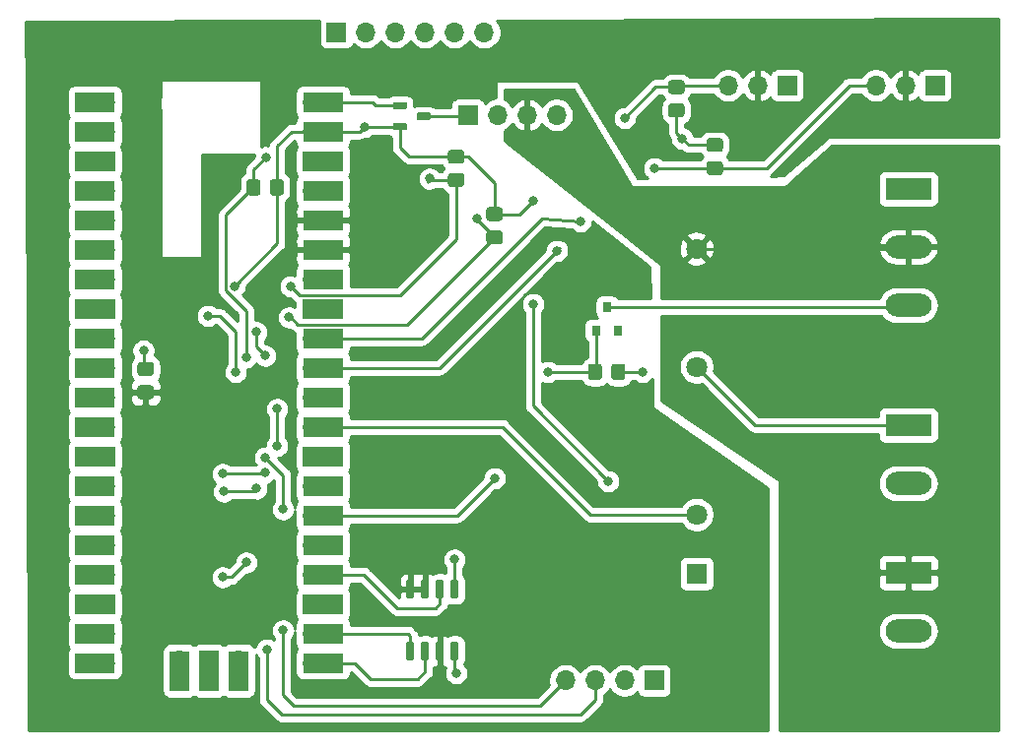
<source format=gbr>
%TF.GenerationSoftware,KiCad,Pcbnew,(5.1.9)-1*%
%TF.CreationDate,2022-01-22T22:11:56-08:00*%
%TF.ProjectId,keurig-filler,6b657572-6967-42d6-9669-6c6c65722e6b,rev?*%
%TF.SameCoordinates,Original*%
%TF.FileFunction,Copper,L1,Top*%
%TF.FilePolarity,Positive*%
%FSLAX46Y46*%
G04 Gerber Fmt 4.6, Leading zero omitted, Abs format (unit mm)*
G04 Created by KiCad (PCBNEW (5.1.9)-1) date 2022-01-22 22:11:56*
%MOMM*%
%LPD*%
G01*
G04 APERTURE LIST*
%TA.AperFunction,ComponentPad*%
%ADD10O,1.700000X1.700000*%
%TD*%
%TA.AperFunction,ComponentPad*%
%ADD11R,1.700000X1.700000*%
%TD*%
%TA.AperFunction,SMDPad,CuDef*%
%ADD12R,1.700000X3.500000*%
%TD*%
%TA.AperFunction,SMDPad,CuDef*%
%ADD13R,3.500000X1.700000*%
%TD*%
%TA.AperFunction,ComponentPad*%
%ADD14O,3.960000X1.980000*%
%TD*%
%TA.AperFunction,ComponentPad*%
%ADD15R,3.960000X1.980000*%
%TD*%
%TA.AperFunction,ComponentPad*%
%ADD16C,1.800000*%
%TD*%
%TA.AperFunction,ComponentPad*%
%ADD17R,1.800000X1.800000*%
%TD*%
%TA.AperFunction,SMDPad,CuDef*%
%ADD18R,0.800000X0.900000*%
%TD*%
%TA.AperFunction,ViaPad*%
%ADD19C,0.800000*%
%TD*%
%TA.AperFunction,Conductor*%
%ADD20C,0.250000*%
%TD*%
%TA.AperFunction,Conductor*%
%ADD21C,0.254000*%
%TD*%
%TA.AperFunction,Conductor*%
%ADD22C,0.100000*%
%TD*%
G04 APERTURE END LIST*
%TO.P,R12,2*%
%TO.N,+5V*%
%TA.AperFunction,SMDPad,CuDef*%
G36*
G01*
X44707000Y-38169001D02*
X44707000Y-37268999D01*
G75*
G02*
X44956999Y-37019000I249999J0D01*
G01*
X45657001Y-37019000D01*
G75*
G02*
X45907000Y-37268999I0J-249999D01*
G01*
X45907000Y-38169001D01*
G75*
G02*
X45657001Y-38419000I-249999J0D01*
G01*
X44956999Y-38419000D01*
G75*
G02*
X44707000Y-38169001I0J249999D01*
G01*
G37*
%TD.AperFunction*%
%TO.P,R12,1*%
%TO.N,~HC05_KEY*%
%TA.AperFunction,SMDPad,CuDef*%
G36*
G01*
X42707000Y-38169001D02*
X42707000Y-37268999D01*
G75*
G02*
X42956999Y-37019000I249999J0D01*
G01*
X43657001Y-37019000D01*
G75*
G02*
X43907000Y-37268999I0J-249999D01*
G01*
X43907000Y-38169001D01*
G75*
G02*
X43657001Y-38419000I-249999J0D01*
G01*
X42956999Y-38419000D01*
G75*
G02*
X42707000Y-38169001I0J249999D01*
G01*
G37*
%TD.AperFunction*%
%TD*%
%TO.P,R10,2*%
%TO.N,+5V*%
%TA.AperFunction,SMDPad,CuDef*%
G36*
G01*
X61156001Y-35684000D02*
X60255999Y-35684000D01*
G75*
G02*
X60006000Y-35434001I0J249999D01*
G01*
X60006000Y-34733999D01*
G75*
G02*
X60255999Y-34484000I249999J0D01*
G01*
X61156001Y-34484000D01*
G75*
G02*
X61406000Y-34733999I0J-249999D01*
G01*
X61406000Y-35434001D01*
G75*
G02*
X61156001Y-35684000I-249999J0D01*
G01*
G37*
%TD.AperFunction*%
%TO.P,R10,1*%
%TO.N,HC05_TX*%
%TA.AperFunction,SMDPad,CuDef*%
G36*
G01*
X61156001Y-37684000D02*
X60255999Y-37684000D01*
G75*
G02*
X60006000Y-37434001I0J249999D01*
G01*
X60006000Y-36733999D01*
G75*
G02*
X60255999Y-36484000I249999J0D01*
G01*
X61156001Y-36484000D01*
G75*
G02*
X61406000Y-36733999I0J-249999D01*
G01*
X61406000Y-37434001D01*
G75*
G02*
X61156001Y-37684000I-249999J0D01*
G01*
G37*
%TD.AperFunction*%
%TD*%
%TO.P,R8,2*%
%TO.N,+5V*%
%TA.AperFunction,SMDPad,CuDef*%
G36*
G01*
X64458001Y-40621000D02*
X63557999Y-40621000D01*
G75*
G02*
X63308000Y-40371001I0J249999D01*
G01*
X63308000Y-39670999D01*
G75*
G02*
X63557999Y-39421000I249999J0D01*
G01*
X64458001Y-39421000D01*
G75*
G02*
X64708000Y-39670999I0J-249999D01*
G01*
X64708000Y-40371001D01*
G75*
G02*
X64458001Y-40621000I-249999J0D01*
G01*
G37*
%TD.AperFunction*%
%TO.P,R8,1*%
%TO.N,HC05_RX*%
%TA.AperFunction,SMDPad,CuDef*%
G36*
G01*
X64458001Y-42621000D02*
X63557999Y-42621000D01*
G75*
G02*
X63308000Y-42371001I0J249999D01*
G01*
X63308000Y-41670999D01*
G75*
G02*
X63557999Y-41421000I249999J0D01*
G01*
X64458001Y-41421000D01*
G75*
G02*
X64708000Y-41670999I0J-249999D01*
G01*
X64708000Y-42371001D01*
G75*
G02*
X64458001Y-42621000I-249999J0D01*
G01*
G37*
%TD.AperFunction*%
%TD*%
D10*
%TO.P,J8,6*%
%TO.N,N/C*%
X63119000Y-24384000D03*
%TO.P,J8,5*%
%TO.N,HC05_RX*%
X60579000Y-24384000D03*
%TO.P,J8,4*%
%TO.N,HC05_TX*%
X58039000Y-24384000D03*
%TO.P,J8,3*%
%TO.N,GND*%
X55499000Y-24384000D03*
%TO.P,J8,2*%
%TO.N,+5V*%
X52959000Y-24384000D03*
D11*
%TO.P,J8,1*%
%TO.N,~HC05_KEY*%
X50419000Y-24384000D03*
%TD*%
%TO.P,U2,8*%
%TO.N,+3V3*%
%TA.AperFunction,SMDPad,CuDef*%
G36*
G01*
X56993400Y-73060000D02*
X56544600Y-73060000D01*
G75*
G02*
X56429000Y-72944400I0J115600D01*
G01*
X56429000Y-71585600D01*
G75*
G02*
X56544600Y-71470000I115600J0D01*
G01*
X56993400Y-71470000D01*
G75*
G02*
X57109000Y-71585600I0J-115600D01*
G01*
X57109000Y-72944400D01*
G75*
G02*
X56993400Y-73060000I-115600J0D01*
G01*
G37*
%TD.AperFunction*%
%TO.P,U2,7*%
%TA.AperFunction,SMDPad,CuDef*%
G36*
G01*
X58263400Y-73060000D02*
X57814600Y-73060000D01*
G75*
G02*
X57699000Y-72944400I0J115600D01*
G01*
X57699000Y-71585600D01*
G75*
G02*
X57814600Y-71470000I115600J0D01*
G01*
X58263400Y-71470000D01*
G75*
G02*
X58379000Y-71585600I0J-115600D01*
G01*
X58379000Y-72944400D01*
G75*
G02*
X58263400Y-73060000I-115600J0D01*
G01*
G37*
%TD.AperFunction*%
%TO.P,U2,6*%
%TO.N,SCK0*%
%TA.AperFunction,SMDPad,CuDef*%
G36*
G01*
X59533400Y-73060000D02*
X59084600Y-73060000D01*
G75*
G02*
X58969000Y-72944400I0J115600D01*
G01*
X58969000Y-71585600D01*
G75*
G02*
X59084600Y-71470000I115600J0D01*
G01*
X59533400Y-71470000D01*
G75*
G02*
X59649000Y-71585600I0J-115600D01*
G01*
X59649000Y-72944400D01*
G75*
G02*
X59533400Y-73060000I-115600J0D01*
G01*
G37*
%TD.AperFunction*%
%TO.P,U2,5*%
%TO.N,MOSI0*%
%TA.AperFunction,SMDPad,CuDef*%
G36*
G01*
X60803400Y-73060000D02*
X60354600Y-73060000D01*
G75*
G02*
X60239000Y-72944400I0J115600D01*
G01*
X60239000Y-71585600D01*
G75*
G02*
X60354600Y-71470000I115600J0D01*
G01*
X60803400Y-71470000D01*
G75*
G02*
X60919000Y-71585600I0J-115600D01*
G01*
X60919000Y-72944400D01*
G75*
G02*
X60803400Y-73060000I-115600J0D01*
G01*
G37*
%TD.AperFunction*%
%TO.P,U2,4*%
%TO.N,GND*%
%TA.AperFunction,SMDPad,CuDef*%
G36*
G01*
X60803400Y-78390000D02*
X60354600Y-78390000D01*
G75*
G02*
X60239000Y-78274400I0J115600D01*
G01*
X60239000Y-76915600D01*
G75*
G02*
X60354600Y-76800000I115600J0D01*
G01*
X60803400Y-76800000D01*
G75*
G02*
X60919000Y-76915600I0J-115600D01*
G01*
X60919000Y-78274400D01*
G75*
G02*
X60803400Y-78390000I-115600J0D01*
G01*
G37*
%TD.AperFunction*%
%TO.P,U2,3*%
%TO.N,+3V3*%
%TA.AperFunction,SMDPad,CuDef*%
G36*
G01*
X59533400Y-78390000D02*
X59084600Y-78390000D01*
G75*
G02*
X58969000Y-78274400I0J115600D01*
G01*
X58969000Y-76915600D01*
G75*
G02*
X59084600Y-76800000I115600J0D01*
G01*
X59533400Y-76800000D01*
G75*
G02*
X59649000Y-76915600I0J-115600D01*
G01*
X59649000Y-78274400D01*
G75*
G02*
X59533400Y-78390000I-115600J0D01*
G01*
G37*
%TD.AperFunction*%
%TO.P,U2,2*%
%TO.N,MISO0*%
%TA.AperFunction,SMDPad,CuDef*%
G36*
G01*
X58263400Y-78390000D02*
X57814600Y-78390000D01*
G75*
G02*
X57699000Y-78274400I0J115600D01*
G01*
X57699000Y-76915600D01*
G75*
G02*
X57814600Y-76800000I115600J0D01*
G01*
X58263400Y-76800000D01*
G75*
G02*
X58379000Y-76915600I0J-115600D01*
G01*
X58379000Y-78274400D01*
G75*
G02*
X58263400Y-78390000I-115600J0D01*
G01*
G37*
%TD.AperFunction*%
%TO.P,U2,1*%
%TO.N,SPI_CS0*%
%TA.AperFunction,SMDPad,CuDef*%
G36*
G01*
X56993400Y-78390000D02*
X56544600Y-78390000D01*
G75*
G02*
X56429000Y-78274400I0J115600D01*
G01*
X56429000Y-76915600D01*
G75*
G02*
X56544600Y-76800000I115600J0D01*
G01*
X56993400Y-76800000D01*
G75*
G02*
X57109000Y-76915600I0J-115600D01*
G01*
X57109000Y-78274400D01*
G75*
G02*
X56993400Y-78390000I-115600J0D01*
G01*
G37*
%TD.AperFunction*%
%TD*%
%TO.P,R7,2*%
%TO.N,GND*%
%TA.AperFunction,SMDPad,CuDef*%
G36*
G01*
X79178999Y-30499000D02*
X80079001Y-30499000D01*
G75*
G02*
X80329000Y-30748999I0J-249999D01*
G01*
X80329000Y-31449001D01*
G75*
G02*
X80079001Y-31699000I-249999J0D01*
G01*
X79178999Y-31699000D01*
G75*
G02*
X78929000Y-31449001I0J249999D01*
G01*
X78929000Y-30748999D01*
G75*
G02*
X79178999Y-30499000I249999J0D01*
G01*
G37*
%TD.AperFunction*%
%TO.P,R7,1*%
%TO.N,ADC0*%
%TA.AperFunction,SMDPad,CuDef*%
G36*
G01*
X79178999Y-28499000D02*
X80079001Y-28499000D01*
G75*
G02*
X80329000Y-28748999I0J-249999D01*
G01*
X80329000Y-29449001D01*
G75*
G02*
X80079001Y-29699000I-249999J0D01*
G01*
X79178999Y-29699000D01*
G75*
G02*
X78929000Y-29449001I0J249999D01*
G01*
X78929000Y-28748999D01*
G75*
G02*
X79178999Y-28499000I249999J0D01*
G01*
G37*
%TD.AperFunction*%
%TD*%
%TO.P,R6,2*%
%TO.N,GND*%
%TA.AperFunction,SMDPad,CuDef*%
G36*
G01*
X83381001Y-34668000D02*
X82480999Y-34668000D01*
G75*
G02*
X82231000Y-34418001I0J249999D01*
G01*
X82231000Y-33717999D01*
G75*
G02*
X82480999Y-33468000I249999J0D01*
G01*
X83381001Y-33468000D01*
G75*
G02*
X83631000Y-33717999I0J-249999D01*
G01*
X83631000Y-34418001D01*
G75*
G02*
X83381001Y-34668000I-249999J0D01*
G01*
G37*
%TD.AperFunction*%
%TO.P,R6,1*%
%TO.N,ADC1*%
%TA.AperFunction,SMDPad,CuDef*%
G36*
G01*
X83381001Y-36668000D02*
X82480999Y-36668000D01*
G75*
G02*
X82231000Y-36418001I0J249999D01*
G01*
X82231000Y-35717999D01*
G75*
G02*
X82480999Y-35468000I249999J0D01*
G01*
X83381001Y-35468000D01*
G75*
G02*
X83631000Y-35717999I0J-249999D01*
G01*
X83631000Y-36418001D01*
G75*
G02*
X83381001Y-36668000I-249999J0D01*
G01*
G37*
%TD.AperFunction*%
%TD*%
%TO.P,R5,2*%
%TO.N,+3V3*%
%TA.AperFunction,SMDPad,CuDef*%
G36*
G01*
X33585999Y-54740000D02*
X34486001Y-54740000D01*
G75*
G02*
X34736000Y-54989999I0J-249999D01*
G01*
X34736000Y-55690001D01*
G75*
G02*
X34486001Y-55940000I-249999J0D01*
G01*
X33585999Y-55940000D01*
G75*
G02*
X33336000Y-55690001I0J249999D01*
G01*
X33336000Y-54989999D01*
G75*
G02*
X33585999Y-54740000I249999J0D01*
G01*
G37*
%TD.AperFunction*%
%TO.P,R5,1*%
%TO.N,SDA0*%
%TA.AperFunction,SMDPad,CuDef*%
G36*
G01*
X33585999Y-52740000D02*
X34486001Y-52740000D01*
G75*
G02*
X34736000Y-52989999I0J-249999D01*
G01*
X34736000Y-53690001D01*
G75*
G02*
X34486001Y-53940000I-249999J0D01*
G01*
X33585999Y-53940000D01*
G75*
G02*
X33336000Y-53690001I0J249999D01*
G01*
X33336000Y-52989999D01*
G75*
G02*
X33585999Y-52740000I249999J0D01*
G01*
G37*
%TD.AperFunction*%
%TD*%
D10*
%TO.P,J7,4*%
%TO.N,SCL_5V*%
X70104000Y-80137000D03*
%TO.P,J7,3*%
%TO.N,SDA_5V*%
X72644000Y-80137000D03*
%TO.P,J7,2*%
%TO.N,+5V*%
X75184000Y-80137000D03*
D11*
%TO.P,J7,1*%
%TO.N,GND*%
X77724000Y-80137000D03*
%TD*%
D10*
%TO.P,U1,43*%
%TO.N,Net-(U1-Pad43)*%
X42020000Y-78408001D03*
D12*
X42020000Y-79308001D03*
D11*
%TO.P,U1,42*%
%TO.N,GND*%
X39480000Y-78408001D03*
D12*
X39480000Y-79308001D03*
D10*
%TO.P,U1,41*%
%TO.N,Net-(U1-Pad41)*%
X36940000Y-78408001D03*
D12*
X36940000Y-79308001D03*
D13*
%TO.P,U1,21*%
%TO.N,MISO0*%
X49270000Y-78638001D03*
%TO.P,U1,22*%
%TO.N,SPI_CS0*%
X49270000Y-76098001D03*
%TO.P,U1,23*%
%TO.N,GND*%
X49270000Y-73558001D03*
%TO.P,U1,24*%
%TO.N,SCK0*%
X49270000Y-71018001D03*
%TO.P,U1,25*%
%TO.N,MOSI0*%
X49270000Y-68478001D03*
%TO.P,U1,26*%
%TO.N,FLOW_PULSE*%
X49270000Y-65938001D03*
%TO.P,U1,27*%
%TO.N,Net-(U1-Pad27)*%
X49270000Y-63398001D03*
%TO.P,U1,28*%
%TO.N,GND*%
X49270000Y-60858001D03*
%TO.P,U1,29*%
%TO.N,PUMP_EN*%
X49270000Y-58318001D03*
%TO.P,U1,30*%
%TO.N,~RESET*%
X49270000Y-55778001D03*
%TO.P,U1,31*%
%TO.N,ADC0*%
X49270000Y-53238001D03*
%TO.P,U1,32*%
%TO.N,ADC1*%
X49270000Y-50698001D03*
%TO.P,U1,33*%
%TO.N,GND*%
X49270000Y-48158001D03*
%TO.P,U1,34*%
%TO.N,Net-(U1-Pad34)*%
X49270000Y-45618001D03*
%TO.P,U1,35*%
%TO.N,+3V3*%
X49270000Y-43078001D03*
%TO.P,U1,36*%
X49270000Y-40538001D03*
%TO.P,U1,37*%
%TO.N,Net-(U1-Pad37)*%
X49270000Y-37998001D03*
%TO.P,U1,38*%
%TO.N,GND*%
X49270000Y-35458001D03*
%TO.P,U1,39*%
%TO.N,+5V*%
X49270000Y-32918001D03*
%TO.P,U1,40*%
%TO.N,VBUS*%
X49270000Y-30378001D03*
%TO.P,U1,20*%
%TO.N,Net-(U1-Pad20)*%
X29690000Y-78638001D03*
%TO.P,U1,19*%
%TO.N,~UART_KEY*%
X29690000Y-76098001D03*
%TO.P,U1,18*%
%TO.N,GND*%
X29690000Y-73558001D03*
%TO.P,U1,17*%
%TO.N,UART_RX0*%
X29690000Y-71018001D03*
%TO.P,U1,16*%
%TO.N,UART_TX0*%
X29690000Y-68478001D03*
%TO.P,U1,15*%
%TO.N,Net-(U1-Pad15)*%
X29690000Y-65938001D03*
%TO.P,U1,14*%
%TO.N,Net-(U1-Pad14)*%
X29690000Y-63398001D03*
%TO.P,U1,13*%
%TO.N,GND*%
X29690000Y-60858001D03*
%TO.P,U1,12*%
%TO.N,Net-(U1-Pad12)*%
X29690000Y-58318001D03*
%TO.P,U1,11*%
%TO.N,Net-(U1-Pad11)*%
X29690000Y-55778001D03*
%TO.P,U1,10*%
%TO.N,SCL0*%
X29690000Y-53238001D03*
%TO.P,U1,9*%
%TO.N,SDA0*%
X29690000Y-50698001D03*
%TO.P,U1,8*%
%TO.N,GND*%
X29690000Y-48158001D03*
%TO.P,U1,7*%
%TO.N,Net-(U1-Pad7)*%
X29690000Y-45618001D03*
%TO.P,U1,6*%
%TO.N,Net-(U1-Pad6)*%
X29690000Y-43078001D03*
%TO.P,U1,5*%
%TO.N,Net-(U1-Pad5)*%
X29690000Y-40538001D03*
%TO.P,U1,4*%
%TO.N,Net-(U1-Pad4)*%
X29690000Y-37998001D03*
%TO.P,U1,3*%
%TO.N,GND*%
X29690000Y-35458001D03*
%TO.P,U1,2*%
%TO.N,Net-(U1-Pad2)*%
X29690000Y-32918001D03*
%TO.P,U1,1*%
%TO.N,Net-(U1-Pad1)*%
X29690000Y-30378001D03*
D10*
%TO.P,U1,40*%
%TO.N,VBUS*%
X48370000Y-30378001D03*
%TO.P,U1,39*%
%TO.N,+5V*%
X48370000Y-32918001D03*
D11*
%TO.P,U1,38*%
%TO.N,GND*%
X48370000Y-35458001D03*
D10*
%TO.P,U1,37*%
%TO.N,Net-(U1-Pad37)*%
X48370000Y-37998001D03*
%TO.P,U1,36*%
%TO.N,+3V3*%
X48370000Y-40538001D03*
%TO.P,U1,35*%
X48370000Y-43078001D03*
%TO.P,U1,34*%
%TO.N,Net-(U1-Pad34)*%
X48370000Y-45618001D03*
D11*
%TO.P,U1,33*%
%TO.N,GND*%
X48370000Y-48158001D03*
D10*
%TO.P,U1,32*%
%TO.N,ADC1*%
X48370000Y-50698001D03*
%TO.P,U1,31*%
%TO.N,ADC0*%
X48370000Y-53238001D03*
%TO.P,U1,30*%
%TO.N,~RESET*%
X48370000Y-55778001D03*
%TO.P,U1,29*%
%TO.N,PUMP_EN*%
X48370000Y-58318001D03*
D11*
%TO.P,U1,28*%
%TO.N,GND*%
X48370000Y-60858001D03*
D10*
%TO.P,U1,27*%
%TO.N,Net-(U1-Pad27)*%
X48370000Y-63398001D03*
%TO.P,U1,26*%
%TO.N,FLOW_PULSE*%
X48370000Y-65938001D03*
%TO.P,U1,25*%
%TO.N,MOSI0*%
X48370000Y-68478001D03*
%TO.P,U1,24*%
%TO.N,SCK0*%
X48370000Y-71018001D03*
D11*
%TO.P,U1,23*%
%TO.N,GND*%
X48370000Y-73558001D03*
D10*
%TO.P,U1,22*%
%TO.N,SPI_CS0*%
X48370000Y-76098001D03*
%TO.P,U1,21*%
%TO.N,MISO0*%
X48370000Y-78638001D03*
%TO.P,U1,20*%
%TO.N,Net-(U1-Pad20)*%
X30590000Y-78638001D03*
%TO.P,U1,19*%
%TO.N,~UART_KEY*%
X30590000Y-76098001D03*
D11*
%TO.P,U1,18*%
%TO.N,GND*%
X30590000Y-73558001D03*
D10*
%TO.P,U1,17*%
%TO.N,UART_RX0*%
X30590000Y-71018001D03*
%TO.P,U1,16*%
%TO.N,UART_TX0*%
X30590000Y-68478001D03*
%TO.P,U1,15*%
%TO.N,Net-(U1-Pad15)*%
X30590000Y-65938001D03*
%TO.P,U1,14*%
%TO.N,Net-(U1-Pad14)*%
X30590000Y-63398001D03*
D11*
%TO.P,U1,13*%
%TO.N,GND*%
X30590000Y-60858001D03*
D10*
%TO.P,U1,12*%
%TO.N,Net-(U1-Pad12)*%
X30590000Y-58318001D03*
%TO.P,U1,11*%
%TO.N,Net-(U1-Pad11)*%
X30590000Y-55778001D03*
%TO.P,U1,10*%
%TO.N,SCL0*%
X30590000Y-53238001D03*
%TO.P,U1,9*%
%TO.N,SDA0*%
X30590000Y-50698001D03*
D11*
%TO.P,U1,8*%
%TO.N,GND*%
X30590000Y-48158001D03*
D10*
%TO.P,U1,7*%
%TO.N,Net-(U1-Pad7)*%
X30590000Y-45618001D03*
%TO.P,U1,6*%
%TO.N,Net-(U1-Pad6)*%
X30590000Y-43078001D03*
%TO.P,U1,5*%
%TO.N,Net-(U1-Pad5)*%
X30590000Y-40538001D03*
%TO.P,U1,4*%
%TO.N,Net-(U1-Pad4)*%
X30590000Y-37998001D03*
D11*
%TO.P,U1,3*%
%TO.N,GND*%
X30590000Y-35458001D03*
D10*
%TO.P,U1,2*%
%TO.N,Net-(U1-Pad2)*%
X30590000Y-32918001D03*
%TO.P,U1,1*%
%TO.N,Net-(U1-Pad1)*%
X30590000Y-30378001D03*
%TD*%
D14*
%TO.P,J6,2*%
%TO.N,GND*%
X99568000Y-75866000D03*
D15*
%TO.P,J6,1*%
%TO.N,+12V*%
X99568000Y-70866000D03*
%TD*%
D14*
%TO.P,J4,2*%
%TO.N,GND*%
X99568000Y-63166000D03*
D15*
%TO.P,J4,1*%
%TO.N,Net-(J4-Pad1)*%
X99568000Y-58166000D03*
%TD*%
D14*
%TO.P,J3,3*%
%TO.N,Net-(D1-Pad1)*%
X99568000Y-47846000D03*
%TO.P,J3,2*%
%TO.N,+12V*%
X99568000Y-42846000D03*
D15*
%TO.P,J3,1*%
%TO.N,GND*%
X99568000Y-37846000D03*
%TD*%
%TO.P,R1,2*%
%TO.N,GND*%
%TA.AperFunction,SMDPad,CuDef*%
G36*
G01*
X74044000Y-54044001D02*
X74044000Y-53143999D01*
G75*
G02*
X74293999Y-52894000I249999J0D01*
G01*
X74994001Y-52894000D01*
G75*
G02*
X75244000Y-53143999I0J-249999D01*
G01*
X75244000Y-54044001D01*
G75*
G02*
X74994001Y-54294000I-249999J0D01*
G01*
X74293999Y-54294000D01*
G75*
G02*
X74044000Y-54044001I0J249999D01*
G01*
G37*
%TD.AperFunction*%
%TO.P,R1,1*%
%TO.N,FLOW_PULSE*%
%TA.AperFunction,SMDPad,CuDef*%
G36*
G01*
X72044000Y-54044001D02*
X72044000Y-53143999D01*
G75*
G02*
X72293999Y-52894000I249999J0D01*
G01*
X72994001Y-52894000D01*
G75*
G02*
X73244000Y-53143999I0J-249999D01*
G01*
X73244000Y-54044001D01*
G75*
G02*
X72994001Y-54294000I-249999J0D01*
G01*
X72293999Y-54294000D01*
G75*
G02*
X72044000Y-54044001I0J249999D01*
G01*
G37*
%TD.AperFunction*%
%TD*%
%TO.P,Q1,3*%
%TO.N,Net-(J5-Pad1)*%
%TA.AperFunction,SMDPad,CuDef*%
G36*
G01*
X57340000Y-31853200D02*
X57340000Y-31340800D01*
G75*
G02*
X57388800Y-31292000I48800J0D01*
G01*
X58471200Y-31292000D01*
G75*
G02*
X58520000Y-31340800I0J-48800D01*
G01*
X58520000Y-31853200D01*
G75*
G02*
X58471200Y-31902000I-48800J0D01*
G01*
X57388800Y-31902000D01*
G75*
G02*
X57340000Y-31853200I0J48800D01*
G01*
G37*
%TD.AperFunction*%
%TO.P,Q1,2*%
%TO.N,+5V*%
%TA.AperFunction,SMDPad,CuDef*%
G36*
G01*
X55290000Y-32768200D02*
X55290000Y-32255800D01*
G75*
G02*
X55338800Y-32207000I48800J0D01*
G01*
X56421200Y-32207000D01*
G75*
G02*
X56470000Y-32255800I0J-48800D01*
G01*
X56470000Y-32768200D01*
G75*
G02*
X56421200Y-32817000I-48800J0D01*
G01*
X55338800Y-32817000D01*
G75*
G02*
X55290000Y-32768200I0J48800D01*
G01*
G37*
%TD.AperFunction*%
%TO.P,Q1,1*%
%TO.N,VBUS*%
%TA.AperFunction,SMDPad,CuDef*%
G36*
G01*
X55290000Y-30938200D02*
X55290000Y-30425800D01*
G75*
G02*
X55338800Y-30377000I48800J0D01*
G01*
X56421200Y-30377000D01*
G75*
G02*
X56470000Y-30425800I0J-48800D01*
G01*
X56470000Y-30938200D01*
G75*
G02*
X56421200Y-30987000I-48800J0D01*
G01*
X55338800Y-30987000D01*
G75*
G02*
X55290000Y-30938200I0J48800D01*
G01*
G37*
%TD.AperFunction*%
%TD*%
D16*
%TO.P,K1,4*%
%TO.N,+12V*%
X81371000Y-42996000D03*
%TO.P,K1,3*%
%TO.N,Net-(J4-Pad1)*%
X81371000Y-53156000D03*
%TO.P,K1,2*%
%TO.N,PUMP_EN*%
X81371000Y-65856000D03*
D17*
%TO.P,K1,1*%
%TO.N,GND*%
X81371000Y-70936000D03*
%TD*%
D10*
%TO.P,J5,4*%
%TO.N,N/C*%
X69342000Y-31496000D03*
%TO.P,J5,3*%
%TO.N,+12V*%
X66802000Y-31496000D03*
%TO.P,J5,2*%
%TO.N,GND*%
X64262000Y-31496000D03*
D11*
%TO.P,J5,1*%
%TO.N,Net-(J5-Pad1)*%
X61722000Y-31496000D03*
%TD*%
D10*
%TO.P,J2,3*%
%TO.N,ADC0*%
X84074000Y-28956000D03*
%TO.P,J2,2*%
%TO.N,+3V3*%
X86614000Y-28956000D03*
D11*
%TO.P,J2,1*%
%TO.N,GND*%
X89154000Y-28956000D03*
%TD*%
D10*
%TO.P,J1,3*%
%TO.N,ADC1*%
X96774000Y-28956000D03*
%TO.P,J1,2*%
%TO.N,+3V3*%
X99314000Y-28956000D03*
D11*
%TO.P,J1,1*%
%TO.N,GND*%
X101854000Y-28956000D03*
%TD*%
D18*
%TO.P,D1,1*%
%TO.N,Net-(D1-Pad1)*%
X73660000Y-48022000D03*
%TO.P,D1,*%
%TO.N,*%
X74610000Y-50022000D03*
%TO.P,D1,2*%
%TO.N,FLOW_PULSE*%
X72710000Y-50022000D03*
%TD*%
D19*
%TO.N,FLOW_PULSE*%
X68580000Y-53594000D03*
X64008000Y-62738000D03*
%TO.N,ADC1*%
X71374000Y-40640000D03*
X77724000Y-36068000D03*
%TO.N,+3V3*%
X40624000Y-53070000D03*
X35748000Y-51750000D03*
X40005000Y-75946000D03*
X41058000Y-67691000D03*
X35560000Y-68453000D03*
%TO.N,GND*%
X76708000Y-53594000D03*
X60706000Y-79502000D03*
X80137000Y-33528000D03*
%TO.N,ADC0*%
X69342000Y-43180000D03*
X75184000Y-31750000D03*
%TO.N,+5V*%
X41656000Y-46228000D03*
X52832000Y-32512000D03*
X67310000Y-38862000D03*
X67310000Y-47752000D03*
X73787000Y-62992000D03*
%TO.N,SDA0*%
X33848000Y-51750000D03*
%TO.N,SDA_5V*%
X39370000Y-48768000D03*
X44450000Y-77470000D03*
X41783000Y-53594000D03*
%TO.N,SCL_5V*%
X45847000Y-75819000D03*
X43561000Y-50165000D03*
X44323000Y-52197000D03*
X44323000Y-60960000D03*
X45847000Y-65405000D03*
%TO.N,MOSI0*%
X60579000Y-69723000D03*
%TO.N,HC05_RX*%
X40640000Y-62357000D03*
X62484000Y-40386000D03*
X46355000Y-48895000D03*
X44323000Y-62230000D03*
X45339000Y-59944000D03*
X45339000Y-56769000D03*
%TO.N,HC05_TX*%
X40767000Y-63881000D03*
X43561000Y-63627000D03*
X58420000Y-36957000D03*
X46482000Y-46228000D03*
%TO.N,~HC05_KEY*%
X40640000Y-71247000D03*
X42672000Y-69977000D03*
X42672000Y-52324000D03*
X44386500Y-35115500D03*
%TD*%
D20*
%TO.N,Net-(D1-Pad1)*%
X99392000Y-48022000D02*
X99568000Y-47846000D01*
X73660000Y-48022000D02*
X99392000Y-48022000D01*
%TO.N,FLOW_PULSE*%
X72710000Y-53528000D02*
X72644000Y-53594000D01*
X72710000Y-50022000D02*
X72710000Y-53528000D01*
X72644000Y-53594000D02*
X68580000Y-53594000D01*
X60807999Y-65938001D02*
X48370000Y-65938001D01*
X64008000Y-62738000D02*
X60807999Y-65938001D01*
%TO.N,ADC1*%
X57759999Y-50698001D02*
X48370000Y-50698001D01*
X68072000Y-40386000D02*
X57759999Y-50698001D01*
X71374000Y-40640000D02*
X68072000Y-40386000D01*
X94488000Y-28956000D02*
X96774000Y-28956000D01*
X87376000Y-36068000D02*
X94488000Y-28956000D01*
X77724000Y-36068000D02*
X87376000Y-36068000D01*
%TO.N,GND*%
X74644000Y-53594000D02*
X76708000Y-53594000D01*
X60579000Y-79375000D02*
X60706000Y-79502000D01*
X60579000Y-77595000D02*
X60579000Y-79375000D01*
X82931000Y-34068000D02*
X80677000Y-34068000D01*
X79629000Y-33020000D02*
X79629000Y-31099000D01*
X80677000Y-34068000D02*
X80137000Y-33528000D01*
X80137000Y-33528000D02*
X79629000Y-33020000D01*
%TO.N,ADC0*%
X48370000Y-53238001D02*
X59283999Y-53238001D01*
X69596000Y-42926000D02*
X69342000Y-43180000D01*
X59283999Y-53238001D02*
X69342000Y-43180000D01*
X79772000Y-28956000D02*
X79629000Y-29099000D01*
X84074000Y-28956000D02*
X79772000Y-28956000D01*
X75184000Y-31750000D02*
X77851000Y-29083000D01*
X79613000Y-29083000D02*
X79629000Y-29099000D01*
X77851000Y-29083000D02*
X79613000Y-29083000D01*
%TO.N,+12V*%
X99418000Y-42996000D02*
X99568000Y-42846000D01*
X81371000Y-42996000D02*
X99418000Y-42996000D01*
%TO.N,Net-(J5-Pad1)*%
X61621000Y-31597000D02*
X61722000Y-31496000D01*
X57930000Y-31597000D02*
X61621000Y-31597000D01*
%TO.N,Net-(J4-Pad1)*%
X86381000Y-58166000D02*
X81371000Y-53156000D01*
X99568000Y-58166000D02*
X86381000Y-58166000D01*
%TO.N,PUMP_EN*%
X81371000Y-65856000D02*
X72206000Y-65856000D01*
X64668001Y-58318001D02*
X48370000Y-58318001D01*
X72206000Y-65856000D02*
X64668001Y-58318001D01*
%TO.N,+5V*%
X48370000Y-32918001D02*
X52425999Y-32918001D01*
X52832000Y-32512000D02*
X52832000Y-32512000D01*
X52425999Y-32918001D02*
X52832000Y-32512000D01*
X55880000Y-32512000D02*
X55880000Y-34290000D01*
X41656000Y-46228000D02*
X45339000Y-42545000D01*
X45339000Y-42545000D02*
X45339000Y-34163000D01*
X46583999Y-32918001D02*
X48370000Y-32918001D01*
X45339000Y-34163000D02*
X46583999Y-32918001D01*
X52832000Y-32512000D02*
X55880000Y-32512000D01*
X55880000Y-34290000D02*
X56642000Y-35052000D01*
X56642000Y-35052000D02*
X61722000Y-35052000D01*
X64008000Y-37338000D02*
X64008000Y-40021000D01*
X61722000Y-35052000D02*
X64008000Y-37338000D01*
X64008000Y-40021000D02*
X65770000Y-40021000D01*
X66151000Y-40021000D02*
X67310000Y-38862000D01*
X65770000Y-40021000D02*
X66151000Y-40021000D01*
X67310000Y-56515000D02*
X73787000Y-62992000D01*
X67310000Y-47752000D02*
X67310000Y-56515000D01*
%TO.N,VBUS*%
X48370000Y-30378001D02*
X53492001Y-30378001D01*
X53796000Y-30682000D02*
X55880000Y-30682000D01*
X53492001Y-30378001D02*
X53796000Y-30682000D01*
%TO.N,MISO0*%
X58039000Y-77595000D02*
X58039000Y-79375000D01*
X58039000Y-79375000D02*
X57404000Y-80010000D01*
X57404000Y-80010000D02*
X53340000Y-80010000D01*
X51968001Y-78638001D02*
X48370000Y-78638001D01*
X53340000Y-80010000D02*
X51968001Y-78638001D01*
%TO.N,SPI_CS0*%
X56769000Y-77595000D02*
X56769000Y-76327000D01*
X56540001Y-76098001D02*
X48370000Y-76098001D01*
X56769000Y-76327000D02*
X56540001Y-76098001D01*
%TO.N,SCK0*%
X59309000Y-72265000D02*
X59309000Y-73533000D01*
X59309000Y-73533000D02*
X58928000Y-73914000D01*
X58928000Y-73914000D02*
X55626000Y-73914000D01*
X52730001Y-71018001D02*
X48370000Y-71018001D01*
X55626000Y-73914000D02*
X52730001Y-71018001D01*
%TO.N,SDA0*%
X33848000Y-53152000D02*
X34036000Y-53340000D01*
X33848000Y-51750000D02*
X33848000Y-53152000D01*
%TO.N,SDA_5V*%
X45720000Y-83058000D02*
X71374000Y-83058000D01*
X44450000Y-81788000D02*
X45720000Y-83058000D01*
X44450000Y-77470000D02*
X44450000Y-77470000D01*
X71374000Y-83058000D02*
X72644000Y-81788000D01*
X72644000Y-81788000D02*
X72644000Y-80010000D01*
X44450000Y-77470000D02*
X44450000Y-81788000D01*
X40386000Y-48768000D02*
X39370000Y-48768000D01*
X41783000Y-50165000D02*
X40386000Y-48768000D01*
X41783000Y-53594000D02*
X41783000Y-50165000D01*
%TO.N,SCL_5V*%
X67945000Y-82296000D02*
X70104000Y-80137000D01*
X46736000Y-82296000D02*
X67945000Y-82296000D01*
X45847000Y-81407000D02*
X46736000Y-82296000D01*
X45847000Y-75819000D02*
X45847000Y-81407000D01*
X43561000Y-51435000D02*
X44323000Y-52197000D01*
X43561000Y-50165000D02*
X43561000Y-51435000D01*
X45847000Y-62484000D02*
X45847000Y-65405000D01*
X44323000Y-60960000D02*
X45847000Y-62484000D01*
%TO.N,MOSI0*%
X60579000Y-72265000D02*
X60579000Y-69723000D01*
X60579000Y-69723000D02*
X60579000Y-69723000D01*
%TO.N,HC05_RX*%
X56506000Y-49523000D02*
X64008000Y-42021000D01*
X47259999Y-49523000D02*
X56506000Y-49523000D01*
X64008000Y-42021000D02*
X63992000Y-42021000D01*
X62484000Y-40513000D02*
X62484000Y-40386000D01*
X63992000Y-42021000D02*
X62484000Y-40513000D01*
X47259999Y-49523000D02*
X47110000Y-49523000D01*
X46482000Y-48895000D02*
X46355000Y-48895000D01*
X47110000Y-49523000D02*
X46482000Y-48895000D01*
X44323000Y-62357000D02*
X40640000Y-62357000D01*
X44323000Y-62230000D02*
X44323000Y-62357000D01*
X45339000Y-59944000D02*
X45339000Y-56769000D01*
%TO.N,HC05_TX*%
X43307000Y-63881000D02*
X43561000Y-63627000D01*
X40767000Y-63881000D02*
X43307000Y-63881000D01*
X58293000Y-37084000D02*
X58420000Y-36957000D01*
X58293000Y-37240003D02*
X58293000Y-37084000D01*
X47259999Y-46983000D02*
X51809000Y-46983000D01*
X51809000Y-46983000D02*
X51816000Y-46990000D01*
X51816000Y-46990000D02*
X55880000Y-46990000D01*
X60706000Y-42164000D02*
X60706000Y-37084000D01*
X55880000Y-46990000D02*
X60706000Y-42164000D01*
X58547000Y-37084000D02*
X58420000Y-36957000D01*
X60706000Y-37084000D02*
X58547000Y-37084000D01*
X47259999Y-46983000D02*
X47237000Y-46983000D01*
X47237000Y-46983000D02*
X46482000Y-46228000D01*
%TO.N,~HC05_KEY*%
X43307000Y-37719000D02*
X43307000Y-36195000D01*
X43307000Y-36195000D02*
X44386500Y-35115500D01*
X40640000Y-71247000D02*
X41402000Y-71247000D01*
X41402000Y-71247000D02*
X42672000Y-69977000D01*
X40930999Y-40095001D02*
X43307000Y-37719000D01*
X40930999Y-46576001D02*
X40930999Y-40095001D01*
X42672000Y-48317002D02*
X40930999Y-46576001D01*
X42672000Y-52324000D02*
X42672000Y-48317002D01*
X44386500Y-35115500D02*
X44450000Y-35052000D01*
%TD*%
D21*
%TO.N,+3V3*%
X107315000Y-33401000D02*
X92710000Y-33401000D01*
X92685224Y-33403440D01*
X92661399Y-33410667D01*
X92639443Y-33422403D01*
X92626824Y-33432027D01*
X88851536Y-36703944D01*
X87757527Y-36725824D01*
X87800276Y-36702974D01*
X87916001Y-36608001D01*
X87939804Y-36578997D01*
X94802802Y-29716000D01*
X95495822Y-29716000D01*
X95620525Y-29902632D01*
X95827368Y-30109475D01*
X96070589Y-30271990D01*
X96340842Y-30383932D01*
X96627740Y-30441000D01*
X96920260Y-30441000D01*
X97207158Y-30383932D01*
X97477411Y-30271990D01*
X97720632Y-30109475D01*
X97927475Y-29902632D01*
X98049195Y-29720466D01*
X98118822Y-29837355D01*
X98313731Y-30053588D01*
X98547080Y-30227641D01*
X98809901Y-30352825D01*
X98957110Y-30397476D01*
X99187000Y-30276155D01*
X99187000Y-29083000D01*
X99167000Y-29083000D01*
X99167000Y-28829000D01*
X99187000Y-28829000D01*
X99187000Y-27635845D01*
X99441000Y-27635845D01*
X99441000Y-28829000D01*
X99461000Y-28829000D01*
X99461000Y-29083000D01*
X99441000Y-29083000D01*
X99441000Y-30276155D01*
X99670890Y-30397476D01*
X99818099Y-30352825D01*
X100080920Y-30227641D01*
X100314269Y-30053588D01*
X100390034Y-29969534D01*
X100414498Y-30050180D01*
X100473463Y-30160494D01*
X100552815Y-30257185D01*
X100649506Y-30336537D01*
X100759820Y-30395502D01*
X100879518Y-30431812D01*
X101004000Y-30444072D01*
X102704000Y-30444072D01*
X102828482Y-30431812D01*
X102948180Y-30395502D01*
X103058494Y-30336537D01*
X103155185Y-30257185D01*
X103234537Y-30160494D01*
X103293502Y-30050180D01*
X103329812Y-29930482D01*
X103342072Y-29806000D01*
X103342072Y-28106000D01*
X103329812Y-27981518D01*
X103293502Y-27861820D01*
X103234537Y-27751506D01*
X103155185Y-27654815D01*
X103058494Y-27575463D01*
X102948180Y-27516498D01*
X102828482Y-27480188D01*
X102704000Y-27467928D01*
X101004000Y-27467928D01*
X100879518Y-27480188D01*
X100759820Y-27516498D01*
X100649506Y-27575463D01*
X100552815Y-27654815D01*
X100473463Y-27751506D01*
X100414498Y-27861820D01*
X100390034Y-27942466D01*
X100314269Y-27858412D01*
X100080920Y-27684359D01*
X99818099Y-27559175D01*
X99670890Y-27514524D01*
X99441000Y-27635845D01*
X99187000Y-27635845D01*
X98957110Y-27514524D01*
X98809901Y-27559175D01*
X98547080Y-27684359D01*
X98313731Y-27858412D01*
X98118822Y-28074645D01*
X98049195Y-28191534D01*
X97927475Y-28009368D01*
X97720632Y-27802525D01*
X97477411Y-27640010D01*
X97207158Y-27528068D01*
X96920260Y-27471000D01*
X96627740Y-27471000D01*
X96340842Y-27528068D01*
X96070589Y-27640010D01*
X95827368Y-27802525D01*
X95620525Y-28009368D01*
X95495822Y-28196000D01*
X94525323Y-28196000D01*
X94488000Y-28192324D01*
X94450677Y-28196000D01*
X94450667Y-28196000D01*
X94339014Y-28206997D01*
X94195753Y-28250454D01*
X94063724Y-28321026D01*
X93947999Y-28415999D01*
X93924201Y-28444997D01*
X87061199Y-35308000D01*
X84163976Y-35308000D01*
X84119405Y-35224613D01*
X84008962Y-35090038D01*
X83982109Y-35068000D01*
X84008962Y-35045962D01*
X84119405Y-34911387D01*
X84201472Y-34757851D01*
X84252008Y-34591255D01*
X84269072Y-34418001D01*
X84269072Y-33717999D01*
X84252008Y-33544745D01*
X84201472Y-33378149D01*
X84119405Y-33224613D01*
X84008962Y-33090038D01*
X83874387Y-32979595D01*
X83720851Y-32897528D01*
X83554255Y-32846992D01*
X83381001Y-32829928D01*
X82480999Y-32829928D01*
X82307745Y-32846992D01*
X82141149Y-32897528D01*
X81987613Y-32979595D01*
X81853038Y-33090038D01*
X81742595Y-33224613D01*
X81698024Y-33308000D01*
X81148516Y-33308000D01*
X81132226Y-33226102D01*
X81054205Y-33037744D01*
X80940937Y-32868226D01*
X80796774Y-32724063D01*
X80627256Y-32610795D01*
X80438898Y-32532774D01*
X80389000Y-32522849D01*
X80389000Y-32278527D01*
X80418851Y-32269472D01*
X80572387Y-32187405D01*
X80706962Y-32076962D01*
X80817405Y-31942387D01*
X80899472Y-31788851D01*
X80950008Y-31622255D01*
X80967072Y-31449001D01*
X80967072Y-30748999D01*
X80950008Y-30575745D01*
X80899472Y-30409149D01*
X80817405Y-30255613D01*
X80706962Y-30121038D01*
X80680109Y-30099000D01*
X80706962Y-30076962D01*
X80817405Y-29942387D01*
X80899472Y-29788851D01*
X80921571Y-29716000D01*
X82795822Y-29716000D01*
X82920525Y-29902632D01*
X83127368Y-30109475D01*
X83370589Y-30271990D01*
X83640842Y-30383932D01*
X83927740Y-30441000D01*
X84220260Y-30441000D01*
X84507158Y-30383932D01*
X84777411Y-30271990D01*
X85020632Y-30109475D01*
X85227475Y-29902632D01*
X85349195Y-29720466D01*
X85418822Y-29837355D01*
X85613731Y-30053588D01*
X85847080Y-30227641D01*
X86109901Y-30352825D01*
X86257110Y-30397476D01*
X86487000Y-30276155D01*
X86487000Y-29083000D01*
X86467000Y-29083000D01*
X86467000Y-28829000D01*
X86487000Y-28829000D01*
X86487000Y-27635845D01*
X86741000Y-27635845D01*
X86741000Y-28829000D01*
X86761000Y-28829000D01*
X86761000Y-29083000D01*
X86741000Y-29083000D01*
X86741000Y-30276155D01*
X86970890Y-30397476D01*
X87118099Y-30352825D01*
X87380920Y-30227641D01*
X87614269Y-30053588D01*
X87690034Y-29969534D01*
X87714498Y-30050180D01*
X87773463Y-30160494D01*
X87852815Y-30257185D01*
X87949506Y-30336537D01*
X88059820Y-30395502D01*
X88179518Y-30431812D01*
X88304000Y-30444072D01*
X90004000Y-30444072D01*
X90128482Y-30431812D01*
X90248180Y-30395502D01*
X90358494Y-30336537D01*
X90455185Y-30257185D01*
X90534537Y-30160494D01*
X90593502Y-30050180D01*
X90629812Y-29930482D01*
X90642072Y-29806000D01*
X90642072Y-28106000D01*
X90629812Y-27981518D01*
X90593502Y-27861820D01*
X90534537Y-27751506D01*
X90455185Y-27654815D01*
X90358494Y-27575463D01*
X90248180Y-27516498D01*
X90128482Y-27480188D01*
X90004000Y-27467928D01*
X88304000Y-27467928D01*
X88179518Y-27480188D01*
X88059820Y-27516498D01*
X87949506Y-27575463D01*
X87852815Y-27654815D01*
X87773463Y-27751506D01*
X87714498Y-27861820D01*
X87690034Y-27942466D01*
X87614269Y-27858412D01*
X87380920Y-27684359D01*
X87118099Y-27559175D01*
X86970890Y-27514524D01*
X86741000Y-27635845D01*
X86487000Y-27635845D01*
X86257110Y-27514524D01*
X86109901Y-27559175D01*
X85847080Y-27684359D01*
X85613731Y-27858412D01*
X85418822Y-28074645D01*
X85349195Y-28191534D01*
X85227475Y-28009368D01*
X85020632Y-27802525D01*
X84777411Y-27640010D01*
X84507158Y-27528068D01*
X84220260Y-27471000D01*
X83927740Y-27471000D01*
X83640842Y-27528068D01*
X83370589Y-27640010D01*
X83127368Y-27802525D01*
X82920525Y-28009368D01*
X82795822Y-28196000D01*
X80768482Y-28196000D01*
X80706962Y-28121038D01*
X80572387Y-28010595D01*
X80418851Y-27928528D01*
X80252255Y-27877992D01*
X80079001Y-27860928D01*
X79178999Y-27860928D01*
X79005745Y-27877992D01*
X78839149Y-27928528D01*
X78685613Y-28010595D01*
X78551038Y-28121038D01*
X78440595Y-28255613D01*
X78404576Y-28323000D01*
X77888333Y-28323000D01*
X77851000Y-28319323D01*
X77813667Y-28323000D01*
X77702014Y-28333997D01*
X77558753Y-28377454D01*
X77426724Y-28448026D01*
X77310999Y-28542999D01*
X77287201Y-28571997D01*
X75144199Y-30715000D01*
X75082061Y-30715000D01*
X74882102Y-30754774D01*
X74693744Y-30832795D01*
X74524226Y-30946063D01*
X74380063Y-31090226D01*
X74266795Y-31259744D01*
X74188774Y-31448102D01*
X74149000Y-31648061D01*
X74149000Y-31851939D01*
X74188774Y-32051898D01*
X74266795Y-32240256D01*
X74380063Y-32409774D01*
X74524226Y-32553937D01*
X74693744Y-32667205D01*
X74882102Y-32745226D01*
X75082061Y-32785000D01*
X75285939Y-32785000D01*
X75485898Y-32745226D01*
X75674256Y-32667205D01*
X75843774Y-32553937D01*
X75987937Y-32409774D01*
X76101205Y-32240256D01*
X76179226Y-32051898D01*
X76219000Y-31851939D01*
X76219000Y-31789801D01*
X78165802Y-29843000D01*
X78387471Y-29843000D01*
X78440595Y-29942387D01*
X78551038Y-30076962D01*
X78577891Y-30099000D01*
X78551038Y-30121038D01*
X78440595Y-30255613D01*
X78358528Y-30409149D01*
X78307992Y-30575745D01*
X78290928Y-30748999D01*
X78290928Y-31449001D01*
X78307992Y-31622255D01*
X78358528Y-31788851D01*
X78440595Y-31942387D01*
X78551038Y-32076962D01*
X78685613Y-32187405D01*
X78839149Y-32269472D01*
X78869000Y-32278527D01*
X78869000Y-32982677D01*
X78865324Y-33020000D01*
X78869000Y-33057322D01*
X78869000Y-33057332D01*
X78879997Y-33168985D01*
X78900251Y-33235753D01*
X78923454Y-33312246D01*
X78994026Y-33444276D01*
X79005291Y-33458002D01*
X79088999Y-33560001D01*
X79102000Y-33570671D01*
X79102000Y-33629939D01*
X79141774Y-33829898D01*
X79219795Y-34018256D01*
X79333063Y-34187774D01*
X79477226Y-34331937D01*
X79646744Y-34445205D01*
X79835102Y-34523226D01*
X80035061Y-34563000D01*
X80097198Y-34563000D01*
X80113200Y-34579002D01*
X80136999Y-34608001D01*
X80252724Y-34702974D01*
X80384753Y-34773546D01*
X80528014Y-34817003D01*
X80639667Y-34828000D01*
X80639676Y-34828000D01*
X80676999Y-34831676D01*
X80714322Y-34828000D01*
X81698024Y-34828000D01*
X81742595Y-34911387D01*
X81853038Y-35045962D01*
X81879891Y-35068000D01*
X81853038Y-35090038D01*
X81742595Y-35224613D01*
X81698024Y-35308000D01*
X78427711Y-35308000D01*
X78383774Y-35264063D01*
X78214256Y-35150795D01*
X78025898Y-35072774D01*
X77825939Y-35033000D01*
X77622061Y-35033000D01*
X77422102Y-35072774D01*
X77233744Y-35150795D01*
X77064226Y-35264063D01*
X76920063Y-35408226D01*
X76806795Y-35577744D01*
X76728774Y-35766102D01*
X76689000Y-35966061D01*
X76689000Y-36169939D01*
X76728774Y-36369898D01*
X76806795Y-36558256D01*
X76920063Y-36727774D01*
X77064226Y-36871937D01*
X77162679Y-36937721D01*
X76270662Y-36955561D01*
X71228610Y-28636176D01*
X71213682Y-28616252D01*
X71195153Y-28599623D01*
X71173736Y-28586929D01*
X71150254Y-28578656D01*
X71120000Y-28575000D01*
X64262000Y-28575000D01*
X64237224Y-28577440D01*
X64213399Y-28584667D01*
X64191443Y-28596403D01*
X64172197Y-28612197D01*
X64156403Y-28631443D01*
X64144667Y-28653399D01*
X64137440Y-28677224D01*
X64135000Y-28702000D01*
X64135000Y-30011000D01*
X64115740Y-30011000D01*
X63828842Y-30068068D01*
X63558589Y-30180010D01*
X63315368Y-30342525D01*
X63183513Y-30474380D01*
X63161502Y-30401820D01*
X63102537Y-30291506D01*
X63023185Y-30194815D01*
X62926494Y-30115463D01*
X62816180Y-30056498D01*
X62696482Y-30020188D01*
X62572000Y-30007928D01*
X60872000Y-30007928D01*
X60747518Y-30020188D01*
X60627820Y-30056498D01*
X60517506Y-30115463D01*
X60420815Y-30194815D01*
X60341463Y-30291506D01*
X60282498Y-30401820D01*
X60246188Y-30521518D01*
X60233928Y-30646000D01*
X60233928Y-30837000D01*
X58934827Y-30837000D01*
X58852806Y-30769687D01*
X58734055Y-30706213D01*
X58605202Y-30667126D01*
X58471200Y-30653928D01*
X57388800Y-30653928D01*
X57254798Y-30667126D01*
X57125945Y-30706213D01*
X57108072Y-30715766D01*
X57108072Y-30425800D01*
X57094874Y-30291798D01*
X57055787Y-30162945D01*
X56992313Y-30044194D01*
X56906892Y-29940108D01*
X56802806Y-29854687D01*
X56684055Y-29791213D01*
X56555202Y-29752126D01*
X56421200Y-29738928D01*
X55338800Y-29738928D01*
X55204798Y-29752126D01*
X55075945Y-29791213D01*
X54957194Y-29854687D01*
X54875173Y-29922000D01*
X54110801Y-29922000D01*
X54055805Y-29867004D01*
X54032002Y-29838000D01*
X53916277Y-29743027D01*
X53784248Y-29672455D01*
X53640987Y-29628998D01*
X53529334Y-29618001D01*
X53529323Y-29618001D01*
X53492001Y-29614325D01*
X53454679Y-29618001D01*
X51658072Y-29618001D01*
X51658072Y-29528001D01*
X51645812Y-29403519D01*
X51609502Y-29283821D01*
X51550537Y-29173507D01*
X51471185Y-29076816D01*
X51374494Y-28997464D01*
X51264180Y-28938499D01*
X51144482Y-28902189D01*
X51020000Y-28889929D01*
X47520000Y-28889929D01*
X47395518Y-28902189D01*
X47275820Y-28938499D01*
X47165506Y-28997464D01*
X47068815Y-29076816D01*
X46989463Y-29173507D01*
X46930498Y-29283821D01*
X46894188Y-29403519D01*
X46881928Y-29528001D01*
X46881928Y-31228001D01*
X46894188Y-31352483D01*
X46930498Y-31472181D01*
X46989463Y-31582495D01*
X47043222Y-31648001D01*
X46989463Y-31713507D01*
X46930498Y-31823821D01*
X46894188Y-31943519D01*
X46881928Y-32068001D01*
X46881928Y-32158001D01*
X46621321Y-32158001D01*
X46583998Y-32154325D01*
X46546675Y-32158001D01*
X46546666Y-32158001D01*
X46435013Y-32168998D01*
X46291752Y-32212455D01*
X46159723Y-32283027D01*
X46159721Y-32283028D01*
X46159722Y-32283028D01*
X46072995Y-32354202D01*
X46072991Y-32354206D01*
X46043998Y-32378000D01*
X46020204Y-32406993D01*
X44827998Y-33599201D01*
X44799000Y-33622999D01*
X44775202Y-33651997D01*
X44775201Y-33651998D01*
X44704026Y-33738724D01*
X44633454Y-33870754D01*
X44618815Y-33919014D01*
X44594931Y-33997754D01*
X44589998Y-34014015D01*
X44581624Y-34099036D01*
X44488439Y-34080500D01*
X44284561Y-34080500D01*
X44084602Y-34120274D01*
X43942000Y-34179342D01*
X43942000Y-28575000D01*
X43939560Y-28550224D01*
X43932333Y-28526399D01*
X43920597Y-28504443D01*
X43904803Y-28485197D01*
X43885557Y-28469403D01*
X43863601Y-28457667D01*
X43839776Y-28450440D01*
X43815000Y-28448000D01*
X35433000Y-28448000D01*
X35408224Y-28450440D01*
X35384399Y-28457667D01*
X35362443Y-28469403D01*
X35343197Y-28485197D01*
X35327403Y-28504443D01*
X35315667Y-28526399D01*
X35308440Y-28550224D01*
X35306000Y-28575000D01*
X35306000Y-29995048D01*
X35278989Y-30060258D01*
X35220000Y-30356817D01*
X35220000Y-30659185D01*
X35278989Y-30955744D01*
X35306000Y-31020954D01*
X35306000Y-43688000D01*
X35308440Y-43712776D01*
X35315667Y-43736601D01*
X35327403Y-43758557D01*
X35343197Y-43777803D01*
X35362443Y-43793597D01*
X35384399Y-43805333D01*
X35408224Y-43812560D01*
X35433000Y-43815000D01*
X38735000Y-43815000D01*
X38759776Y-43812560D01*
X38783601Y-43805333D01*
X38805557Y-43793597D01*
X38824803Y-43777803D01*
X38840597Y-43758557D01*
X38852333Y-43736601D01*
X38859560Y-43712776D01*
X38862000Y-43688000D01*
X38862000Y-34925000D01*
X43369116Y-34925000D01*
X43351500Y-35013561D01*
X43351500Y-35075698D01*
X42795998Y-35631201D01*
X42767000Y-35654999D01*
X42743202Y-35683997D01*
X42743201Y-35683998D01*
X42672026Y-35770724D01*
X42601454Y-35902754D01*
X42593982Y-35927387D01*
X42557998Y-36046014D01*
X42547001Y-36157667D01*
X42543324Y-36195000D01*
X42547001Y-36232332D01*
X42547001Y-36486023D01*
X42463613Y-36530595D01*
X42329038Y-36641038D01*
X42218595Y-36775613D01*
X42136528Y-36929149D01*
X42085992Y-37095745D01*
X42068928Y-37268999D01*
X42068928Y-37882270D01*
X40419997Y-39531202D01*
X40390999Y-39555000D01*
X40367201Y-39583998D01*
X40367200Y-39583999D01*
X40296025Y-39670725D01*
X40225453Y-39802755D01*
X40204444Y-39872015D01*
X40181997Y-39946015D01*
X40174612Y-40021000D01*
X40167323Y-40095001D01*
X40171000Y-40132333D01*
X40170999Y-46538678D01*
X40167323Y-46576001D01*
X40170999Y-46613323D01*
X40170999Y-46613333D01*
X40181996Y-46724986D01*
X40225453Y-46868247D01*
X40296025Y-47000277D01*
X40322008Y-47031937D01*
X40390998Y-47116002D01*
X40420002Y-47139805D01*
X41912001Y-48631805D01*
X41912001Y-49219199D01*
X40949804Y-48257003D01*
X40926001Y-48227999D01*
X40810276Y-48133026D01*
X40678247Y-48062454D01*
X40534986Y-48018997D01*
X40423333Y-48008000D01*
X40423322Y-48008000D01*
X40386000Y-48004324D01*
X40348678Y-48008000D01*
X40073711Y-48008000D01*
X40029774Y-47964063D01*
X39860256Y-47850795D01*
X39671898Y-47772774D01*
X39471939Y-47733000D01*
X39268061Y-47733000D01*
X39068102Y-47772774D01*
X38879744Y-47850795D01*
X38710226Y-47964063D01*
X38566063Y-48108226D01*
X38452795Y-48277744D01*
X38374774Y-48466102D01*
X38335000Y-48666061D01*
X38335000Y-48869939D01*
X38374774Y-49069898D01*
X38452795Y-49258256D01*
X38566063Y-49427774D01*
X38710226Y-49571937D01*
X38879744Y-49685205D01*
X39068102Y-49763226D01*
X39268061Y-49803000D01*
X39471939Y-49803000D01*
X39671898Y-49763226D01*
X39860256Y-49685205D01*
X40029774Y-49571937D01*
X40072455Y-49529256D01*
X41023001Y-50479803D01*
X41023000Y-52890289D01*
X40979063Y-52934226D01*
X40865795Y-53103744D01*
X40787774Y-53292102D01*
X40748000Y-53492061D01*
X40748000Y-53695939D01*
X40787774Y-53895898D01*
X40865795Y-54084256D01*
X40979063Y-54253774D01*
X41123226Y-54397937D01*
X41292744Y-54511205D01*
X41481102Y-54589226D01*
X41681061Y-54629000D01*
X41884939Y-54629000D01*
X42084898Y-54589226D01*
X42273256Y-54511205D01*
X42442774Y-54397937D01*
X42586937Y-54253774D01*
X42700205Y-54084256D01*
X42778226Y-53895898D01*
X42818000Y-53695939D01*
X42818000Y-53492061D01*
X42790863Y-53355634D01*
X42973898Y-53319226D01*
X43162256Y-53241205D01*
X43331774Y-53127937D01*
X43475937Y-52983774D01*
X43544080Y-52881791D01*
X43663226Y-53000937D01*
X43832744Y-53114205D01*
X44021102Y-53192226D01*
X44221061Y-53232000D01*
X44424939Y-53232000D01*
X44624898Y-53192226D01*
X44813256Y-53114205D01*
X44982774Y-53000937D01*
X45126937Y-52856774D01*
X45240205Y-52687256D01*
X45318226Y-52498898D01*
X45358000Y-52298939D01*
X45358000Y-52095061D01*
X45318226Y-51895102D01*
X45240205Y-51706744D01*
X45126937Y-51537226D01*
X44982774Y-51393063D01*
X44813256Y-51279795D01*
X44624898Y-51201774D01*
X44424939Y-51162000D01*
X44362801Y-51162000D01*
X44321000Y-51120199D01*
X44321000Y-50868711D01*
X44364937Y-50824774D01*
X44478205Y-50655256D01*
X44556226Y-50466898D01*
X44596000Y-50266939D01*
X44596000Y-50063061D01*
X44556226Y-49863102D01*
X44478205Y-49674744D01*
X44364937Y-49505226D01*
X44220774Y-49361063D01*
X44051256Y-49247795D01*
X43862898Y-49169774D01*
X43662939Y-49130000D01*
X43459061Y-49130000D01*
X43432000Y-49135383D01*
X43432000Y-48354324D01*
X43435676Y-48317001D01*
X43432000Y-48279678D01*
X43432000Y-48279669D01*
X43421003Y-48168016D01*
X43377546Y-48024755D01*
X43306974Y-47892726D01*
X43212001Y-47777001D01*
X43183003Y-47753203D01*
X42388755Y-46958956D01*
X42459937Y-46887774D01*
X42573205Y-46718256D01*
X42651226Y-46529898D01*
X42691000Y-46329939D01*
X42691000Y-46267801D01*
X45850004Y-43108798D01*
X45879001Y-43085001D01*
X45973974Y-42969276D01*
X46044546Y-42837247D01*
X46088003Y-42693986D01*
X46099000Y-42582333D01*
X46099000Y-42582332D01*
X46102677Y-42545000D01*
X46099000Y-42507667D01*
X46099000Y-41388001D01*
X46881928Y-41388001D01*
X46894188Y-41512483D01*
X46930498Y-41632181D01*
X46989463Y-41742495D01*
X47043222Y-41808001D01*
X46989463Y-41873507D01*
X46930498Y-41983821D01*
X46894188Y-42103519D01*
X46881928Y-42228001D01*
X46885000Y-42792251D01*
X47043750Y-42951001D01*
X51496250Y-42951001D01*
X51655000Y-42792251D01*
X51658072Y-42228001D01*
X51645812Y-42103519D01*
X51609502Y-41983821D01*
X51550537Y-41873507D01*
X51496778Y-41808001D01*
X51550537Y-41742495D01*
X51609502Y-41632181D01*
X51645812Y-41512483D01*
X51658072Y-41388001D01*
X51655000Y-40823751D01*
X51496250Y-40665001D01*
X47043750Y-40665001D01*
X46885000Y-40823751D01*
X46881928Y-41388001D01*
X46099000Y-41388001D01*
X46099000Y-38934872D01*
X46150387Y-38907405D01*
X46284962Y-38796962D01*
X46395405Y-38662387D01*
X46477472Y-38508851D01*
X46528008Y-38342255D01*
X46545072Y-38169001D01*
X46545072Y-37268999D01*
X46528008Y-37095745D01*
X46477472Y-36929149D01*
X46395405Y-36775613D01*
X46284962Y-36641038D01*
X46150387Y-36530595D01*
X46099000Y-36503128D01*
X46099000Y-34477801D01*
X46881928Y-33694875D01*
X46881928Y-33768001D01*
X46894188Y-33892483D01*
X46930498Y-34012181D01*
X46989463Y-34122495D01*
X47043222Y-34188001D01*
X46989463Y-34253507D01*
X46930498Y-34363821D01*
X46894188Y-34483519D01*
X46881928Y-34608001D01*
X46881928Y-36308001D01*
X46894188Y-36432483D01*
X46930498Y-36552181D01*
X46989463Y-36662495D01*
X47043222Y-36728001D01*
X46989463Y-36793507D01*
X46930498Y-36903821D01*
X46894188Y-37023519D01*
X46881928Y-37148001D01*
X46881928Y-38848001D01*
X46894188Y-38972483D01*
X46930498Y-39092181D01*
X46989463Y-39202495D01*
X47043222Y-39268001D01*
X46989463Y-39333507D01*
X46930498Y-39443821D01*
X46894188Y-39563519D01*
X46881928Y-39688001D01*
X46885000Y-40252251D01*
X47043750Y-40411001D01*
X51496250Y-40411001D01*
X51655000Y-40252251D01*
X51658072Y-39688001D01*
X51645812Y-39563519D01*
X51609502Y-39443821D01*
X51550537Y-39333507D01*
X51496778Y-39268001D01*
X51550537Y-39202495D01*
X51609502Y-39092181D01*
X51645812Y-38972483D01*
X51658072Y-38848001D01*
X51658072Y-37148001D01*
X51645812Y-37023519D01*
X51609502Y-36903821D01*
X51550537Y-36793507D01*
X51496778Y-36728001D01*
X51550537Y-36662495D01*
X51609502Y-36552181D01*
X51645812Y-36432483D01*
X51658072Y-36308001D01*
X51658072Y-34608001D01*
X51645812Y-34483519D01*
X51609502Y-34363821D01*
X51550537Y-34253507D01*
X51496778Y-34188001D01*
X51550537Y-34122495D01*
X51609502Y-34012181D01*
X51645812Y-33892483D01*
X51658072Y-33768001D01*
X51658072Y-33678001D01*
X52388677Y-33678001D01*
X52425999Y-33681677D01*
X52463321Y-33678001D01*
X52463332Y-33678001D01*
X52574985Y-33667004D01*
X52718246Y-33623547D01*
X52850275Y-33552975D01*
X52857556Y-33547000D01*
X52933939Y-33547000D01*
X53133898Y-33507226D01*
X53322256Y-33429205D01*
X53491774Y-33315937D01*
X53535711Y-33272000D01*
X54875173Y-33272000D01*
X54957194Y-33339313D01*
X55075945Y-33402787D01*
X55120001Y-33416151D01*
X55120001Y-34252668D01*
X55116324Y-34290000D01*
X55120001Y-34327333D01*
X55130998Y-34438986D01*
X55136076Y-34455726D01*
X55174454Y-34582246D01*
X55245026Y-34714276D01*
X55313716Y-34797974D01*
X55340000Y-34830001D01*
X55368998Y-34853799D01*
X56078201Y-35563002D01*
X56101999Y-35592001D01*
X56217724Y-35686974D01*
X56349753Y-35757546D01*
X56493014Y-35801003D01*
X56604667Y-35812000D01*
X56604675Y-35812000D01*
X56642000Y-35815676D01*
X56679325Y-35812000D01*
X59455919Y-35812000D01*
X59517595Y-35927387D01*
X59628038Y-36061962D01*
X59654891Y-36084000D01*
X59628038Y-36106038D01*
X59517595Y-36240613D01*
X59473024Y-36324000D01*
X59241827Y-36324000D01*
X59223937Y-36297226D01*
X59079774Y-36153063D01*
X58910256Y-36039795D01*
X58721898Y-35961774D01*
X58521939Y-35922000D01*
X58318061Y-35922000D01*
X58118102Y-35961774D01*
X57929744Y-36039795D01*
X57760226Y-36153063D01*
X57616063Y-36297226D01*
X57502795Y-36466744D01*
X57424774Y-36655102D01*
X57385000Y-36855061D01*
X57385000Y-37058939D01*
X57424774Y-37258898D01*
X57502795Y-37447256D01*
X57616063Y-37616774D01*
X57651663Y-37652374D01*
X57658026Y-37664278D01*
X57752999Y-37780004D01*
X57868724Y-37874977D01*
X58000753Y-37945549D01*
X58144014Y-37989006D01*
X58293000Y-38003680D01*
X58411587Y-37992000D01*
X58521939Y-37992000D01*
X58721898Y-37952226D01*
X58910256Y-37874205D01*
X58955461Y-37844000D01*
X59473024Y-37844000D01*
X59517595Y-37927387D01*
X59628038Y-38061962D01*
X59762613Y-38172405D01*
X59916149Y-38254472D01*
X59946001Y-38263527D01*
X59946000Y-41849198D01*
X55565199Y-46230000D01*
X51917404Y-46230000D01*
X51846333Y-46223000D01*
X51846322Y-46223000D01*
X51809000Y-46219324D01*
X51771678Y-46223000D01*
X51658072Y-46223000D01*
X51658072Y-44768001D01*
X51645812Y-44643519D01*
X51609502Y-44523821D01*
X51550537Y-44413507D01*
X51496778Y-44348001D01*
X51550537Y-44282495D01*
X51609502Y-44172181D01*
X51645812Y-44052483D01*
X51658072Y-43928001D01*
X51655000Y-43363751D01*
X51496250Y-43205001D01*
X47043750Y-43205001D01*
X46885000Y-43363751D01*
X46881928Y-43928001D01*
X46894188Y-44052483D01*
X46930498Y-44172181D01*
X46989463Y-44282495D01*
X47043222Y-44348001D01*
X46989463Y-44413507D01*
X46930498Y-44523821D01*
X46894188Y-44643519D01*
X46881928Y-44768001D01*
X46881928Y-45273380D01*
X46783898Y-45232774D01*
X46583939Y-45193000D01*
X46380061Y-45193000D01*
X46180102Y-45232774D01*
X45991744Y-45310795D01*
X45822226Y-45424063D01*
X45678063Y-45568226D01*
X45564795Y-45737744D01*
X45486774Y-45926102D01*
X45447000Y-46126061D01*
X45447000Y-46329939D01*
X45486774Y-46529898D01*
X45564795Y-46718256D01*
X45678063Y-46887774D01*
X45822226Y-47031937D01*
X45991744Y-47145205D01*
X46180102Y-47223226D01*
X46380061Y-47263000D01*
X46442198Y-47263000D01*
X46673201Y-47494002D01*
X46696999Y-47523001D01*
X46812724Y-47617974D01*
X46881928Y-47654965D01*
X46881928Y-48002298D01*
X46845256Y-47977795D01*
X46656898Y-47899774D01*
X46456939Y-47860000D01*
X46253061Y-47860000D01*
X46053102Y-47899774D01*
X45864744Y-47977795D01*
X45695226Y-48091063D01*
X45551063Y-48235226D01*
X45437795Y-48404744D01*
X45359774Y-48593102D01*
X45320000Y-48793061D01*
X45320000Y-48996939D01*
X45359774Y-49196898D01*
X45437795Y-49385256D01*
X45551063Y-49554774D01*
X45695226Y-49698937D01*
X45864744Y-49812205D01*
X46053102Y-49890226D01*
X46253061Y-49930000D01*
X46442198Y-49930000D01*
X46546200Y-50034002D01*
X46569999Y-50063001D01*
X46598997Y-50086799D01*
X46685723Y-50157974D01*
X46740025Y-50186999D01*
X46817753Y-50228546D01*
X46881928Y-50248013D01*
X46881928Y-51548001D01*
X46894188Y-51672483D01*
X46930498Y-51792181D01*
X46989463Y-51902495D01*
X47043222Y-51968001D01*
X46989463Y-52033507D01*
X46930498Y-52143821D01*
X46894188Y-52263519D01*
X46881928Y-52388001D01*
X46881928Y-54088001D01*
X46894188Y-54212483D01*
X46930498Y-54332181D01*
X46989463Y-54442495D01*
X47043222Y-54508001D01*
X46989463Y-54573507D01*
X46930498Y-54683821D01*
X46894188Y-54803519D01*
X46881928Y-54928001D01*
X46881928Y-56628001D01*
X46894188Y-56752483D01*
X46930498Y-56872181D01*
X46989463Y-56982495D01*
X47043222Y-57048001D01*
X46989463Y-57113507D01*
X46930498Y-57223821D01*
X46894188Y-57343519D01*
X46881928Y-57468001D01*
X46881928Y-59168001D01*
X46894188Y-59292483D01*
X46930498Y-59412181D01*
X46989463Y-59522495D01*
X47043222Y-59588001D01*
X46989463Y-59653507D01*
X46930498Y-59763821D01*
X46894188Y-59883519D01*
X46881928Y-60008001D01*
X46881928Y-61708001D01*
X46894188Y-61832483D01*
X46930498Y-61952181D01*
X46989463Y-62062495D01*
X47043222Y-62128001D01*
X46989463Y-62193507D01*
X46930498Y-62303821D01*
X46894188Y-62423519D01*
X46881928Y-62548001D01*
X46881928Y-64248001D01*
X46894188Y-64372483D01*
X46930498Y-64492181D01*
X46989463Y-64602495D01*
X47043222Y-64668001D01*
X46989463Y-64733507D01*
X46930498Y-64843821D01*
X46894188Y-64963519D01*
X46881928Y-65088001D01*
X46881928Y-65302699D01*
X46842226Y-65103102D01*
X46764205Y-64914744D01*
X46650937Y-64745226D01*
X46607000Y-64701289D01*
X46607000Y-62521322D01*
X46610676Y-62483999D01*
X46607000Y-62446676D01*
X46607000Y-62446667D01*
X46596003Y-62335014D01*
X46552546Y-62191753D01*
X46481974Y-62059724D01*
X46442309Y-62011392D01*
X46410799Y-61972996D01*
X46410795Y-61972992D01*
X46387001Y-61943999D01*
X46358009Y-61920206D01*
X45416802Y-60979000D01*
X45440939Y-60979000D01*
X45640898Y-60939226D01*
X45829256Y-60861205D01*
X45998774Y-60747937D01*
X46142937Y-60603774D01*
X46256205Y-60434256D01*
X46334226Y-60245898D01*
X46374000Y-60045939D01*
X46374000Y-59842061D01*
X46334226Y-59642102D01*
X46256205Y-59453744D01*
X46142937Y-59284226D01*
X46099000Y-59240289D01*
X46099000Y-57472711D01*
X46142937Y-57428774D01*
X46256205Y-57259256D01*
X46334226Y-57070898D01*
X46374000Y-56870939D01*
X46374000Y-56667061D01*
X46334226Y-56467102D01*
X46256205Y-56278744D01*
X46142937Y-56109226D01*
X45998774Y-55965063D01*
X45829256Y-55851795D01*
X45640898Y-55773774D01*
X45440939Y-55734000D01*
X45237061Y-55734000D01*
X45037102Y-55773774D01*
X44848744Y-55851795D01*
X44679226Y-55965063D01*
X44535063Y-56109226D01*
X44421795Y-56278744D01*
X44343774Y-56467102D01*
X44304000Y-56667061D01*
X44304000Y-56870939D01*
X44343774Y-57070898D01*
X44421795Y-57259256D01*
X44535063Y-57428774D01*
X44579001Y-57472712D01*
X44579000Y-59240289D01*
X44535063Y-59284226D01*
X44421795Y-59453744D01*
X44343774Y-59642102D01*
X44304000Y-59842061D01*
X44304000Y-59925000D01*
X44221061Y-59925000D01*
X44021102Y-59964774D01*
X43832744Y-60042795D01*
X43663226Y-60156063D01*
X43519063Y-60300226D01*
X43405795Y-60469744D01*
X43327774Y-60658102D01*
X43288000Y-60858061D01*
X43288000Y-61061939D01*
X43327774Y-61261898D01*
X43405795Y-61450256D01*
X43502510Y-61595000D01*
X43501173Y-61597000D01*
X41343711Y-61597000D01*
X41299774Y-61553063D01*
X41130256Y-61439795D01*
X40941898Y-61361774D01*
X40741939Y-61322000D01*
X40538061Y-61322000D01*
X40338102Y-61361774D01*
X40149744Y-61439795D01*
X39980226Y-61553063D01*
X39836063Y-61697226D01*
X39722795Y-61866744D01*
X39644774Y-62055102D01*
X39605000Y-62255061D01*
X39605000Y-62458939D01*
X39644774Y-62658898D01*
X39722795Y-62847256D01*
X39836063Y-63016774D01*
X39980226Y-63160937D01*
X40006078Y-63178211D01*
X39963063Y-63221226D01*
X39849795Y-63390744D01*
X39771774Y-63579102D01*
X39732000Y-63779061D01*
X39732000Y-63982939D01*
X39771774Y-64182898D01*
X39849795Y-64371256D01*
X39963063Y-64540774D01*
X40107226Y-64684937D01*
X40276744Y-64798205D01*
X40465102Y-64876226D01*
X40665061Y-64916000D01*
X40868939Y-64916000D01*
X41068898Y-64876226D01*
X41257256Y-64798205D01*
X41426774Y-64684937D01*
X41470711Y-64641000D01*
X43269678Y-64641000D01*
X43307000Y-64644676D01*
X43344322Y-64641000D01*
X43344333Y-64641000D01*
X43350455Y-64640397D01*
X43459061Y-64662000D01*
X43662939Y-64662000D01*
X43862898Y-64622226D01*
X44051256Y-64544205D01*
X44220774Y-64430937D01*
X44364937Y-64286774D01*
X44478205Y-64117256D01*
X44556226Y-63928898D01*
X44596000Y-63728939D01*
X44596000Y-63525061D01*
X44556226Y-63325102D01*
X44523232Y-63245448D01*
X44624898Y-63225226D01*
X44813256Y-63147205D01*
X44982774Y-63033937D01*
X45087000Y-62929711D01*
X45087001Y-64701288D01*
X45043063Y-64745226D01*
X44929795Y-64914744D01*
X44851774Y-65103102D01*
X44812000Y-65303061D01*
X44812000Y-65506939D01*
X44851774Y-65706898D01*
X44929795Y-65895256D01*
X45043063Y-66064774D01*
X45187226Y-66208937D01*
X45356744Y-66322205D01*
X45545102Y-66400226D01*
X45745061Y-66440000D01*
X45948939Y-66440000D01*
X46148898Y-66400226D01*
X46337256Y-66322205D01*
X46506774Y-66208937D01*
X46650937Y-66064774D01*
X46764205Y-65895256D01*
X46842226Y-65706898D01*
X46881928Y-65507301D01*
X46881928Y-66788001D01*
X46894188Y-66912483D01*
X46930498Y-67032181D01*
X46989463Y-67142495D01*
X47043222Y-67208001D01*
X46989463Y-67273507D01*
X46930498Y-67383821D01*
X46894188Y-67503519D01*
X46881928Y-67628001D01*
X46881928Y-69328001D01*
X46894188Y-69452483D01*
X46930498Y-69572181D01*
X46989463Y-69682495D01*
X47043222Y-69748001D01*
X46989463Y-69813507D01*
X46930498Y-69923821D01*
X46894188Y-70043519D01*
X46881928Y-70168001D01*
X46881928Y-71868001D01*
X46894188Y-71992483D01*
X46930498Y-72112181D01*
X46989463Y-72222495D01*
X47043222Y-72288001D01*
X46989463Y-72353507D01*
X46930498Y-72463821D01*
X46894188Y-72583519D01*
X46881928Y-72708001D01*
X46881928Y-74408001D01*
X46894188Y-74532483D01*
X46930498Y-74652181D01*
X46989463Y-74762495D01*
X47043222Y-74828001D01*
X46989463Y-74893507D01*
X46930498Y-75003821D01*
X46894188Y-75123519D01*
X46881928Y-75248001D01*
X46881928Y-75716699D01*
X46842226Y-75517102D01*
X46764205Y-75328744D01*
X46650937Y-75159226D01*
X46506774Y-75015063D01*
X46337256Y-74901795D01*
X46148898Y-74823774D01*
X45948939Y-74784000D01*
X45745061Y-74784000D01*
X45545102Y-74823774D01*
X45356744Y-74901795D01*
X45187226Y-75015063D01*
X45043063Y-75159226D01*
X44929795Y-75328744D01*
X44851774Y-75517102D01*
X44812000Y-75717061D01*
X44812000Y-75920939D01*
X44851774Y-76120898D01*
X44929795Y-76309256D01*
X45043063Y-76478774D01*
X45087000Y-76522711D01*
X45087000Y-76650846D01*
X44940256Y-76552795D01*
X44751898Y-76474774D01*
X44551939Y-76435000D01*
X44348061Y-76435000D01*
X44148102Y-76474774D01*
X43959744Y-76552795D01*
X43790226Y-76666063D01*
X43646063Y-76810226D01*
X43532795Y-76979744D01*
X43454774Y-77168102D01*
X43434932Y-77267855D01*
X43400537Y-77203507D01*
X43321185Y-77106816D01*
X43224494Y-77027464D01*
X43114180Y-76968499D01*
X42994482Y-76932189D01*
X42870000Y-76919929D01*
X41170000Y-76919929D01*
X41045518Y-76932189D01*
X40925820Y-76968499D01*
X40815506Y-77027464D01*
X40750000Y-77081223D01*
X40684494Y-77027464D01*
X40574180Y-76968499D01*
X40454482Y-76932189D01*
X40330000Y-76919929D01*
X38630000Y-76919929D01*
X38505518Y-76932189D01*
X38385820Y-76968499D01*
X38275506Y-77027464D01*
X38210000Y-77081223D01*
X38144494Y-77027464D01*
X38034180Y-76968499D01*
X37914482Y-76932189D01*
X37790000Y-76919929D01*
X36090000Y-76919929D01*
X35965518Y-76932189D01*
X35845820Y-76968499D01*
X35735506Y-77027464D01*
X35638815Y-77106816D01*
X35559463Y-77203507D01*
X35500498Y-77313821D01*
X35464188Y-77433519D01*
X35451928Y-77558001D01*
X35451928Y-81058001D01*
X35464188Y-81182483D01*
X35500498Y-81302181D01*
X35559463Y-81412495D01*
X35638815Y-81509186D01*
X35735506Y-81588538D01*
X35845820Y-81647503D01*
X35965518Y-81683813D01*
X36090000Y-81696073D01*
X37790000Y-81696073D01*
X37914482Y-81683813D01*
X38034180Y-81647503D01*
X38144494Y-81588538D01*
X38210000Y-81534779D01*
X38275506Y-81588538D01*
X38385820Y-81647503D01*
X38505518Y-81683813D01*
X38630000Y-81696073D01*
X40330000Y-81696073D01*
X40454482Y-81683813D01*
X40574180Y-81647503D01*
X40684494Y-81588538D01*
X40750000Y-81534779D01*
X40815506Y-81588538D01*
X40925820Y-81647503D01*
X41045518Y-81683813D01*
X41170000Y-81696073D01*
X42870000Y-81696073D01*
X42994482Y-81683813D01*
X43114180Y-81647503D01*
X43224494Y-81588538D01*
X43321185Y-81509186D01*
X43400537Y-81412495D01*
X43459502Y-81302181D01*
X43495812Y-81182483D01*
X43508072Y-81058001D01*
X43508072Y-77900570D01*
X43532795Y-77960256D01*
X43646063Y-78129774D01*
X43690000Y-78173711D01*
X43690001Y-81750668D01*
X43686324Y-81788000D01*
X43690001Y-81825332D01*
X43690001Y-81825333D01*
X43700998Y-81936986D01*
X43704036Y-81947001D01*
X43744454Y-82080246D01*
X43815026Y-82212276D01*
X43883737Y-82296000D01*
X43910000Y-82328001D01*
X43938998Y-82351799D01*
X45156201Y-83569003D01*
X45179999Y-83598001D01*
X45295724Y-83692974D01*
X45427753Y-83763546D01*
X45571014Y-83807003D01*
X45682667Y-83818000D01*
X45682676Y-83818000D01*
X45719999Y-83821676D01*
X45757322Y-83818000D01*
X71336678Y-83818000D01*
X71374000Y-83821676D01*
X71411322Y-83818000D01*
X71411333Y-83818000D01*
X71522986Y-83807003D01*
X71666247Y-83763546D01*
X71798276Y-83692974D01*
X71914001Y-83598001D01*
X71937804Y-83568997D01*
X73155004Y-82351798D01*
X73184001Y-82328001D01*
X73278974Y-82212276D01*
X73349546Y-82080247D01*
X73393003Y-81936986D01*
X73404000Y-81825333D01*
X73404000Y-81825324D01*
X73407676Y-81788001D01*
X73404000Y-81750678D01*
X73404000Y-81415178D01*
X73590632Y-81290475D01*
X73797475Y-81083632D01*
X73914000Y-80909240D01*
X74030525Y-81083632D01*
X74237368Y-81290475D01*
X74480589Y-81452990D01*
X74750842Y-81564932D01*
X75037740Y-81622000D01*
X75330260Y-81622000D01*
X75617158Y-81564932D01*
X75887411Y-81452990D01*
X76130632Y-81290475D01*
X76262487Y-81158620D01*
X76284498Y-81231180D01*
X76343463Y-81341494D01*
X76422815Y-81438185D01*
X76519506Y-81517537D01*
X76629820Y-81576502D01*
X76749518Y-81612812D01*
X76874000Y-81625072D01*
X78574000Y-81625072D01*
X78698482Y-81612812D01*
X78818180Y-81576502D01*
X78928494Y-81517537D01*
X79025185Y-81438185D01*
X79104537Y-81341494D01*
X79163502Y-81231180D01*
X79199812Y-81111482D01*
X79212072Y-80987000D01*
X79212072Y-79287000D01*
X79199812Y-79162518D01*
X79163502Y-79042820D01*
X79104537Y-78932506D01*
X79025185Y-78835815D01*
X78928494Y-78756463D01*
X78818180Y-78697498D01*
X78698482Y-78661188D01*
X78574000Y-78648928D01*
X76874000Y-78648928D01*
X76749518Y-78661188D01*
X76629820Y-78697498D01*
X76519506Y-78756463D01*
X76422815Y-78835815D01*
X76343463Y-78932506D01*
X76284498Y-79042820D01*
X76262487Y-79115380D01*
X76130632Y-78983525D01*
X75887411Y-78821010D01*
X75617158Y-78709068D01*
X75330260Y-78652000D01*
X75037740Y-78652000D01*
X74750842Y-78709068D01*
X74480589Y-78821010D01*
X74237368Y-78983525D01*
X74030525Y-79190368D01*
X73914000Y-79364760D01*
X73797475Y-79190368D01*
X73590632Y-78983525D01*
X73347411Y-78821010D01*
X73077158Y-78709068D01*
X72790260Y-78652000D01*
X72497740Y-78652000D01*
X72210842Y-78709068D01*
X71940589Y-78821010D01*
X71697368Y-78983525D01*
X71490525Y-79190368D01*
X71374000Y-79364760D01*
X71257475Y-79190368D01*
X71050632Y-78983525D01*
X70807411Y-78821010D01*
X70537158Y-78709068D01*
X70250260Y-78652000D01*
X69957740Y-78652000D01*
X69670842Y-78709068D01*
X69400589Y-78821010D01*
X69157368Y-78983525D01*
X68950525Y-79190368D01*
X68788010Y-79433589D01*
X68676068Y-79703842D01*
X68619000Y-79990740D01*
X68619000Y-80283260D01*
X68662790Y-80503408D01*
X67630199Y-81536000D01*
X47050802Y-81536000D01*
X46607000Y-81092199D01*
X46607000Y-76522711D01*
X46650937Y-76478774D01*
X46764205Y-76309256D01*
X46842226Y-76120898D01*
X46881928Y-75921301D01*
X46881928Y-76948001D01*
X46894188Y-77072483D01*
X46930498Y-77192181D01*
X46989463Y-77302495D01*
X47043222Y-77368001D01*
X46989463Y-77433507D01*
X46930498Y-77543821D01*
X46894188Y-77663519D01*
X46881928Y-77788001D01*
X46881928Y-79488001D01*
X46894188Y-79612483D01*
X46930498Y-79732181D01*
X46989463Y-79842495D01*
X47068815Y-79939186D01*
X47165506Y-80018538D01*
X47275820Y-80077503D01*
X47395518Y-80113813D01*
X47520000Y-80126073D01*
X51020000Y-80126073D01*
X51144482Y-80113813D01*
X51264180Y-80077503D01*
X51374494Y-80018538D01*
X51471185Y-79939186D01*
X51550537Y-79842495D01*
X51609502Y-79732181D01*
X51645812Y-79612483D01*
X51658072Y-79488001D01*
X51658072Y-79402873D01*
X52776201Y-80521003D01*
X52799999Y-80550001D01*
X52828997Y-80573799D01*
X52915724Y-80644974D01*
X53047753Y-80715546D01*
X53191014Y-80759003D01*
X53340000Y-80773677D01*
X53377333Y-80770000D01*
X57366678Y-80770000D01*
X57404000Y-80773676D01*
X57441322Y-80770000D01*
X57441333Y-80770000D01*
X57552986Y-80759003D01*
X57696247Y-80715546D01*
X57828276Y-80644974D01*
X57944001Y-80550001D01*
X57967803Y-80520998D01*
X58550002Y-79938800D01*
X58579001Y-79915001D01*
X58673974Y-79799276D01*
X58744546Y-79667247D01*
X58788003Y-79523986D01*
X58799000Y-79412333D01*
X58802677Y-79375000D01*
X58799000Y-79337667D01*
X58799000Y-79002004D01*
X58844518Y-79015812D01*
X58969000Y-79028072D01*
X59023250Y-79025000D01*
X59182000Y-78866250D01*
X59182000Y-77722000D01*
X59162000Y-77722000D01*
X59162000Y-77468000D01*
X59182000Y-77468000D01*
X59182000Y-76323750D01*
X59436000Y-76323750D01*
X59436000Y-77468000D01*
X59456000Y-77468000D01*
X59456000Y-77722000D01*
X59436000Y-77722000D01*
X59436000Y-78866250D01*
X59594750Y-79025000D01*
X59649000Y-79028072D01*
X59773482Y-79015812D01*
X59789279Y-79011020D01*
X59788795Y-79011744D01*
X59710774Y-79200102D01*
X59671000Y-79400061D01*
X59671000Y-79603939D01*
X59710774Y-79803898D01*
X59788795Y-79992256D01*
X59902063Y-80161774D01*
X60046226Y-80305937D01*
X60215744Y-80419205D01*
X60404102Y-80497226D01*
X60604061Y-80537000D01*
X60807939Y-80537000D01*
X61007898Y-80497226D01*
X61196256Y-80419205D01*
X61365774Y-80305937D01*
X61509937Y-80161774D01*
X61623205Y-79992256D01*
X61701226Y-79803898D01*
X61741000Y-79603939D01*
X61741000Y-79400061D01*
X61701226Y-79200102D01*
X61623205Y-79011744D01*
X61509937Y-78842226D01*
X61398851Y-78731140D01*
X61430055Y-78693118D01*
X61499702Y-78562818D01*
X61542590Y-78421434D01*
X61557072Y-78274400D01*
X61557072Y-76915600D01*
X61542590Y-76768566D01*
X61499702Y-76627182D01*
X61430055Y-76496882D01*
X61336327Y-76382673D01*
X61222118Y-76288945D01*
X61091818Y-76219298D01*
X60950434Y-76176410D01*
X60803400Y-76161928D01*
X60354600Y-76161928D01*
X60207566Y-76176410D01*
X60066182Y-76219298D01*
X59987912Y-76261134D01*
X59893180Y-76210498D01*
X59773482Y-76174188D01*
X59649000Y-76161928D01*
X59594750Y-76165000D01*
X59436000Y-76323750D01*
X59182000Y-76323750D01*
X59023250Y-76165000D01*
X58969000Y-76161928D01*
X58844518Y-76174188D01*
X58724820Y-76210498D01*
X58630088Y-76261134D01*
X58551818Y-76219298D01*
X58410434Y-76176410D01*
X58263400Y-76161928D01*
X57814600Y-76161928D01*
X57667566Y-76176410D01*
X57526182Y-76219298D01*
X57522275Y-76221386D01*
X57518003Y-76178014D01*
X57474546Y-76034753D01*
X57403974Y-75902724D01*
X57309001Y-75786999D01*
X57280002Y-75763200D01*
X57103804Y-75587003D01*
X57080002Y-75558000D01*
X56964277Y-75463027D01*
X56832248Y-75392455D01*
X56688987Y-75348998D01*
X56577334Y-75338001D01*
X56577323Y-75338001D01*
X56540001Y-75334325D01*
X56502679Y-75338001D01*
X51658072Y-75338001D01*
X51658072Y-75248001D01*
X51645812Y-75123519D01*
X51609502Y-75003821D01*
X51550537Y-74893507D01*
X51496778Y-74828001D01*
X51550537Y-74762495D01*
X51609502Y-74652181D01*
X51645812Y-74532483D01*
X51658072Y-74408001D01*
X51658072Y-72708001D01*
X51645812Y-72583519D01*
X51609502Y-72463821D01*
X51550537Y-72353507D01*
X51496778Y-72288001D01*
X51550537Y-72222495D01*
X51609502Y-72112181D01*
X51645812Y-71992483D01*
X51658072Y-71868001D01*
X51658072Y-71778001D01*
X52415200Y-71778001D01*
X55062201Y-74425003D01*
X55085999Y-74454001D01*
X55114997Y-74477799D01*
X55201723Y-74548974D01*
X55315761Y-74609929D01*
X55333753Y-74619546D01*
X55477014Y-74663003D01*
X55588667Y-74674000D01*
X55588676Y-74674000D01*
X55625999Y-74677676D01*
X55663322Y-74674000D01*
X58890678Y-74674000D01*
X58928000Y-74677676D01*
X58965322Y-74674000D01*
X58965333Y-74674000D01*
X59076986Y-74663003D01*
X59220247Y-74619546D01*
X59352276Y-74548974D01*
X59468001Y-74454001D01*
X59491804Y-74424997D01*
X59819997Y-74096804D01*
X59849001Y-74073001D01*
X59943974Y-73957276D01*
X60014546Y-73825247D01*
X60058003Y-73681986D01*
X60062275Y-73638614D01*
X60066182Y-73640702D01*
X60207566Y-73683590D01*
X60354600Y-73698072D01*
X60803400Y-73698072D01*
X60950434Y-73683590D01*
X61091818Y-73640702D01*
X61222118Y-73571055D01*
X61336327Y-73477327D01*
X61430055Y-73363118D01*
X61499702Y-73232818D01*
X61542590Y-73091434D01*
X61557072Y-72944400D01*
X61557072Y-71585600D01*
X61542590Y-71438566D01*
X61499702Y-71297182D01*
X61430055Y-71166882D01*
X61339000Y-71055930D01*
X61339000Y-70426711D01*
X61382937Y-70382774D01*
X61496205Y-70213256D01*
X61569627Y-70036000D01*
X79832928Y-70036000D01*
X79832928Y-71836000D01*
X79845188Y-71960482D01*
X79881498Y-72080180D01*
X79940463Y-72190494D01*
X80019815Y-72287185D01*
X80116506Y-72366537D01*
X80226820Y-72425502D01*
X80346518Y-72461812D01*
X80471000Y-72474072D01*
X82271000Y-72474072D01*
X82395482Y-72461812D01*
X82515180Y-72425502D01*
X82625494Y-72366537D01*
X82722185Y-72287185D01*
X82801537Y-72190494D01*
X82860502Y-72080180D01*
X82896812Y-71960482D01*
X82909072Y-71836000D01*
X82909072Y-70036000D01*
X82896812Y-69911518D01*
X82860502Y-69791820D01*
X82801537Y-69681506D01*
X82722185Y-69584815D01*
X82625494Y-69505463D01*
X82515180Y-69446498D01*
X82395482Y-69410188D01*
X82271000Y-69397928D01*
X80471000Y-69397928D01*
X80346518Y-69410188D01*
X80226820Y-69446498D01*
X80116506Y-69505463D01*
X80019815Y-69584815D01*
X79940463Y-69681506D01*
X79881498Y-69791820D01*
X79845188Y-69911518D01*
X79832928Y-70036000D01*
X61569627Y-70036000D01*
X61574226Y-70024898D01*
X61614000Y-69824939D01*
X61614000Y-69621061D01*
X61574226Y-69421102D01*
X61496205Y-69232744D01*
X61382937Y-69063226D01*
X61238774Y-68919063D01*
X61069256Y-68805795D01*
X60880898Y-68727774D01*
X60680939Y-68688000D01*
X60477061Y-68688000D01*
X60277102Y-68727774D01*
X60088744Y-68805795D01*
X59919226Y-68919063D01*
X59775063Y-69063226D01*
X59661795Y-69232744D01*
X59583774Y-69421102D01*
X59544000Y-69621061D01*
X59544000Y-69824939D01*
X59583774Y-70024898D01*
X59661795Y-70213256D01*
X59775063Y-70382774D01*
X59819001Y-70426712D01*
X59819001Y-70888443D01*
X59680434Y-70846410D01*
X59533400Y-70831928D01*
X59084600Y-70831928D01*
X58937566Y-70846410D01*
X58796182Y-70889298D01*
X58717912Y-70931134D01*
X58623180Y-70880498D01*
X58503482Y-70844188D01*
X58379000Y-70831928D01*
X58324750Y-70835000D01*
X58166000Y-70993750D01*
X58166000Y-72138000D01*
X58186000Y-72138000D01*
X58186000Y-72392000D01*
X58166000Y-72392000D01*
X58166000Y-72412000D01*
X57912000Y-72412000D01*
X57912000Y-72392000D01*
X56896000Y-72392000D01*
X56896000Y-72412000D01*
X56642000Y-72412000D01*
X56642000Y-72392000D01*
X55952750Y-72392000D01*
X55794000Y-72550750D01*
X55791263Y-73004461D01*
X54256802Y-71470000D01*
X55790928Y-71470000D01*
X55794000Y-71979250D01*
X55952750Y-72138000D01*
X56642000Y-72138000D01*
X56642000Y-70993750D01*
X56896000Y-70993750D01*
X56896000Y-72138000D01*
X57912000Y-72138000D01*
X57912000Y-70993750D01*
X57753250Y-70835000D01*
X57699000Y-70831928D01*
X57574518Y-70844188D01*
X57454820Y-70880498D01*
X57404000Y-70907662D01*
X57353180Y-70880498D01*
X57233482Y-70844188D01*
X57109000Y-70831928D01*
X57054750Y-70835000D01*
X56896000Y-70993750D01*
X56642000Y-70993750D01*
X56483250Y-70835000D01*
X56429000Y-70831928D01*
X56304518Y-70844188D01*
X56184820Y-70880498D01*
X56074506Y-70939463D01*
X55977815Y-71018815D01*
X55898463Y-71115506D01*
X55839498Y-71225820D01*
X55803188Y-71345518D01*
X55790928Y-71470000D01*
X54256802Y-71470000D01*
X53293805Y-70507004D01*
X53270002Y-70478000D01*
X53154277Y-70383027D01*
X53022248Y-70312455D01*
X52878987Y-70268998D01*
X52767334Y-70258001D01*
X52767323Y-70258001D01*
X52730001Y-70254325D01*
X52692679Y-70258001D01*
X51658072Y-70258001D01*
X51658072Y-70168001D01*
X51645812Y-70043519D01*
X51609502Y-69923821D01*
X51550537Y-69813507D01*
X51496778Y-69748001D01*
X51550537Y-69682495D01*
X51609502Y-69572181D01*
X51645812Y-69452483D01*
X51658072Y-69328001D01*
X51658072Y-67628001D01*
X51645812Y-67503519D01*
X51609502Y-67383821D01*
X51550537Y-67273507D01*
X51496778Y-67208001D01*
X51550537Y-67142495D01*
X51609502Y-67032181D01*
X51645812Y-66912483D01*
X51658072Y-66788001D01*
X51658072Y-66698001D01*
X60770677Y-66698001D01*
X60807999Y-66701677D01*
X60845321Y-66698001D01*
X60845332Y-66698001D01*
X60956985Y-66687004D01*
X61100246Y-66643547D01*
X61232275Y-66572975D01*
X61348000Y-66478002D01*
X61371803Y-66448998D01*
X64047802Y-63773000D01*
X64109939Y-63773000D01*
X64309898Y-63733226D01*
X64498256Y-63655205D01*
X64667774Y-63541937D01*
X64811937Y-63397774D01*
X64925205Y-63228256D01*
X65003226Y-63039898D01*
X65043000Y-62839939D01*
X65043000Y-62636061D01*
X65003226Y-62436102D01*
X64925205Y-62247744D01*
X64811937Y-62078226D01*
X64667774Y-61934063D01*
X64498256Y-61820795D01*
X64309898Y-61742774D01*
X64109939Y-61703000D01*
X63906061Y-61703000D01*
X63706102Y-61742774D01*
X63517744Y-61820795D01*
X63348226Y-61934063D01*
X63204063Y-62078226D01*
X63090795Y-62247744D01*
X63012774Y-62436102D01*
X62973000Y-62636061D01*
X62973000Y-62698198D01*
X60493198Y-65178001D01*
X51658072Y-65178001D01*
X51658072Y-65088001D01*
X51645812Y-64963519D01*
X51609502Y-64843821D01*
X51550537Y-64733507D01*
X51496778Y-64668001D01*
X51550537Y-64602495D01*
X51609502Y-64492181D01*
X51645812Y-64372483D01*
X51658072Y-64248001D01*
X51658072Y-62548001D01*
X51645812Y-62423519D01*
X51609502Y-62303821D01*
X51550537Y-62193507D01*
X51496778Y-62128001D01*
X51550537Y-62062495D01*
X51609502Y-61952181D01*
X51645812Y-61832483D01*
X51658072Y-61708001D01*
X51658072Y-60008001D01*
X51645812Y-59883519D01*
X51609502Y-59763821D01*
X51550537Y-59653507D01*
X51496778Y-59588001D01*
X51550537Y-59522495D01*
X51609502Y-59412181D01*
X51645812Y-59292483D01*
X51658072Y-59168001D01*
X51658072Y-59078001D01*
X64353200Y-59078001D01*
X71642205Y-66367008D01*
X71665999Y-66396001D01*
X71694992Y-66419795D01*
X71694996Y-66419799D01*
X71765685Y-66477811D01*
X71781724Y-66490974D01*
X71913753Y-66561546D01*
X72057014Y-66605003D01*
X72168667Y-66616000D01*
X72168676Y-66616000D01*
X72205999Y-66619676D01*
X72243322Y-66616000D01*
X80032687Y-66616000D01*
X80178688Y-66834505D01*
X80392495Y-67048312D01*
X80643905Y-67216299D01*
X80923257Y-67332011D01*
X81219816Y-67391000D01*
X81522184Y-67391000D01*
X81818743Y-67332011D01*
X82098095Y-67216299D01*
X82349505Y-67048312D01*
X82563312Y-66834505D01*
X82731299Y-66583095D01*
X82847011Y-66303743D01*
X82906000Y-66007184D01*
X82906000Y-65704816D01*
X82847011Y-65408257D01*
X82731299Y-65128905D01*
X82563312Y-64877495D01*
X82349505Y-64663688D01*
X82098095Y-64495701D01*
X81818743Y-64379989D01*
X81522184Y-64321000D01*
X81219816Y-64321000D01*
X80923257Y-64379989D01*
X80643905Y-64495701D01*
X80392495Y-64663688D01*
X80178688Y-64877495D01*
X80032687Y-65096000D01*
X72520803Y-65096000D01*
X65231805Y-57807004D01*
X65208002Y-57778000D01*
X65092277Y-57683027D01*
X64960248Y-57612455D01*
X64816987Y-57568998D01*
X64705334Y-57558001D01*
X64705323Y-57558001D01*
X64668001Y-57554325D01*
X64630679Y-57558001D01*
X51658072Y-57558001D01*
X51658072Y-57468001D01*
X51645812Y-57343519D01*
X51609502Y-57223821D01*
X51550537Y-57113507D01*
X51496778Y-57048001D01*
X51550537Y-56982495D01*
X51609502Y-56872181D01*
X51645812Y-56752483D01*
X51658072Y-56628001D01*
X51658072Y-54928001D01*
X51645812Y-54803519D01*
X51609502Y-54683821D01*
X51550537Y-54573507D01*
X51496778Y-54508001D01*
X51550537Y-54442495D01*
X51609502Y-54332181D01*
X51645812Y-54212483D01*
X51658072Y-54088001D01*
X51658072Y-53998001D01*
X59246677Y-53998001D01*
X59283999Y-54001677D01*
X59321321Y-53998001D01*
X59321332Y-53998001D01*
X59432985Y-53987004D01*
X59576246Y-53943547D01*
X59708275Y-53872975D01*
X59824000Y-53778002D01*
X59847803Y-53748998D01*
X69381803Y-44215000D01*
X69443939Y-44215000D01*
X69643898Y-44175226D01*
X69832256Y-44097205D01*
X70001774Y-43983937D01*
X70145937Y-43839774D01*
X70259205Y-43670256D01*
X70337226Y-43481898D01*
X70377000Y-43281939D01*
X70377000Y-43078061D01*
X70355396Y-42969452D01*
X70359676Y-42926001D01*
X70345002Y-42777015D01*
X70301546Y-42633754D01*
X70230973Y-42501725D01*
X70136001Y-42385999D01*
X70020275Y-42291027D01*
X69888246Y-42220454D01*
X69744985Y-42176998D01*
X69595999Y-42162324D01*
X69552548Y-42166604D01*
X69443939Y-42145000D01*
X69240061Y-42145000D01*
X69040102Y-42184774D01*
X68851744Y-42262795D01*
X68682226Y-42376063D01*
X68538063Y-42520226D01*
X68424795Y-42689744D01*
X68346774Y-42878102D01*
X68307000Y-43078061D01*
X68307000Y-43140197D01*
X58969198Y-52478001D01*
X51658072Y-52478001D01*
X51658072Y-52388001D01*
X51645812Y-52263519D01*
X51609502Y-52143821D01*
X51550537Y-52033507D01*
X51496778Y-51968001D01*
X51550537Y-51902495D01*
X51609502Y-51792181D01*
X51645812Y-51672483D01*
X51658072Y-51548001D01*
X51658072Y-51458001D01*
X57722677Y-51458001D01*
X57759999Y-51461677D01*
X57797321Y-51458001D01*
X57797332Y-51458001D01*
X57908985Y-51447004D01*
X58052246Y-51403547D01*
X58184275Y-51332975D01*
X58300000Y-51238002D01*
X58323803Y-51208998D01*
X68362231Y-41170571D01*
X70614078Y-41343789D01*
X70714226Y-41443937D01*
X70883744Y-41557205D01*
X71072102Y-41635226D01*
X71272061Y-41675000D01*
X71475939Y-41675000D01*
X71675898Y-41635226D01*
X71864256Y-41557205D01*
X72033774Y-41443937D01*
X72177937Y-41299774D01*
X72291205Y-41130256D01*
X72369226Y-40941898D01*
X72409000Y-40741939D01*
X72409000Y-40667850D01*
X72819021Y-40993455D01*
X72820030Y-40994248D01*
X77344288Y-44513115D01*
X77401556Y-47262000D01*
X74614320Y-47262000D01*
X74590537Y-47217506D01*
X74511185Y-47120815D01*
X74414494Y-47041463D01*
X74304180Y-46982498D01*
X74184482Y-46946188D01*
X74060000Y-46933928D01*
X73260000Y-46933928D01*
X73135518Y-46946188D01*
X73015820Y-46982498D01*
X72905506Y-47041463D01*
X72808815Y-47120815D01*
X72729463Y-47217506D01*
X72670498Y-47327820D01*
X72634188Y-47447518D01*
X72621928Y-47572000D01*
X72621928Y-48472000D01*
X72634188Y-48596482D01*
X72670498Y-48716180D01*
X72729463Y-48826494D01*
X72808815Y-48923185D01*
X72821905Y-48933928D01*
X72310000Y-48933928D01*
X72185518Y-48946188D01*
X72065820Y-48982498D01*
X71955506Y-49041463D01*
X71858815Y-49120815D01*
X71779463Y-49217506D01*
X71720498Y-49327820D01*
X71684188Y-49447518D01*
X71671928Y-49572000D01*
X71671928Y-50472000D01*
X71684188Y-50596482D01*
X71720498Y-50716180D01*
X71779463Y-50826494D01*
X71858815Y-50923185D01*
X71950000Y-50998019D01*
X71950001Y-52325745D01*
X71800613Y-52405595D01*
X71666038Y-52516038D01*
X71555595Y-52650613D01*
X71473528Y-52804149D01*
X71464473Y-52834000D01*
X69283711Y-52834000D01*
X69239774Y-52790063D01*
X69070256Y-52676795D01*
X68881898Y-52598774D01*
X68681939Y-52559000D01*
X68478061Y-52559000D01*
X68278102Y-52598774D01*
X68089744Y-52676795D01*
X68070000Y-52689987D01*
X68070000Y-48455711D01*
X68113937Y-48411774D01*
X68227205Y-48242256D01*
X68305226Y-48053898D01*
X68345000Y-47853939D01*
X68345000Y-47650061D01*
X68305226Y-47450102D01*
X68227205Y-47261744D01*
X68113937Y-47092226D01*
X67969774Y-46948063D01*
X67800256Y-46834795D01*
X67611898Y-46756774D01*
X67411939Y-46717000D01*
X67208061Y-46717000D01*
X67008102Y-46756774D01*
X66819744Y-46834795D01*
X66650226Y-46948063D01*
X66506063Y-47092226D01*
X66392795Y-47261744D01*
X66314774Y-47450102D01*
X66275000Y-47650061D01*
X66275000Y-47853939D01*
X66314774Y-48053898D01*
X66392795Y-48242256D01*
X66506063Y-48411774D01*
X66550000Y-48455711D01*
X66550001Y-56477668D01*
X66546324Y-56515000D01*
X66560998Y-56663985D01*
X66604454Y-56807246D01*
X66675026Y-56939276D01*
X66726512Y-57002011D01*
X66770000Y-57055001D01*
X66798998Y-57078799D01*
X72752000Y-63031802D01*
X72752000Y-63093939D01*
X72791774Y-63293898D01*
X72869795Y-63482256D01*
X72983063Y-63651774D01*
X73127226Y-63795937D01*
X73296744Y-63909205D01*
X73485102Y-63987226D01*
X73685061Y-64027000D01*
X73888939Y-64027000D01*
X74088898Y-63987226D01*
X74277256Y-63909205D01*
X74446774Y-63795937D01*
X74590937Y-63651774D01*
X74704205Y-63482256D01*
X74782226Y-63293898D01*
X74822000Y-63093939D01*
X74822000Y-62890061D01*
X74782226Y-62690102D01*
X74704205Y-62501744D01*
X74590937Y-62332226D01*
X74446774Y-62188063D01*
X74277256Y-62074795D01*
X74088898Y-61996774D01*
X73888939Y-61957000D01*
X73826802Y-61957000D01*
X68070000Y-56200199D01*
X68070000Y-54498013D01*
X68089744Y-54511205D01*
X68278102Y-54589226D01*
X68478061Y-54629000D01*
X68681939Y-54629000D01*
X68881898Y-54589226D01*
X69070256Y-54511205D01*
X69239774Y-54397937D01*
X69283711Y-54354000D01*
X71464473Y-54354000D01*
X71473528Y-54383851D01*
X71555595Y-54537387D01*
X71666038Y-54671962D01*
X71800613Y-54782405D01*
X71954149Y-54864472D01*
X72120745Y-54915008D01*
X72293999Y-54932072D01*
X72994001Y-54932072D01*
X73167255Y-54915008D01*
X73333851Y-54864472D01*
X73487387Y-54782405D01*
X73621962Y-54671962D01*
X73644000Y-54645109D01*
X73666038Y-54671962D01*
X73800613Y-54782405D01*
X73954149Y-54864472D01*
X74120745Y-54915008D01*
X74293999Y-54932072D01*
X74994001Y-54932072D01*
X75167255Y-54915008D01*
X75333851Y-54864472D01*
X75487387Y-54782405D01*
X75621962Y-54671962D01*
X75732405Y-54537387D01*
X75814472Y-54383851D01*
X75823527Y-54354000D01*
X76004289Y-54354000D01*
X76048226Y-54397937D01*
X76217744Y-54511205D01*
X76406102Y-54589226D01*
X76606061Y-54629000D01*
X76809939Y-54629000D01*
X77009898Y-54589226D01*
X77198256Y-54511205D01*
X77367774Y-54397937D01*
X77511937Y-54253774D01*
X77546151Y-54202568D01*
X77597028Y-56644645D01*
X77599983Y-56669366D01*
X77607705Y-56693034D01*
X77619896Y-56714742D01*
X77636087Y-56733654D01*
X77651710Y-56746418D01*
X87503000Y-63566542D01*
X87503000Y-84455000D01*
X24002474Y-84455000D01*
X23774562Y-29528001D01*
X27301928Y-29528001D01*
X27301928Y-31228001D01*
X27314188Y-31352483D01*
X27350498Y-31472181D01*
X27409463Y-31582495D01*
X27463222Y-31648001D01*
X27409463Y-31713507D01*
X27350498Y-31823821D01*
X27314188Y-31943519D01*
X27301928Y-32068001D01*
X27301928Y-33768001D01*
X27314188Y-33892483D01*
X27350498Y-34012181D01*
X27409463Y-34122495D01*
X27463222Y-34188001D01*
X27409463Y-34253507D01*
X27350498Y-34363821D01*
X27314188Y-34483519D01*
X27301928Y-34608001D01*
X27301928Y-36308001D01*
X27314188Y-36432483D01*
X27350498Y-36552181D01*
X27409463Y-36662495D01*
X27463222Y-36728001D01*
X27409463Y-36793507D01*
X27350498Y-36903821D01*
X27314188Y-37023519D01*
X27301928Y-37148001D01*
X27301928Y-38848001D01*
X27314188Y-38972483D01*
X27350498Y-39092181D01*
X27409463Y-39202495D01*
X27463222Y-39268001D01*
X27409463Y-39333507D01*
X27350498Y-39443821D01*
X27314188Y-39563519D01*
X27301928Y-39688001D01*
X27301928Y-41388001D01*
X27314188Y-41512483D01*
X27350498Y-41632181D01*
X27409463Y-41742495D01*
X27463222Y-41808001D01*
X27409463Y-41873507D01*
X27350498Y-41983821D01*
X27314188Y-42103519D01*
X27301928Y-42228001D01*
X27301928Y-43928001D01*
X27314188Y-44052483D01*
X27350498Y-44172181D01*
X27409463Y-44282495D01*
X27463222Y-44348001D01*
X27409463Y-44413507D01*
X27350498Y-44523821D01*
X27314188Y-44643519D01*
X27301928Y-44768001D01*
X27301928Y-46468001D01*
X27314188Y-46592483D01*
X27350498Y-46712181D01*
X27409463Y-46822495D01*
X27463222Y-46888001D01*
X27409463Y-46953507D01*
X27350498Y-47063821D01*
X27314188Y-47183519D01*
X27301928Y-47308001D01*
X27301928Y-49008001D01*
X27314188Y-49132483D01*
X27350498Y-49252181D01*
X27409463Y-49362495D01*
X27463222Y-49428001D01*
X27409463Y-49493507D01*
X27350498Y-49603821D01*
X27314188Y-49723519D01*
X27301928Y-49848001D01*
X27301928Y-51548001D01*
X27314188Y-51672483D01*
X27350498Y-51792181D01*
X27409463Y-51902495D01*
X27463222Y-51968001D01*
X27409463Y-52033507D01*
X27350498Y-52143821D01*
X27314188Y-52263519D01*
X27301928Y-52388001D01*
X27301928Y-54088001D01*
X27314188Y-54212483D01*
X27350498Y-54332181D01*
X27409463Y-54442495D01*
X27463222Y-54508001D01*
X27409463Y-54573507D01*
X27350498Y-54683821D01*
X27314188Y-54803519D01*
X27301928Y-54928001D01*
X27301928Y-56628001D01*
X27314188Y-56752483D01*
X27350498Y-56872181D01*
X27409463Y-56982495D01*
X27463222Y-57048001D01*
X27409463Y-57113507D01*
X27350498Y-57223821D01*
X27314188Y-57343519D01*
X27301928Y-57468001D01*
X27301928Y-59168001D01*
X27314188Y-59292483D01*
X27350498Y-59412181D01*
X27409463Y-59522495D01*
X27463222Y-59588001D01*
X27409463Y-59653507D01*
X27350498Y-59763821D01*
X27314188Y-59883519D01*
X27301928Y-60008001D01*
X27301928Y-61708001D01*
X27314188Y-61832483D01*
X27350498Y-61952181D01*
X27409463Y-62062495D01*
X27463222Y-62128001D01*
X27409463Y-62193507D01*
X27350498Y-62303821D01*
X27314188Y-62423519D01*
X27301928Y-62548001D01*
X27301928Y-64248001D01*
X27314188Y-64372483D01*
X27350498Y-64492181D01*
X27409463Y-64602495D01*
X27463222Y-64668001D01*
X27409463Y-64733507D01*
X27350498Y-64843821D01*
X27314188Y-64963519D01*
X27301928Y-65088001D01*
X27301928Y-66788001D01*
X27314188Y-66912483D01*
X27350498Y-67032181D01*
X27409463Y-67142495D01*
X27463222Y-67208001D01*
X27409463Y-67273507D01*
X27350498Y-67383821D01*
X27314188Y-67503519D01*
X27301928Y-67628001D01*
X27301928Y-69328001D01*
X27314188Y-69452483D01*
X27350498Y-69572181D01*
X27409463Y-69682495D01*
X27463222Y-69748001D01*
X27409463Y-69813507D01*
X27350498Y-69923821D01*
X27314188Y-70043519D01*
X27301928Y-70168001D01*
X27301928Y-71868001D01*
X27314188Y-71992483D01*
X27350498Y-72112181D01*
X27409463Y-72222495D01*
X27463222Y-72288001D01*
X27409463Y-72353507D01*
X27350498Y-72463821D01*
X27314188Y-72583519D01*
X27301928Y-72708001D01*
X27301928Y-74408001D01*
X27314188Y-74532483D01*
X27350498Y-74652181D01*
X27409463Y-74762495D01*
X27463222Y-74828001D01*
X27409463Y-74893507D01*
X27350498Y-75003821D01*
X27314188Y-75123519D01*
X27301928Y-75248001D01*
X27301928Y-76948001D01*
X27314188Y-77072483D01*
X27350498Y-77192181D01*
X27409463Y-77302495D01*
X27463222Y-77368001D01*
X27409463Y-77433507D01*
X27350498Y-77543821D01*
X27314188Y-77663519D01*
X27301928Y-77788001D01*
X27301928Y-79488001D01*
X27314188Y-79612483D01*
X27350498Y-79732181D01*
X27409463Y-79842495D01*
X27488815Y-79939186D01*
X27585506Y-80018538D01*
X27695820Y-80077503D01*
X27815518Y-80113813D01*
X27940000Y-80126073D01*
X31440000Y-80126073D01*
X31564482Y-80113813D01*
X31684180Y-80077503D01*
X31794494Y-80018538D01*
X31891185Y-79939186D01*
X31970537Y-79842495D01*
X32029502Y-79732181D01*
X32065812Y-79612483D01*
X32078072Y-79488001D01*
X32078072Y-77788001D01*
X32065812Y-77663519D01*
X32029502Y-77543821D01*
X31970537Y-77433507D01*
X31916778Y-77368001D01*
X31970537Y-77302495D01*
X32029502Y-77192181D01*
X32065812Y-77072483D01*
X32078072Y-76948001D01*
X32078072Y-75248001D01*
X32065812Y-75123519D01*
X32029502Y-75003821D01*
X31970537Y-74893507D01*
X31916778Y-74828001D01*
X31970537Y-74762495D01*
X32029502Y-74652181D01*
X32065812Y-74532483D01*
X32078072Y-74408001D01*
X32078072Y-72708001D01*
X32065812Y-72583519D01*
X32029502Y-72463821D01*
X31970537Y-72353507D01*
X31916778Y-72288001D01*
X31970537Y-72222495D01*
X32029502Y-72112181D01*
X32065812Y-71992483D01*
X32078072Y-71868001D01*
X32078072Y-71145061D01*
X39605000Y-71145061D01*
X39605000Y-71348939D01*
X39644774Y-71548898D01*
X39722795Y-71737256D01*
X39836063Y-71906774D01*
X39980226Y-72050937D01*
X40149744Y-72164205D01*
X40338102Y-72242226D01*
X40538061Y-72282000D01*
X40741939Y-72282000D01*
X40941898Y-72242226D01*
X41130256Y-72164205D01*
X41299774Y-72050937D01*
X41343711Y-72007000D01*
X41364678Y-72007000D01*
X41402000Y-72010676D01*
X41439322Y-72007000D01*
X41439333Y-72007000D01*
X41550986Y-71996003D01*
X41694247Y-71952546D01*
X41826276Y-71881974D01*
X41942001Y-71787001D01*
X41965804Y-71757997D01*
X42711802Y-71012000D01*
X42773939Y-71012000D01*
X42973898Y-70972226D01*
X43162256Y-70894205D01*
X43331774Y-70780937D01*
X43475937Y-70636774D01*
X43589205Y-70467256D01*
X43667226Y-70278898D01*
X43707000Y-70078939D01*
X43707000Y-69875061D01*
X43667226Y-69675102D01*
X43589205Y-69486744D01*
X43475937Y-69317226D01*
X43331774Y-69173063D01*
X43162256Y-69059795D01*
X42973898Y-68981774D01*
X42773939Y-68942000D01*
X42570061Y-68942000D01*
X42370102Y-68981774D01*
X42181744Y-69059795D01*
X42012226Y-69173063D01*
X41868063Y-69317226D01*
X41754795Y-69486744D01*
X41676774Y-69675102D01*
X41637000Y-69875061D01*
X41637000Y-69937198D01*
X41198683Y-70375516D01*
X41130256Y-70329795D01*
X40941898Y-70251774D01*
X40741939Y-70212000D01*
X40538061Y-70212000D01*
X40338102Y-70251774D01*
X40149744Y-70329795D01*
X39980226Y-70443063D01*
X39836063Y-70587226D01*
X39722795Y-70756744D01*
X39644774Y-70945102D01*
X39605000Y-71145061D01*
X32078072Y-71145061D01*
X32078072Y-70168001D01*
X32065812Y-70043519D01*
X32029502Y-69923821D01*
X31970537Y-69813507D01*
X31916778Y-69748001D01*
X31970537Y-69682495D01*
X32029502Y-69572181D01*
X32065812Y-69452483D01*
X32078072Y-69328001D01*
X32078072Y-67628001D01*
X32065812Y-67503519D01*
X32029502Y-67383821D01*
X31970537Y-67273507D01*
X31916778Y-67208001D01*
X31970537Y-67142495D01*
X32029502Y-67032181D01*
X32065812Y-66912483D01*
X32078072Y-66788001D01*
X32078072Y-65088001D01*
X32065812Y-64963519D01*
X32029502Y-64843821D01*
X31970537Y-64733507D01*
X31916778Y-64668001D01*
X31970537Y-64602495D01*
X32029502Y-64492181D01*
X32065812Y-64372483D01*
X32078072Y-64248001D01*
X32078072Y-62548001D01*
X32065812Y-62423519D01*
X32029502Y-62303821D01*
X31970537Y-62193507D01*
X31916778Y-62128001D01*
X31970537Y-62062495D01*
X32029502Y-61952181D01*
X32065812Y-61832483D01*
X32078072Y-61708001D01*
X32078072Y-60008001D01*
X32065812Y-59883519D01*
X32029502Y-59763821D01*
X31970537Y-59653507D01*
X31916778Y-59588001D01*
X31970537Y-59522495D01*
X32029502Y-59412181D01*
X32065812Y-59292483D01*
X32078072Y-59168001D01*
X32078072Y-57468001D01*
X32065812Y-57343519D01*
X32029502Y-57223821D01*
X31970537Y-57113507D01*
X31916778Y-57048001D01*
X31970537Y-56982495D01*
X32029502Y-56872181D01*
X32065812Y-56752483D01*
X32078072Y-56628001D01*
X32078072Y-55940000D01*
X32697928Y-55940000D01*
X32710188Y-56064482D01*
X32746498Y-56184180D01*
X32805463Y-56294494D01*
X32884815Y-56391185D01*
X32981506Y-56470537D01*
X33091820Y-56529502D01*
X33211518Y-56565812D01*
X33336000Y-56578072D01*
X33750250Y-56575000D01*
X33909000Y-56416250D01*
X33909000Y-55467000D01*
X34163000Y-55467000D01*
X34163000Y-56416250D01*
X34321750Y-56575000D01*
X34736000Y-56578072D01*
X34860482Y-56565812D01*
X34980180Y-56529502D01*
X35090494Y-56470537D01*
X35187185Y-56391185D01*
X35266537Y-56294494D01*
X35325502Y-56184180D01*
X35361812Y-56064482D01*
X35374072Y-55940000D01*
X35371000Y-55625750D01*
X35212250Y-55467000D01*
X34163000Y-55467000D01*
X33909000Y-55467000D01*
X32859750Y-55467000D01*
X32701000Y-55625750D01*
X32697928Y-55940000D01*
X32078072Y-55940000D01*
X32078072Y-54928001D01*
X32065812Y-54803519D01*
X32029502Y-54683821D01*
X31970537Y-54573507D01*
X31916778Y-54508001D01*
X31970537Y-54442495D01*
X32029502Y-54332181D01*
X32065812Y-54212483D01*
X32078072Y-54088001D01*
X32078072Y-52989999D01*
X32697928Y-52989999D01*
X32697928Y-53690001D01*
X32714992Y-53863255D01*
X32765528Y-54029851D01*
X32847595Y-54183387D01*
X32914276Y-54264637D01*
X32884815Y-54288815D01*
X32805463Y-54385506D01*
X32746498Y-54495820D01*
X32710188Y-54615518D01*
X32697928Y-54740000D01*
X32701000Y-55054250D01*
X32859750Y-55213000D01*
X33909000Y-55213000D01*
X33909000Y-55193000D01*
X34163000Y-55193000D01*
X34163000Y-55213000D01*
X35212250Y-55213000D01*
X35371000Y-55054250D01*
X35374072Y-54740000D01*
X35361812Y-54615518D01*
X35325502Y-54495820D01*
X35266537Y-54385506D01*
X35187185Y-54288815D01*
X35157724Y-54264637D01*
X35224405Y-54183387D01*
X35306472Y-54029851D01*
X35357008Y-53863255D01*
X35374072Y-53690001D01*
X35374072Y-52989999D01*
X35357008Y-52816745D01*
X35306472Y-52650149D01*
X35224405Y-52496613D01*
X35113962Y-52362038D01*
X34979387Y-52251595D01*
X34825851Y-52169528D01*
X34798001Y-52161080D01*
X34843226Y-52051898D01*
X34883000Y-51851939D01*
X34883000Y-51648061D01*
X34843226Y-51448102D01*
X34765205Y-51259744D01*
X34651937Y-51090226D01*
X34507774Y-50946063D01*
X34338256Y-50832795D01*
X34149898Y-50754774D01*
X33949939Y-50715000D01*
X33746061Y-50715000D01*
X33546102Y-50754774D01*
X33357744Y-50832795D01*
X33188226Y-50946063D01*
X33044063Y-51090226D01*
X32930795Y-51259744D01*
X32852774Y-51448102D01*
X32813000Y-51648061D01*
X32813000Y-51851939D01*
X32852774Y-52051898D01*
X32930795Y-52240256D01*
X32992997Y-52333348D01*
X32958038Y-52362038D01*
X32847595Y-52496613D01*
X32765528Y-52650149D01*
X32714992Y-52816745D01*
X32697928Y-52989999D01*
X32078072Y-52989999D01*
X32078072Y-52388001D01*
X32065812Y-52263519D01*
X32029502Y-52143821D01*
X31970537Y-52033507D01*
X31916778Y-51968001D01*
X31970537Y-51902495D01*
X32029502Y-51792181D01*
X32065812Y-51672483D01*
X32078072Y-51548001D01*
X32078072Y-49848001D01*
X32065812Y-49723519D01*
X32029502Y-49603821D01*
X31970537Y-49493507D01*
X31916778Y-49428001D01*
X31970537Y-49362495D01*
X32029502Y-49252181D01*
X32065812Y-49132483D01*
X32078072Y-49008001D01*
X32078072Y-47308001D01*
X32065812Y-47183519D01*
X32029502Y-47063821D01*
X31970537Y-46953507D01*
X31916778Y-46888001D01*
X31970537Y-46822495D01*
X32029502Y-46712181D01*
X32065812Y-46592483D01*
X32078072Y-46468001D01*
X32078072Y-44768001D01*
X32065812Y-44643519D01*
X32029502Y-44523821D01*
X31970537Y-44413507D01*
X31916778Y-44348001D01*
X31970537Y-44282495D01*
X32029502Y-44172181D01*
X32065812Y-44052483D01*
X32078072Y-43928001D01*
X32078072Y-42228001D01*
X32065812Y-42103519D01*
X32029502Y-41983821D01*
X31970537Y-41873507D01*
X31916778Y-41808001D01*
X31970537Y-41742495D01*
X32029502Y-41632181D01*
X32065812Y-41512483D01*
X32078072Y-41388001D01*
X32078072Y-39688001D01*
X32065812Y-39563519D01*
X32029502Y-39443821D01*
X31970537Y-39333507D01*
X31916778Y-39268001D01*
X31970537Y-39202495D01*
X32029502Y-39092181D01*
X32065812Y-38972483D01*
X32078072Y-38848001D01*
X32078072Y-37148001D01*
X32065812Y-37023519D01*
X32029502Y-36903821D01*
X31970537Y-36793507D01*
X31916778Y-36728001D01*
X31970537Y-36662495D01*
X32029502Y-36552181D01*
X32065812Y-36432483D01*
X32078072Y-36308001D01*
X32078072Y-34608001D01*
X32065812Y-34483519D01*
X32029502Y-34363821D01*
X31970537Y-34253507D01*
X31916778Y-34188001D01*
X31970537Y-34122495D01*
X32029502Y-34012181D01*
X32065812Y-33892483D01*
X32078072Y-33768001D01*
X32078072Y-32068001D01*
X32065812Y-31943519D01*
X32029502Y-31823821D01*
X31970537Y-31713507D01*
X31916778Y-31648001D01*
X31970537Y-31582495D01*
X32029502Y-31472181D01*
X32065812Y-31352483D01*
X32078072Y-31228001D01*
X32078072Y-29528001D01*
X32065812Y-29403519D01*
X32029502Y-29283821D01*
X31970537Y-29173507D01*
X31891185Y-29076816D01*
X31794494Y-28997464D01*
X31684180Y-28938499D01*
X31564482Y-28902189D01*
X31440000Y-28889929D01*
X27940000Y-28889929D01*
X27815518Y-28902189D01*
X27695820Y-28938499D01*
X27585506Y-28997464D01*
X27488815Y-29076816D01*
X27409463Y-29173507D01*
X27350498Y-29283821D01*
X27314188Y-29403519D01*
X27301928Y-29528001D01*
X23774562Y-29528001D01*
X23749527Y-23494614D01*
X48942326Y-23418272D01*
X48930928Y-23534000D01*
X48930928Y-25234000D01*
X48943188Y-25358482D01*
X48979498Y-25478180D01*
X49038463Y-25588494D01*
X49117815Y-25685185D01*
X49214506Y-25764537D01*
X49324820Y-25823502D01*
X49444518Y-25859812D01*
X49569000Y-25872072D01*
X51269000Y-25872072D01*
X51393482Y-25859812D01*
X51513180Y-25823502D01*
X51623494Y-25764537D01*
X51720185Y-25685185D01*
X51799537Y-25588494D01*
X51858502Y-25478180D01*
X51880513Y-25405620D01*
X52012368Y-25537475D01*
X52255589Y-25699990D01*
X52525842Y-25811932D01*
X52812740Y-25869000D01*
X53105260Y-25869000D01*
X53392158Y-25811932D01*
X53662411Y-25699990D01*
X53905632Y-25537475D01*
X54112475Y-25330632D01*
X54229000Y-25156240D01*
X54345525Y-25330632D01*
X54552368Y-25537475D01*
X54795589Y-25699990D01*
X55065842Y-25811932D01*
X55352740Y-25869000D01*
X55645260Y-25869000D01*
X55932158Y-25811932D01*
X56202411Y-25699990D01*
X56445632Y-25537475D01*
X56652475Y-25330632D01*
X56769000Y-25156240D01*
X56885525Y-25330632D01*
X57092368Y-25537475D01*
X57335589Y-25699990D01*
X57605842Y-25811932D01*
X57892740Y-25869000D01*
X58185260Y-25869000D01*
X58472158Y-25811932D01*
X58742411Y-25699990D01*
X58985632Y-25537475D01*
X59192475Y-25330632D01*
X59309000Y-25156240D01*
X59425525Y-25330632D01*
X59632368Y-25537475D01*
X59875589Y-25699990D01*
X60145842Y-25811932D01*
X60432740Y-25869000D01*
X60725260Y-25869000D01*
X61012158Y-25811932D01*
X61282411Y-25699990D01*
X61525632Y-25537475D01*
X61732475Y-25330632D01*
X61849000Y-25156240D01*
X61965525Y-25330632D01*
X62172368Y-25537475D01*
X62415589Y-25699990D01*
X62685842Y-25811932D01*
X62972740Y-25869000D01*
X63265260Y-25869000D01*
X63552158Y-25811932D01*
X63822411Y-25699990D01*
X64065632Y-25537475D01*
X64272475Y-25330632D01*
X64434990Y-25087411D01*
X64546932Y-24817158D01*
X64604000Y-24530260D01*
X64604000Y-24237740D01*
X64546932Y-23950842D01*
X64434990Y-23680589D01*
X64272475Y-23437368D01*
X64207122Y-23372015D01*
X107315000Y-23241385D01*
X107315000Y-33401000D01*
%TA.AperFunction,Conductor*%
D22*
G36*
X107315000Y-33401000D02*
G01*
X92710000Y-33401000D01*
X92685224Y-33403440D01*
X92661399Y-33410667D01*
X92639443Y-33422403D01*
X92626824Y-33432027D01*
X88851536Y-36703944D01*
X87757527Y-36725824D01*
X87800276Y-36702974D01*
X87916001Y-36608001D01*
X87939804Y-36578997D01*
X94802802Y-29716000D01*
X95495822Y-29716000D01*
X95620525Y-29902632D01*
X95827368Y-30109475D01*
X96070589Y-30271990D01*
X96340842Y-30383932D01*
X96627740Y-30441000D01*
X96920260Y-30441000D01*
X97207158Y-30383932D01*
X97477411Y-30271990D01*
X97720632Y-30109475D01*
X97927475Y-29902632D01*
X98049195Y-29720466D01*
X98118822Y-29837355D01*
X98313731Y-30053588D01*
X98547080Y-30227641D01*
X98809901Y-30352825D01*
X98957110Y-30397476D01*
X99187000Y-30276155D01*
X99187000Y-29083000D01*
X99167000Y-29083000D01*
X99167000Y-28829000D01*
X99187000Y-28829000D01*
X99187000Y-27635845D01*
X99441000Y-27635845D01*
X99441000Y-28829000D01*
X99461000Y-28829000D01*
X99461000Y-29083000D01*
X99441000Y-29083000D01*
X99441000Y-30276155D01*
X99670890Y-30397476D01*
X99818099Y-30352825D01*
X100080920Y-30227641D01*
X100314269Y-30053588D01*
X100390034Y-29969534D01*
X100414498Y-30050180D01*
X100473463Y-30160494D01*
X100552815Y-30257185D01*
X100649506Y-30336537D01*
X100759820Y-30395502D01*
X100879518Y-30431812D01*
X101004000Y-30444072D01*
X102704000Y-30444072D01*
X102828482Y-30431812D01*
X102948180Y-30395502D01*
X103058494Y-30336537D01*
X103155185Y-30257185D01*
X103234537Y-30160494D01*
X103293502Y-30050180D01*
X103329812Y-29930482D01*
X103342072Y-29806000D01*
X103342072Y-28106000D01*
X103329812Y-27981518D01*
X103293502Y-27861820D01*
X103234537Y-27751506D01*
X103155185Y-27654815D01*
X103058494Y-27575463D01*
X102948180Y-27516498D01*
X102828482Y-27480188D01*
X102704000Y-27467928D01*
X101004000Y-27467928D01*
X100879518Y-27480188D01*
X100759820Y-27516498D01*
X100649506Y-27575463D01*
X100552815Y-27654815D01*
X100473463Y-27751506D01*
X100414498Y-27861820D01*
X100390034Y-27942466D01*
X100314269Y-27858412D01*
X100080920Y-27684359D01*
X99818099Y-27559175D01*
X99670890Y-27514524D01*
X99441000Y-27635845D01*
X99187000Y-27635845D01*
X98957110Y-27514524D01*
X98809901Y-27559175D01*
X98547080Y-27684359D01*
X98313731Y-27858412D01*
X98118822Y-28074645D01*
X98049195Y-28191534D01*
X97927475Y-28009368D01*
X97720632Y-27802525D01*
X97477411Y-27640010D01*
X97207158Y-27528068D01*
X96920260Y-27471000D01*
X96627740Y-27471000D01*
X96340842Y-27528068D01*
X96070589Y-27640010D01*
X95827368Y-27802525D01*
X95620525Y-28009368D01*
X95495822Y-28196000D01*
X94525323Y-28196000D01*
X94488000Y-28192324D01*
X94450677Y-28196000D01*
X94450667Y-28196000D01*
X94339014Y-28206997D01*
X94195753Y-28250454D01*
X94063724Y-28321026D01*
X93947999Y-28415999D01*
X93924201Y-28444997D01*
X87061199Y-35308000D01*
X84163976Y-35308000D01*
X84119405Y-35224613D01*
X84008962Y-35090038D01*
X83982109Y-35068000D01*
X84008962Y-35045962D01*
X84119405Y-34911387D01*
X84201472Y-34757851D01*
X84252008Y-34591255D01*
X84269072Y-34418001D01*
X84269072Y-33717999D01*
X84252008Y-33544745D01*
X84201472Y-33378149D01*
X84119405Y-33224613D01*
X84008962Y-33090038D01*
X83874387Y-32979595D01*
X83720851Y-32897528D01*
X83554255Y-32846992D01*
X83381001Y-32829928D01*
X82480999Y-32829928D01*
X82307745Y-32846992D01*
X82141149Y-32897528D01*
X81987613Y-32979595D01*
X81853038Y-33090038D01*
X81742595Y-33224613D01*
X81698024Y-33308000D01*
X81148516Y-33308000D01*
X81132226Y-33226102D01*
X81054205Y-33037744D01*
X80940937Y-32868226D01*
X80796774Y-32724063D01*
X80627256Y-32610795D01*
X80438898Y-32532774D01*
X80389000Y-32522849D01*
X80389000Y-32278527D01*
X80418851Y-32269472D01*
X80572387Y-32187405D01*
X80706962Y-32076962D01*
X80817405Y-31942387D01*
X80899472Y-31788851D01*
X80950008Y-31622255D01*
X80967072Y-31449001D01*
X80967072Y-30748999D01*
X80950008Y-30575745D01*
X80899472Y-30409149D01*
X80817405Y-30255613D01*
X80706962Y-30121038D01*
X80680109Y-30099000D01*
X80706962Y-30076962D01*
X80817405Y-29942387D01*
X80899472Y-29788851D01*
X80921571Y-29716000D01*
X82795822Y-29716000D01*
X82920525Y-29902632D01*
X83127368Y-30109475D01*
X83370589Y-30271990D01*
X83640842Y-30383932D01*
X83927740Y-30441000D01*
X84220260Y-30441000D01*
X84507158Y-30383932D01*
X84777411Y-30271990D01*
X85020632Y-30109475D01*
X85227475Y-29902632D01*
X85349195Y-29720466D01*
X85418822Y-29837355D01*
X85613731Y-30053588D01*
X85847080Y-30227641D01*
X86109901Y-30352825D01*
X86257110Y-30397476D01*
X86487000Y-30276155D01*
X86487000Y-29083000D01*
X86467000Y-29083000D01*
X86467000Y-28829000D01*
X86487000Y-28829000D01*
X86487000Y-27635845D01*
X86741000Y-27635845D01*
X86741000Y-28829000D01*
X86761000Y-28829000D01*
X86761000Y-29083000D01*
X86741000Y-29083000D01*
X86741000Y-30276155D01*
X86970890Y-30397476D01*
X87118099Y-30352825D01*
X87380920Y-30227641D01*
X87614269Y-30053588D01*
X87690034Y-29969534D01*
X87714498Y-30050180D01*
X87773463Y-30160494D01*
X87852815Y-30257185D01*
X87949506Y-30336537D01*
X88059820Y-30395502D01*
X88179518Y-30431812D01*
X88304000Y-30444072D01*
X90004000Y-30444072D01*
X90128482Y-30431812D01*
X90248180Y-30395502D01*
X90358494Y-30336537D01*
X90455185Y-30257185D01*
X90534537Y-30160494D01*
X90593502Y-30050180D01*
X90629812Y-29930482D01*
X90642072Y-29806000D01*
X90642072Y-28106000D01*
X90629812Y-27981518D01*
X90593502Y-27861820D01*
X90534537Y-27751506D01*
X90455185Y-27654815D01*
X90358494Y-27575463D01*
X90248180Y-27516498D01*
X90128482Y-27480188D01*
X90004000Y-27467928D01*
X88304000Y-27467928D01*
X88179518Y-27480188D01*
X88059820Y-27516498D01*
X87949506Y-27575463D01*
X87852815Y-27654815D01*
X87773463Y-27751506D01*
X87714498Y-27861820D01*
X87690034Y-27942466D01*
X87614269Y-27858412D01*
X87380920Y-27684359D01*
X87118099Y-27559175D01*
X86970890Y-27514524D01*
X86741000Y-27635845D01*
X86487000Y-27635845D01*
X86257110Y-27514524D01*
X86109901Y-27559175D01*
X85847080Y-27684359D01*
X85613731Y-27858412D01*
X85418822Y-28074645D01*
X85349195Y-28191534D01*
X85227475Y-28009368D01*
X85020632Y-27802525D01*
X84777411Y-27640010D01*
X84507158Y-27528068D01*
X84220260Y-27471000D01*
X83927740Y-27471000D01*
X83640842Y-27528068D01*
X83370589Y-27640010D01*
X83127368Y-27802525D01*
X82920525Y-28009368D01*
X82795822Y-28196000D01*
X80768482Y-28196000D01*
X80706962Y-28121038D01*
X80572387Y-28010595D01*
X80418851Y-27928528D01*
X80252255Y-27877992D01*
X80079001Y-27860928D01*
X79178999Y-27860928D01*
X79005745Y-27877992D01*
X78839149Y-27928528D01*
X78685613Y-28010595D01*
X78551038Y-28121038D01*
X78440595Y-28255613D01*
X78404576Y-28323000D01*
X77888333Y-28323000D01*
X77851000Y-28319323D01*
X77813667Y-28323000D01*
X77702014Y-28333997D01*
X77558753Y-28377454D01*
X77426724Y-28448026D01*
X77310999Y-28542999D01*
X77287201Y-28571997D01*
X75144199Y-30715000D01*
X75082061Y-30715000D01*
X74882102Y-30754774D01*
X74693744Y-30832795D01*
X74524226Y-30946063D01*
X74380063Y-31090226D01*
X74266795Y-31259744D01*
X74188774Y-31448102D01*
X74149000Y-31648061D01*
X74149000Y-31851939D01*
X74188774Y-32051898D01*
X74266795Y-32240256D01*
X74380063Y-32409774D01*
X74524226Y-32553937D01*
X74693744Y-32667205D01*
X74882102Y-32745226D01*
X75082061Y-32785000D01*
X75285939Y-32785000D01*
X75485898Y-32745226D01*
X75674256Y-32667205D01*
X75843774Y-32553937D01*
X75987937Y-32409774D01*
X76101205Y-32240256D01*
X76179226Y-32051898D01*
X76219000Y-31851939D01*
X76219000Y-31789801D01*
X78165802Y-29843000D01*
X78387471Y-29843000D01*
X78440595Y-29942387D01*
X78551038Y-30076962D01*
X78577891Y-30099000D01*
X78551038Y-30121038D01*
X78440595Y-30255613D01*
X78358528Y-30409149D01*
X78307992Y-30575745D01*
X78290928Y-30748999D01*
X78290928Y-31449001D01*
X78307992Y-31622255D01*
X78358528Y-31788851D01*
X78440595Y-31942387D01*
X78551038Y-32076962D01*
X78685613Y-32187405D01*
X78839149Y-32269472D01*
X78869000Y-32278527D01*
X78869000Y-32982677D01*
X78865324Y-33020000D01*
X78869000Y-33057322D01*
X78869000Y-33057332D01*
X78879997Y-33168985D01*
X78900251Y-33235753D01*
X78923454Y-33312246D01*
X78994026Y-33444276D01*
X79005291Y-33458002D01*
X79088999Y-33560001D01*
X79102000Y-33570671D01*
X79102000Y-33629939D01*
X79141774Y-33829898D01*
X79219795Y-34018256D01*
X79333063Y-34187774D01*
X79477226Y-34331937D01*
X79646744Y-34445205D01*
X79835102Y-34523226D01*
X80035061Y-34563000D01*
X80097198Y-34563000D01*
X80113200Y-34579002D01*
X80136999Y-34608001D01*
X80252724Y-34702974D01*
X80384753Y-34773546D01*
X80528014Y-34817003D01*
X80639667Y-34828000D01*
X80639676Y-34828000D01*
X80676999Y-34831676D01*
X80714322Y-34828000D01*
X81698024Y-34828000D01*
X81742595Y-34911387D01*
X81853038Y-35045962D01*
X81879891Y-35068000D01*
X81853038Y-35090038D01*
X81742595Y-35224613D01*
X81698024Y-35308000D01*
X78427711Y-35308000D01*
X78383774Y-35264063D01*
X78214256Y-35150795D01*
X78025898Y-35072774D01*
X77825939Y-35033000D01*
X77622061Y-35033000D01*
X77422102Y-35072774D01*
X77233744Y-35150795D01*
X77064226Y-35264063D01*
X76920063Y-35408226D01*
X76806795Y-35577744D01*
X76728774Y-35766102D01*
X76689000Y-35966061D01*
X76689000Y-36169939D01*
X76728774Y-36369898D01*
X76806795Y-36558256D01*
X76920063Y-36727774D01*
X77064226Y-36871937D01*
X77162679Y-36937721D01*
X76270662Y-36955561D01*
X71228610Y-28636176D01*
X71213682Y-28616252D01*
X71195153Y-28599623D01*
X71173736Y-28586929D01*
X71150254Y-28578656D01*
X71120000Y-28575000D01*
X64262000Y-28575000D01*
X64237224Y-28577440D01*
X64213399Y-28584667D01*
X64191443Y-28596403D01*
X64172197Y-28612197D01*
X64156403Y-28631443D01*
X64144667Y-28653399D01*
X64137440Y-28677224D01*
X64135000Y-28702000D01*
X64135000Y-30011000D01*
X64115740Y-30011000D01*
X63828842Y-30068068D01*
X63558589Y-30180010D01*
X63315368Y-30342525D01*
X63183513Y-30474380D01*
X63161502Y-30401820D01*
X63102537Y-30291506D01*
X63023185Y-30194815D01*
X62926494Y-30115463D01*
X62816180Y-30056498D01*
X62696482Y-30020188D01*
X62572000Y-30007928D01*
X60872000Y-30007928D01*
X60747518Y-30020188D01*
X60627820Y-30056498D01*
X60517506Y-30115463D01*
X60420815Y-30194815D01*
X60341463Y-30291506D01*
X60282498Y-30401820D01*
X60246188Y-30521518D01*
X60233928Y-30646000D01*
X60233928Y-30837000D01*
X58934827Y-30837000D01*
X58852806Y-30769687D01*
X58734055Y-30706213D01*
X58605202Y-30667126D01*
X58471200Y-30653928D01*
X57388800Y-30653928D01*
X57254798Y-30667126D01*
X57125945Y-30706213D01*
X57108072Y-30715766D01*
X57108072Y-30425800D01*
X57094874Y-30291798D01*
X57055787Y-30162945D01*
X56992313Y-30044194D01*
X56906892Y-29940108D01*
X56802806Y-29854687D01*
X56684055Y-29791213D01*
X56555202Y-29752126D01*
X56421200Y-29738928D01*
X55338800Y-29738928D01*
X55204798Y-29752126D01*
X55075945Y-29791213D01*
X54957194Y-29854687D01*
X54875173Y-29922000D01*
X54110801Y-29922000D01*
X54055805Y-29867004D01*
X54032002Y-29838000D01*
X53916277Y-29743027D01*
X53784248Y-29672455D01*
X53640987Y-29628998D01*
X53529334Y-29618001D01*
X53529323Y-29618001D01*
X53492001Y-29614325D01*
X53454679Y-29618001D01*
X51658072Y-29618001D01*
X51658072Y-29528001D01*
X51645812Y-29403519D01*
X51609502Y-29283821D01*
X51550537Y-29173507D01*
X51471185Y-29076816D01*
X51374494Y-28997464D01*
X51264180Y-28938499D01*
X51144482Y-28902189D01*
X51020000Y-28889929D01*
X47520000Y-28889929D01*
X47395518Y-28902189D01*
X47275820Y-28938499D01*
X47165506Y-28997464D01*
X47068815Y-29076816D01*
X46989463Y-29173507D01*
X46930498Y-29283821D01*
X46894188Y-29403519D01*
X46881928Y-29528001D01*
X46881928Y-31228001D01*
X46894188Y-31352483D01*
X46930498Y-31472181D01*
X46989463Y-31582495D01*
X47043222Y-31648001D01*
X46989463Y-31713507D01*
X46930498Y-31823821D01*
X46894188Y-31943519D01*
X46881928Y-32068001D01*
X46881928Y-32158001D01*
X46621321Y-32158001D01*
X46583998Y-32154325D01*
X46546675Y-32158001D01*
X46546666Y-32158001D01*
X46435013Y-32168998D01*
X46291752Y-32212455D01*
X46159723Y-32283027D01*
X46159721Y-32283028D01*
X46159722Y-32283028D01*
X46072995Y-32354202D01*
X46072991Y-32354206D01*
X46043998Y-32378000D01*
X46020204Y-32406993D01*
X44827998Y-33599201D01*
X44799000Y-33622999D01*
X44775202Y-33651997D01*
X44775201Y-33651998D01*
X44704026Y-33738724D01*
X44633454Y-33870754D01*
X44618815Y-33919014D01*
X44594931Y-33997754D01*
X44589998Y-34014015D01*
X44581624Y-34099036D01*
X44488439Y-34080500D01*
X44284561Y-34080500D01*
X44084602Y-34120274D01*
X43942000Y-34179342D01*
X43942000Y-28575000D01*
X43939560Y-28550224D01*
X43932333Y-28526399D01*
X43920597Y-28504443D01*
X43904803Y-28485197D01*
X43885557Y-28469403D01*
X43863601Y-28457667D01*
X43839776Y-28450440D01*
X43815000Y-28448000D01*
X35433000Y-28448000D01*
X35408224Y-28450440D01*
X35384399Y-28457667D01*
X35362443Y-28469403D01*
X35343197Y-28485197D01*
X35327403Y-28504443D01*
X35315667Y-28526399D01*
X35308440Y-28550224D01*
X35306000Y-28575000D01*
X35306000Y-29995048D01*
X35278989Y-30060258D01*
X35220000Y-30356817D01*
X35220000Y-30659185D01*
X35278989Y-30955744D01*
X35306000Y-31020954D01*
X35306000Y-43688000D01*
X35308440Y-43712776D01*
X35315667Y-43736601D01*
X35327403Y-43758557D01*
X35343197Y-43777803D01*
X35362443Y-43793597D01*
X35384399Y-43805333D01*
X35408224Y-43812560D01*
X35433000Y-43815000D01*
X38735000Y-43815000D01*
X38759776Y-43812560D01*
X38783601Y-43805333D01*
X38805557Y-43793597D01*
X38824803Y-43777803D01*
X38840597Y-43758557D01*
X38852333Y-43736601D01*
X38859560Y-43712776D01*
X38862000Y-43688000D01*
X38862000Y-34925000D01*
X43369116Y-34925000D01*
X43351500Y-35013561D01*
X43351500Y-35075698D01*
X42795998Y-35631201D01*
X42767000Y-35654999D01*
X42743202Y-35683997D01*
X42743201Y-35683998D01*
X42672026Y-35770724D01*
X42601454Y-35902754D01*
X42593982Y-35927387D01*
X42557998Y-36046014D01*
X42547001Y-36157667D01*
X42543324Y-36195000D01*
X42547001Y-36232332D01*
X42547001Y-36486023D01*
X42463613Y-36530595D01*
X42329038Y-36641038D01*
X42218595Y-36775613D01*
X42136528Y-36929149D01*
X42085992Y-37095745D01*
X42068928Y-37268999D01*
X42068928Y-37882270D01*
X40419997Y-39531202D01*
X40390999Y-39555000D01*
X40367201Y-39583998D01*
X40367200Y-39583999D01*
X40296025Y-39670725D01*
X40225453Y-39802755D01*
X40204444Y-39872015D01*
X40181997Y-39946015D01*
X40174612Y-40021000D01*
X40167323Y-40095001D01*
X40171000Y-40132333D01*
X40170999Y-46538678D01*
X40167323Y-46576001D01*
X40170999Y-46613323D01*
X40170999Y-46613333D01*
X40181996Y-46724986D01*
X40225453Y-46868247D01*
X40296025Y-47000277D01*
X40322008Y-47031937D01*
X40390998Y-47116002D01*
X40420002Y-47139805D01*
X41912001Y-48631805D01*
X41912001Y-49219199D01*
X40949804Y-48257003D01*
X40926001Y-48227999D01*
X40810276Y-48133026D01*
X40678247Y-48062454D01*
X40534986Y-48018997D01*
X40423333Y-48008000D01*
X40423322Y-48008000D01*
X40386000Y-48004324D01*
X40348678Y-48008000D01*
X40073711Y-48008000D01*
X40029774Y-47964063D01*
X39860256Y-47850795D01*
X39671898Y-47772774D01*
X39471939Y-47733000D01*
X39268061Y-47733000D01*
X39068102Y-47772774D01*
X38879744Y-47850795D01*
X38710226Y-47964063D01*
X38566063Y-48108226D01*
X38452795Y-48277744D01*
X38374774Y-48466102D01*
X38335000Y-48666061D01*
X38335000Y-48869939D01*
X38374774Y-49069898D01*
X38452795Y-49258256D01*
X38566063Y-49427774D01*
X38710226Y-49571937D01*
X38879744Y-49685205D01*
X39068102Y-49763226D01*
X39268061Y-49803000D01*
X39471939Y-49803000D01*
X39671898Y-49763226D01*
X39860256Y-49685205D01*
X40029774Y-49571937D01*
X40072455Y-49529256D01*
X41023001Y-50479803D01*
X41023000Y-52890289D01*
X40979063Y-52934226D01*
X40865795Y-53103744D01*
X40787774Y-53292102D01*
X40748000Y-53492061D01*
X40748000Y-53695939D01*
X40787774Y-53895898D01*
X40865795Y-54084256D01*
X40979063Y-54253774D01*
X41123226Y-54397937D01*
X41292744Y-54511205D01*
X41481102Y-54589226D01*
X41681061Y-54629000D01*
X41884939Y-54629000D01*
X42084898Y-54589226D01*
X42273256Y-54511205D01*
X42442774Y-54397937D01*
X42586937Y-54253774D01*
X42700205Y-54084256D01*
X42778226Y-53895898D01*
X42818000Y-53695939D01*
X42818000Y-53492061D01*
X42790863Y-53355634D01*
X42973898Y-53319226D01*
X43162256Y-53241205D01*
X43331774Y-53127937D01*
X43475937Y-52983774D01*
X43544080Y-52881791D01*
X43663226Y-53000937D01*
X43832744Y-53114205D01*
X44021102Y-53192226D01*
X44221061Y-53232000D01*
X44424939Y-53232000D01*
X44624898Y-53192226D01*
X44813256Y-53114205D01*
X44982774Y-53000937D01*
X45126937Y-52856774D01*
X45240205Y-52687256D01*
X45318226Y-52498898D01*
X45358000Y-52298939D01*
X45358000Y-52095061D01*
X45318226Y-51895102D01*
X45240205Y-51706744D01*
X45126937Y-51537226D01*
X44982774Y-51393063D01*
X44813256Y-51279795D01*
X44624898Y-51201774D01*
X44424939Y-51162000D01*
X44362801Y-51162000D01*
X44321000Y-51120199D01*
X44321000Y-50868711D01*
X44364937Y-50824774D01*
X44478205Y-50655256D01*
X44556226Y-50466898D01*
X44596000Y-50266939D01*
X44596000Y-50063061D01*
X44556226Y-49863102D01*
X44478205Y-49674744D01*
X44364937Y-49505226D01*
X44220774Y-49361063D01*
X44051256Y-49247795D01*
X43862898Y-49169774D01*
X43662939Y-49130000D01*
X43459061Y-49130000D01*
X43432000Y-49135383D01*
X43432000Y-48354324D01*
X43435676Y-48317001D01*
X43432000Y-48279678D01*
X43432000Y-48279669D01*
X43421003Y-48168016D01*
X43377546Y-48024755D01*
X43306974Y-47892726D01*
X43212001Y-47777001D01*
X43183003Y-47753203D01*
X42388755Y-46958956D01*
X42459937Y-46887774D01*
X42573205Y-46718256D01*
X42651226Y-46529898D01*
X42691000Y-46329939D01*
X42691000Y-46267801D01*
X45850004Y-43108798D01*
X45879001Y-43085001D01*
X45973974Y-42969276D01*
X46044546Y-42837247D01*
X46088003Y-42693986D01*
X46099000Y-42582333D01*
X46099000Y-42582332D01*
X46102677Y-42545000D01*
X46099000Y-42507667D01*
X46099000Y-41388001D01*
X46881928Y-41388001D01*
X46894188Y-41512483D01*
X46930498Y-41632181D01*
X46989463Y-41742495D01*
X47043222Y-41808001D01*
X46989463Y-41873507D01*
X46930498Y-41983821D01*
X46894188Y-42103519D01*
X46881928Y-42228001D01*
X46885000Y-42792251D01*
X47043750Y-42951001D01*
X51496250Y-42951001D01*
X51655000Y-42792251D01*
X51658072Y-42228001D01*
X51645812Y-42103519D01*
X51609502Y-41983821D01*
X51550537Y-41873507D01*
X51496778Y-41808001D01*
X51550537Y-41742495D01*
X51609502Y-41632181D01*
X51645812Y-41512483D01*
X51658072Y-41388001D01*
X51655000Y-40823751D01*
X51496250Y-40665001D01*
X47043750Y-40665001D01*
X46885000Y-40823751D01*
X46881928Y-41388001D01*
X46099000Y-41388001D01*
X46099000Y-38934872D01*
X46150387Y-38907405D01*
X46284962Y-38796962D01*
X46395405Y-38662387D01*
X46477472Y-38508851D01*
X46528008Y-38342255D01*
X46545072Y-38169001D01*
X46545072Y-37268999D01*
X46528008Y-37095745D01*
X46477472Y-36929149D01*
X46395405Y-36775613D01*
X46284962Y-36641038D01*
X46150387Y-36530595D01*
X46099000Y-36503128D01*
X46099000Y-34477801D01*
X46881928Y-33694875D01*
X46881928Y-33768001D01*
X46894188Y-33892483D01*
X46930498Y-34012181D01*
X46989463Y-34122495D01*
X47043222Y-34188001D01*
X46989463Y-34253507D01*
X46930498Y-34363821D01*
X46894188Y-34483519D01*
X46881928Y-34608001D01*
X46881928Y-36308001D01*
X46894188Y-36432483D01*
X46930498Y-36552181D01*
X46989463Y-36662495D01*
X47043222Y-36728001D01*
X46989463Y-36793507D01*
X46930498Y-36903821D01*
X46894188Y-37023519D01*
X46881928Y-37148001D01*
X46881928Y-38848001D01*
X46894188Y-38972483D01*
X46930498Y-39092181D01*
X46989463Y-39202495D01*
X47043222Y-39268001D01*
X46989463Y-39333507D01*
X46930498Y-39443821D01*
X46894188Y-39563519D01*
X46881928Y-39688001D01*
X46885000Y-40252251D01*
X47043750Y-40411001D01*
X51496250Y-40411001D01*
X51655000Y-40252251D01*
X51658072Y-39688001D01*
X51645812Y-39563519D01*
X51609502Y-39443821D01*
X51550537Y-39333507D01*
X51496778Y-39268001D01*
X51550537Y-39202495D01*
X51609502Y-39092181D01*
X51645812Y-38972483D01*
X51658072Y-38848001D01*
X51658072Y-37148001D01*
X51645812Y-37023519D01*
X51609502Y-36903821D01*
X51550537Y-36793507D01*
X51496778Y-36728001D01*
X51550537Y-36662495D01*
X51609502Y-36552181D01*
X51645812Y-36432483D01*
X51658072Y-36308001D01*
X51658072Y-34608001D01*
X51645812Y-34483519D01*
X51609502Y-34363821D01*
X51550537Y-34253507D01*
X51496778Y-34188001D01*
X51550537Y-34122495D01*
X51609502Y-34012181D01*
X51645812Y-33892483D01*
X51658072Y-33768001D01*
X51658072Y-33678001D01*
X52388677Y-33678001D01*
X52425999Y-33681677D01*
X52463321Y-33678001D01*
X52463332Y-33678001D01*
X52574985Y-33667004D01*
X52718246Y-33623547D01*
X52850275Y-33552975D01*
X52857556Y-33547000D01*
X52933939Y-33547000D01*
X53133898Y-33507226D01*
X53322256Y-33429205D01*
X53491774Y-33315937D01*
X53535711Y-33272000D01*
X54875173Y-33272000D01*
X54957194Y-33339313D01*
X55075945Y-33402787D01*
X55120001Y-33416151D01*
X55120001Y-34252668D01*
X55116324Y-34290000D01*
X55120001Y-34327333D01*
X55130998Y-34438986D01*
X55136076Y-34455726D01*
X55174454Y-34582246D01*
X55245026Y-34714276D01*
X55313716Y-34797974D01*
X55340000Y-34830001D01*
X55368998Y-34853799D01*
X56078201Y-35563002D01*
X56101999Y-35592001D01*
X56217724Y-35686974D01*
X56349753Y-35757546D01*
X56493014Y-35801003D01*
X56604667Y-35812000D01*
X56604675Y-35812000D01*
X56642000Y-35815676D01*
X56679325Y-35812000D01*
X59455919Y-35812000D01*
X59517595Y-35927387D01*
X59628038Y-36061962D01*
X59654891Y-36084000D01*
X59628038Y-36106038D01*
X59517595Y-36240613D01*
X59473024Y-36324000D01*
X59241827Y-36324000D01*
X59223937Y-36297226D01*
X59079774Y-36153063D01*
X58910256Y-36039795D01*
X58721898Y-35961774D01*
X58521939Y-35922000D01*
X58318061Y-35922000D01*
X58118102Y-35961774D01*
X57929744Y-36039795D01*
X57760226Y-36153063D01*
X57616063Y-36297226D01*
X57502795Y-36466744D01*
X57424774Y-36655102D01*
X57385000Y-36855061D01*
X57385000Y-37058939D01*
X57424774Y-37258898D01*
X57502795Y-37447256D01*
X57616063Y-37616774D01*
X57651663Y-37652374D01*
X57658026Y-37664278D01*
X57752999Y-37780004D01*
X57868724Y-37874977D01*
X58000753Y-37945549D01*
X58144014Y-37989006D01*
X58293000Y-38003680D01*
X58411587Y-37992000D01*
X58521939Y-37992000D01*
X58721898Y-37952226D01*
X58910256Y-37874205D01*
X58955461Y-37844000D01*
X59473024Y-37844000D01*
X59517595Y-37927387D01*
X59628038Y-38061962D01*
X59762613Y-38172405D01*
X59916149Y-38254472D01*
X59946001Y-38263527D01*
X59946000Y-41849198D01*
X55565199Y-46230000D01*
X51917404Y-46230000D01*
X51846333Y-46223000D01*
X51846322Y-46223000D01*
X51809000Y-46219324D01*
X51771678Y-46223000D01*
X51658072Y-46223000D01*
X51658072Y-44768001D01*
X51645812Y-44643519D01*
X51609502Y-44523821D01*
X51550537Y-44413507D01*
X51496778Y-44348001D01*
X51550537Y-44282495D01*
X51609502Y-44172181D01*
X51645812Y-44052483D01*
X51658072Y-43928001D01*
X51655000Y-43363751D01*
X51496250Y-43205001D01*
X47043750Y-43205001D01*
X46885000Y-43363751D01*
X46881928Y-43928001D01*
X46894188Y-44052483D01*
X46930498Y-44172181D01*
X46989463Y-44282495D01*
X47043222Y-44348001D01*
X46989463Y-44413507D01*
X46930498Y-44523821D01*
X46894188Y-44643519D01*
X46881928Y-44768001D01*
X46881928Y-45273380D01*
X46783898Y-45232774D01*
X46583939Y-45193000D01*
X46380061Y-45193000D01*
X46180102Y-45232774D01*
X45991744Y-45310795D01*
X45822226Y-45424063D01*
X45678063Y-45568226D01*
X45564795Y-45737744D01*
X45486774Y-45926102D01*
X45447000Y-46126061D01*
X45447000Y-46329939D01*
X45486774Y-46529898D01*
X45564795Y-46718256D01*
X45678063Y-46887774D01*
X45822226Y-47031937D01*
X45991744Y-47145205D01*
X46180102Y-47223226D01*
X46380061Y-47263000D01*
X46442198Y-47263000D01*
X46673201Y-47494002D01*
X46696999Y-47523001D01*
X46812724Y-47617974D01*
X46881928Y-47654965D01*
X46881928Y-48002298D01*
X46845256Y-47977795D01*
X46656898Y-47899774D01*
X46456939Y-47860000D01*
X46253061Y-47860000D01*
X46053102Y-47899774D01*
X45864744Y-47977795D01*
X45695226Y-48091063D01*
X45551063Y-48235226D01*
X45437795Y-48404744D01*
X45359774Y-48593102D01*
X45320000Y-48793061D01*
X45320000Y-48996939D01*
X45359774Y-49196898D01*
X45437795Y-49385256D01*
X45551063Y-49554774D01*
X45695226Y-49698937D01*
X45864744Y-49812205D01*
X46053102Y-49890226D01*
X46253061Y-49930000D01*
X46442198Y-49930000D01*
X46546200Y-50034002D01*
X46569999Y-50063001D01*
X46598997Y-50086799D01*
X46685723Y-50157974D01*
X46740025Y-50186999D01*
X46817753Y-50228546D01*
X46881928Y-50248013D01*
X46881928Y-51548001D01*
X46894188Y-51672483D01*
X46930498Y-51792181D01*
X46989463Y-51902495D01*
X47043222Y-51968001D01*
X46989463Y-52033507D01*
X46930498Y-52143821D01*
X46894188Y-52263519D01*
X46881928Y-52388001D01*
X46881928Y-54088001D01*
X46894188Y-54212483D01*
X46930498Y-54332181D01*
X46989463Y-54442495D01*
X47043222Y-54508001D01*
X46989463Y-54573507D01*
X46930498Y-54683821D01*
X46894188Y-54803519D01*
X46881928Y-54928001D01*
X46881928Y-56628001D01*
X46894188Y-56752483D01*
X46930498Y-56872181D01*
X46989463Y-56982495D01*
X47043222Y-57048001D01*
X46989463Y-57113507D01*
X46930498Y-57223821D01*
X46894188Y-57343519D01*
X46881928Y-57468001D01*
X46881928Y-59168001D01*
X46894188Y-59292483D01*
X46930498Y-59412181D01*
X46989463Y-59522495D01*
X47043222Y-59588001D01*
X46989463Y-59653507D01*
X46930498Y-59763821D01*
X46894188Y-59883519D01*
X46881928Y-60008001D01*
X46881928Y-61708001D01*
X46894188Y-61832483D01*
X46930498Y-61952181D01*
X46989463Y-62062495D01*
X47043222Y-62128001D01*
X46989463Y-62193507D01*
X46930498Y-62303821D01*
X46894188Y-62423519D01*
X46881928Y-62548001D01*
X46881928Y-64248001D01*
X46894188Y-64372483D01*
X46930498Y-64492181D01*
X46989463Y-64602495D01*
X47043222Y-64668001D01*
X46989463Y-64733507D01*
X46930498Y-64843821D01*
X46894188Y-64963519D01*
X46881928Y-65088001D01*
X46881928Y-65302699D01*
X46842226Y-65103102D01*
X46764205Y-64914744D01*
X46650937Y-64745226D01*
X46607000Y-64701289D01*
X46607000Y-62521322D01*
X46610676Y-62483999D01*
X46607000Y-62446676D01*
X46607000Y-62446667D01*
X46596003Y-62335014D01*
X46552546Y-62191753D01*
X46481974Y-62059724D01*
X46442309Y-62011392D01*
X46410799Y-61972996D01*
X46410795Y-61972992D01*
X46387001Y-61943999D01*
X46358009Y-61920206D01*
X45416802Y-60979000D01*
X45440939Y-60979000D01*
X45640898Y-60939226D01*
X45829256Y-60861205D01*
X45998774Y-60747937D01*
X46142937Y-60603774D01*
X46256205Y-60434256D01*
X46334226Y-60245898D01*
X46374000Y-60045939D01*
X46374000Y-59842061D01*
X46334226Y-59642102D01*
X46256205Y-59453744D01*
X46142937Y-59284226D01*
X46099000Y-59240289D01*
X46099000Y-57472711D01*
X46142937Y-57428774D01*
X46256205Y-57259256D01*
X46334226Y-57070898D01*
X46374000Y-56870939D01*
X46374000Y-56667061D01*
X46334226Y-56467102D01*
X46256205Y-56278744D01*
X46142937Y-56109226D01*
X45998774Y-55965063D01*
X45829256Y-55851795D01*
X45640898Y-55773774D01*
X45440939Y-55734000D01*
X45237061Y-55734000D01*
X45037102Y-55773774D01*
X44848744Y-55851795D01*
X44679226Y-55965063D01*
X44535063Y-56109226D01*
X44421795Y-56278744D01*
X44343774Y-56467102D01*
X44304000Y-56667061D01*
X44304000Y-56870939D01*
X44343774Y-57070898D01*
X44421795Y-57259256D01*
X44535063Y-57428774D01*
X44579001Y-57472712D01*
X44579000Y-59240289D01*
X44535063Y-59284226D01*
X44421795Y-59453744D01*
X44343774Y-59642102D01*
X44304000Y-59842061D01*
X44304000Y-59925000D01*
X44221061Y-59925000D01*
X44021102Y-59964774D01*
X43832744Y-60042795D01*
X43663226Y-60156063D01*
X43519063Y-60300226D01*
X43405795Y-60469744D01*
X43327774Y-60658102D01*
X43288000Y-60858061D01*
X43288000Y-61061939D01*
X43327774Y-61261898D01*
X43405795Y-61450256D01*
X43502510Y-61595000D01*
X43501173Y-61597000D01*
X41343711Y-61597000D01*
X41299774Y-61553063D01*
X41130256Y-61439795D01*
X40941898Y-61361774D01*
X40741939Y-61322000D01*
X40538061Y-61322000D01*
X40338102Y-61361774D01*
X40149744Y-61439795D01*
X39980226Y-61553063D01*
X39836063Y-61697226D01*
X39722795Y-61866744D01*
X39644774Y-62055102D01*
X39605000Y-62255061D01*
X39605000Y-62458939D01*
X39644774Y-62658898D01*
X39722795Y-62847256D01*
X39836063Y-63016774D01*
X39980226Y-63160937D01*
X40006078Y-63178211D01*
X39963063Y-63221226D01*
X39849795Y-63390744D01*
X39771774Y-63579102D01*
X39732000Y-63779061D01*
X39732000Y-63982939D01*
X39771774Y-64182898D01*
X39849795Y-64371256D01*
X39963063Y-64540774D01*
X40107226Y-64684937D01*
X40276744Y-64798205D01*
X40465102Y-64876226D01*
X40665061Y-64916000D01*
X40868939Y-64916000D01*
X41068898Y-64876226D01*
X41257256Y-64798205D01*
X41426774Y-64684937D01*
X41470711Y-64641000D01*
X43269678Y-64641000D01*
X43307000Y-64644676D01*
X43344322Y-64641000D01*
X43344333Y-64641000D01*
X43350455Y-64640397D01*
X43459061Y-64662000D01*
X43662939Y-64662000D01*
X43862898Y-64622226D01*
X44051256Y-64544205D01*
X44220774Y-64430937D01*
X44364937Y-64286774D01*
X44478205Y-64117256D01*
X44556226Y-63928898D01*
X44596000Y-63728939D01*
X44596000Y-63525061D01*
X44556226Y-63325102D01*
X44523232Y-63245448D01*
X44624898Y-63225226D01*
X44813256Y-63147205D01*
X44982774Y-63033937D01*
X45087000Y-62929711D01*
X45087001Y-64701288D01*
X45043063Y-64745226D01*
X44929795Y-64914744D01*
X44851774Y-65103102D01*
X44812000Y-65303061D01*
X44812000Y-65506939D01*
X44851774Y-65706898D01*
X44929795Y-65895256D01*
X45043063Y-66064774D01*
X45187226Y-66208937D01*
X45356744Y-66322205D01*
X45545102Y-66400226D01*
X45745061Y-66440000D01*
X45948939Y-66440000D01*
X46148898Y-66400226D01*
X46337256Y-66322205D01*
X46506774Y-66208937D01*
X46650937Y-66064774D01*
X46764205Y-65895256D01*
X46842226Y-65706898D01*
X46881928Y-65507301D01*
X46881928Y-66788001D01*
X46894188Y-66912483D01*
X46930498Y-67032181D01*
X46989463Y-67142495D01*
X47043222Y-67208001D01*
X46989463Y-67273507D01*
X46930498Y-67383821D01*
X46894188Y-67503519D01*
X46881928Y-67628001D01*
X46881928Y-69328001D01*
X46894188Y-69452483D01*
X46930498Y-69572181D01*
X46989463Y-69682495D01*
X47043222Y-69748001D01*
X46989463Y-69813507D01*
X46930498Y-69923821D01*
X46894188Y-70043519D01*
X46881928Y-70168001D01*
X46881928Y-71868001D01*
X46894188Y-71992483D01*
X46930498Y-72112181D01*
X46989463Y-72222495D01*
X47043222Y-72288001D01*
X46989463Y-72353507D01*
X46930498Y-72463821D01*
X46894188Y-72583519D01*
X46881928Y-72708001D01*
X46881928Y-74408001D01*
X46894188Y-74532483D01*
X46930498Y-74652181D01*
X46989463Y-74762495D01*
X47043222Y-74828001D01*
X46989463Y-74893507D01*
X46930498Y-75003821D01*
X46894188Y-75123519D01*
X46881928Y-75248001D01*
X46881928Y-75716699D01*
X46842226Y-75517102D01*
X46764205Y-75328744D01*
X46650937Y-75159226D01*
X46506774Y-75015063D01*
X46337256Y-74901795D01*
X46148898Y-74823774D01*
X45948939Y-74784000D01*
X45745061Y-74784000D01*
X45545102Y-74823774D01*
X45356744Y-74901795D01*
X45187226Y-75015063D01*
X45043063Y-75159226D01*
X44929795Y-75328744D01*
X44851774Y-75517102D01*
X44812000Y-75717061D01*
X44812000Y-75920939D01*
X44851774Y-76120898D01*
X44929795Y-76309256D01*
X45043063Y-76478774D01*
X45087000Y-76522711D01*
X45087000Y-76650846D01*
X44940256Y-76552795D01*
X44751898Y-76474774D01*
X44551939Y-76435000D01*
X44348061Y-76435000D01*
X44148102Y-76474774D01*
X43959744Y-76552795D01*
X43790226Y-76666063D01*
X43646063Y-76810226D01*
X43532795Y-76979744D01*
X43454774Y-77168102D01*
X43434932Y-77267855D01*
X43400537Y-77203507D01*
X43321185Y-77106816D01*
X43224494Y-77027464D01*
X43114180Y-76968499D01*
X42994482Y-76932189D01*
X42870000Y-76919929D01*
X41170000Y-76919929D01*
X41045518Y-76932189D01*
X40925820Y-76968499D01*
X40815506Y-77027464D01*
X40750000Y-77081223D01*
X40684494Y-77027464D01*
X40574180Y-76968499D01*
X40454482Y-76932189D01*
X40330000Y-76919929D01*
X38630000Y-76919929D01*
X38505518Y-76932189D01*
X38385820Y-76968499D01*
X38275506Y-77027464D01*
X38210000Y-77081223D01*
X38144494Y-77027464D01*
X38034180Y-76968499D01*
X37914482Y-76932189D01*
X37790000Y-76919929D01*
X36090000Y-76919929D01*
X35965518Y-76932189D01*
X35845820Y-76968499D01*
X35735506Y-77027464D01*
X35638815Y-77106816D01*
X35559463Y-77203507D01*
X35500498Y-77313821D01*
X35464188Y-77433519D01*
X35451928Y-77558001D01*
X35451928Y-81058001D01*
X35464188Y-81182483D01*
X35500498Y-81302181D01*
X35559463Y-81412495D01*
X35638815Y-81509186D01*
X35735506Y-81588538D01*
X35845820Y-81647503D01*
X35965518Y-81683813D01*
X36090000Y-81696073D01*
X37790000Y-81696073D01*
X37914482Y-81683813D01*
X38034180Y-81647503D01*
X38144494Y-81588538D01*
X38210000Y-81534779D01*
X38275506Y-81588538D01*
X38385820Y-81647503D01*
X38505518Y-81683813D01*
X38630000Y-81696073D01*
X40330000Y-81696073D01*
X40454482Y-81683813D01*
X40574180Y-81647503D01*
X40684494Y-81588538D01*
X40750000Y-81534779D01*
X40815506Y-81588538D01*
X40925820Y-81647503D01*
X41045518Y-81683813D01*
X41170000Y-81696073D01*
X42870000Y-81696073D01*
X42994482Y-81683813D01*
X43114180Y-81647503D01*
X43224494Y-81588538D01*
X43321185Y-81509186D01*
X43400537Y-81412495D01*
X43459502Y-81302181D01*
X43495812Y-81182483D01*
X43508072Y-81058001D01*
X43508072Y-77900570D01*
X43532795Y-77960256D01*
X43646063Y-78129774D01*
X43690000Y-78173711D01*
X43690001Y-81750668D01*
X43686324Y-81788000D01*
X43690001Y-81825332D01*
X43690001Y-81825333D01*
X43700998Y-81936986D01*
X43704036Y-81947001D01*
X43744454Y-82080246D01*
X43815026Y-82212276D01*
X43883737Y-82296000D01*
X43910000Y-82328001D01*
X43938998Y-82351799D01*
X45156201Y-83569003D01*
X45179999Y-83598001D01*
X45295724Y-83692974D01*
X45427753Y-83763546D01*
X45571014Y-83807003D01*
X45682667Y-83818000D01*
X45682676Y-83818000D01*
X45719999Y-83821676D01*
X45757322Y-83818000D01*
X71336678Y-83818000D01*
X71374000Y-83821676D01*
X71411322Y-83818000D01*
X71411333Y-83818000D01*
X71522986Y-83807003D01*
X71666247Y-83763546D01*
X71798276Y-83692974D01*
X71914001Y-83598001D01*
X71937804Y-83568997D01*
X73155004Y-82351798D01*
X73184001Y-82328001D01*
X73278974Y-82212276D01*
X73349546Y-82080247D01*
X73393003Y-81936986D01*
X73404000Y-81825333D01*
X73404000Y-81825324D01*
X73407676Y-81788001D01*
X73404000Y-81750678D01*
X73404000Y-81415178D01*
X73590632Y-81290475D01*
X73797475Y-81083632D01*
X73914000Y-80909240D01*
X74030525Y-81083632D01*
X74237368Y-81290475D01*
X74480589Y-81452990D01*
X74750842Y-81564932D01*
X75037740Y-81622000D01*
X75330260Y-81622000D01*
X75617158Y-81564932D01*
X75887411Y-81452990D01*
X76130632Y-81290475D01*
X76262487Y-81158620D01*
X76284498Y-81231180D01*
X76343463Y-81341494D01*
X76422815Y-81438185D01*
X76519506Y-81517537D01*
X76629820Y-81576502D01*
X76749518Y-81612812D01*
X76874000Y-81625072D01*
X78574000Y-81625072D01*
X78698482Y-81612812D01*
X78818180Y-81576502D01*
X78928494Y-81517537D01*
X79025185Y-81438185D01*
X79104537Y-81341494D01*
X79163502Y-81231180D01*
X79199812Y-81111482D01*
X79212072Y-80987000D01*
X79212072Y-79287000D01*
X79199812Y-79162518D01*
X79163502Y-79042820D01*
X79104537Y-78932506D01*
X79025185Y-78835815D01*
X78928494Y-78756463D01*
X78818180Y-78697498D01*
X78698482Y-78661188D01*
X78574000Y-78648928D01*
X76874000Y-78648928D01*
X76749518Y-78661188D01*
X76629820Y-78697498D01*
X76519506Y-78756463D01*
X76422815Y-78835815D01*
X76343463Y-78932506D01*
X76284498Y-79042820D01*
X76262487Y-79115380D01*
X76130632Y-78983525D01*
X75887411Y-78821010D01*
X75617158Y-78709068D01*
X75330260Y-78652000D01*
X75037740Y-78652000D01*
X74750842Y-78709068D01*
X74480589Y-78821010D01*
X74237368Y-78983525D01*
X74030525Y-79190368D01*
X73914000Y-79364760D01*
X73797475Y-79190368D01*
X73590632Y-78983525D01*
X73347411Y-78821010D01*
X73077158Y-78709068D01*
X72790260Y-78652000D01*
X72497740Y-78652000D01*
X72210842Y-78709068D01*
X71940589Y-78821010D01*
X71697368Y-78983525D01*
X71490525Y-79190368D01*
X71374000Y-79364760D01*
X71257475Y-79190368D01*
X71050632Y-78983525D01*
X70807411Y-78821010D01*
X70537158Y-78709068D01*
X70250260Y-78652000D01*
X69957740Y-78652000D01*
X69670842Y-78709068D01*
X69400589Y-78821010D01*
X69157368Y-78983525D01*
X68950525Y-79190368D01*
X68788010Y-79433589D01*
X68676068Y-79703842D01*
X68619000Y-79990740D01*
X68619000Y-80283260D01*
X68662790Y-80503408D01*
X67630199Y-81536000D01*
X47050802Y-81536000D01*
X46607000Y-81092199D01*
X46607000Y-76522711D01*
X46650937Y-76478774D01*
X46764205Y-76309256D01*
X46842226Y-76120898D01*
X46881928Y-75921301D01*
X46881928Y-76948001D01*
X46894188Y-77072483D01*
X46930498Y-77192181D01*
X46989463Y-77302495D01*
X47043222Y-77368001D01*
X46989463Y-77433507D01*
X46930498Y-77543821D01*
X46894188Y-77663519D01*
X46881928Y-77788001D01*
X46881928Y-79488001D01*
X46894188Y-79612483D01*
X46930498Y-79732181D01*
X46989463Y-79842495D01*
X47068815Y-79939186D01*
X47165506Y-80018538D01*
X47275820Y-80077503D01*
X47395518Y-80113813D01*
X47520000Y-80126073D01*
X51020000Y-80126073D01*
X51144482Y-80113813D01*
X51264180Y-80077503D01*
X51374494Y-80018538D01*
X51471185Y-79939186D01*
X51550537Y-79842495D01*
X51609502Y-79732181D01*
X51645812Y-79612483D01*
X51658072Y-79488001D01*
X51658072Y-79402873D01*
X52776201Y-80521003D01*
X52799999Y-80550001D01*
X52828997Y-80573799D01*
X52915724Y-80644974D01*
X53047753Y-80715546D01*
X53191014Y-80759003D01*
X53340000Y-80773677D01*
X53377333Y-80770000D01*
X57366678Y-80770000D01*
X57404000Y-80773676D01*
X57441322Y-80770000D01*
X57441333Y-80770000D01*
X57552986Y-80759003D01*
X57696247Y-80715546D01*
X57828276Y-80644974D01*
X57944001Y-80550001D01*
X57967803Y-80520998D01*
X58550002Y-79938800D01*
X58579001Y-79915001D01*
X58673974Y-79799276D01*
X58744546Y-79667247D01*
X58788003Y-79523986D01*
X58799000Y-79412333D01*
X58802677Y-79375000D01*
X58799000Y-79337667D01*
X58799000Y-79002004D01*
X58844518Y-79015812D01*
X58969000Y-79028072D01*
X59023250Y-79025000D01*
X59182000Y-78866250D01*
X59182000Y-77722000D01*
X59162000Y-77722000D01*
X59162000Y-77468000D01*
X59182000Y-77468000D01*
X59182000Y-76323750D01*
X59436000Y-76323750D01*
X59436000Y-77468000D01*
X59456000Y-77468000D01*
X59456000Y-77722000D01*
X59436000Y-77722000D01*
X59436000Y-78866250D01*
X59594750Y-79025000D01*
X59649000Y-79028072D01*
X59773482Y-79015812D01*
X59789279Y-79011020D01*
X59788795Y-79011744D01*
X59710774Y-79200102D01*
X59671000Y-79400061D01*
X59671000Y-79603939D01*
X59710774Y-79803898D01*
X59788795Y-79992256D01*
X59902063Y-80161774D01*
X60046226Y-80305937D01*
X60215744Y-80419205D01*
X60404102Y-80497226D01*
X60604061Y-80537000D01*
X60807939Y-80537000D01*
X61007898Y-80497226D01*
X61196256Y-80419205D01*
X61365774Y-80305937D01*
X61509937Y-80161774D01*
X61623205Y-79992256D01*
X61701226Y-79803898D01*
X61741000Y-79603939D01*
X61741000Y-79400061D01*
X61701226Y-79200102D01*
X61623205Y-79011744D01*
X61509937Y-78842226D01*
X61398851Y-78731140D01*
X61430055Y-78693118D01*
X61499702Y-78562818D01*
X61542590Y-78421434D01*
X61557072Y-78274400D01*
X61557072Y-76915600D01*
X61542590Y-76768566D01*
X61499702Y-76627182D01*
X61430055Y-76496882D01*
X61336327Y-76382673D01*
X61222118Y-76288945D01*
X61091818Y-76219298D01*
X60950434Y-76176410D01*
X60803400Y-76161928D01*
X60354600Y-76161928D01*
X60207566Y-76176410D01*
X60066182Y-76219298D01*
X59987912Y-76261134D01*
X59893180Y-76210498D01*
X59773482Y-76174188D01*
X59649000Y-76161928D01*
X59594750Y-76165000D01*
X59436000Y-76323750D01*
X59182000Y-76323750D01*
X59023250Y-76165000D01*
X58969000Y-76161928D01*
X58844518Y-76174188D01*
X58724820Y-76210498D01*
X58630088Y-76261134D01*
X58551818Y-76219298D01*
X58410434Y-76176410D01*
X58263400Y-76161928D01*
X57814600Y-76161928D01*
X57667566Y-76176410D01*
X57526182Y-76219298D01*
X57522275Y-76221386D01*
X57518003Y-76178014D01*
X57474546Y-76034753D01*
X57403974Y-75902724D01*
X57309001Y-75786999D01*
X57280002Y-75763200D01*
X57103804Y-75587003D01*
X57080002Y-75558000D01*
X56964277Y-75463027D01*
X56832248Y-75392455D01*
X56688987Y-75348998D01*
X56577334Y-75338001D01*
X56577323Y-75338001D01*
X56540001Y-75334325D01*
X56502679Y-75338001D01*
X51658072Y-75338001D01*
X51658072Y-75248001D01*
X51645812Y-75123519D01*
X51609502Y-75003821D01*
X51550537Y-74893507D01*
X51496778Y-74828001D01*
X51550537Y-74762495D01*
X51609502Y-74652181D01*
X51645812Y-74532483D01*
X51658072Y-74408001D01*
X51658072Y-72708001D01*
X51645812Y-72583519D01*
X51609502Y-72463821D01*
X51550537Y-72353507D01*
X51496778Y-72288001D01*
X51550537Y-72222495D01*
X51609502Y-72112181D01*
X51645812Y-71992483D01*
X51658072Y-71868001D01*
X51658072Y-71778001D01*
X52415200Y-71778001D01*
X55062201Y-74425003D01*
X55085999Y-74454001D01*
X55114997Y-74477799D01*
X55201723Y-74548974D01*
X55315761Y-74609929D01*
X55333753Y-74619546D01*
X55477014Y-74663003D01*
X55588667Y-74674000D01*
X55588676Y-74674000D01*
X55625999Y-74677676D01*
X55663322Y-74674000D01*
X58890678Y-74674000D01*
X58928000Y-74677676D01*
X58965322Y-74674000D01*
X58965333Y-74674000D01*
X59076986Y-74663003D01*
X59220247Y-74619546D01*
X59352276Y-74548974D01*
X59468001Y-74454001D01*
X59491804Y-74424997D01*
X59819997Y-74096804D01*
X59849001Y-74073001D01*
X59943974Y-73957276D01*
X60014546Y-73825247D01*
X60058003Y-73681986D01*
X60062275Y-73638614D01*
X60066182Y-73640702D01*
X60207566Y-73683590D01*
X60354600Y-73698072D01*
X60803400Y-73698072D01*
X60950434Y-73683590D01*
X61091818Y-73640702D01*
X61222118Y-73571055D01*
X61336327Y-73477327D01*
X61430055Y-73363118D01*
X61499702Y-73232818D01*
X61542590Y-73091434D01*
X61557072Y-72944400D01*
X61557072Y-71585600D01*
X61542590Y-71438566D01*
X61499702Y-71297182D01*
X61430055Y-71166882D01*
X61339000Y-71055930D01*
X61339000Y-70426711D01*
X61382937Y-70382774D01*
X61496205Y-70213256D01*
X61569627Y-70036000D01*
X79832928Y-70036000D01*
X79832928Y-71836000D01*
X79845188Y-71960482D01*
X79881498Y-72080180D01*
X79940463Y-72190494D01*
X80019815Y-72287185D01*
X80116506Y-72366537D01*
X80226820Y-72425502D01*
X80346518Y-72461812D01*
X80471000Y-72474072D01*
X82271000Y-72474072D01*
X82395482Y-72461812D01*
X82515180Y-72425502D01*
X82625494Y-72366537D01*
X82722185Y-72287185D01*
X82801537Y-72190494D01*
X82860502Y-72080180D01*
X82896812Y-71960482D01*
X82909072Y-71836000D01*
X82909072Y-70036000D01*
X82896812Y-69911518D01*
X82860502Y-69791820D01*
X82801537Y-69681506D01*
X82722185Y-69584815D01*
X82625494Y-69505463D01*
X82515180Y-69446498D01*
X82395482Y-69410188D01*
X82271000Y-69397928D01*
X80471000Y-69397928D01*
X80346518Y-69410188D01*
X80226820Y-69446498D01*
X80116506Y-69505463D01*
X80019815Y-69584815D01*
X79940463Y-69681506D01*
X79881498Y-69791820D01*
X79845188Y-69911518D01*
X79832928Y-70036000D01*
X61569627Y-70036000D01*
X61574226Y-70024898D01*
X61614000Y-69824939D01*
X61614000Y-69621061D01*
X61574226Y-69421102D01*
X61496205Y-69232744D01*
X61382937Y-69063226D01*
X61238774Y-68919063D01*
X61069256Y-68805795D01*
X60880898Y-68727774D01*
X60680939Y-68688000D01*
X60477061Y-68688000D01*
X60277102Y-68727774D01*
X60088744Y-68805795D01*
X59919226Y-68919063D01*
X59775063Y-69063226D01*
X59661795Y-69232744D01*
X59583774Y-69421102D01*
X59544000Y-69621061D01*
X59544000Y-69824939D01*
X59583774Y-70024898D01*
X59661795Y-70213256D01*
X59775063Y-70382774D01*
X59819001Y-70426712D01*
X59819001Y-70888443D01*
X59680434Y-70846410D01*
X59533400Y-70831928D01*
X59084600Y-70831928D01*
X58937566Y-70846410D01*
X58796182Y-70889298D01*
X58717912Y-70931134D01*
X58623180Y-70880498D01*
X58503482Y-70844188D01*
X58379000Y-70831928D01*
X58324750Y-70835000D01*
X58166000Y-70993750D01*
X58166000Y-72138000D01*
X58186000Y-72138000D01*
X58186000Y-72392000D01*
X58166000Y-72392000D01*
X58166000Y-72412000D01*
X57912000Y-72412000D01*
X57912000Y-72392000D01*
X56896000Y-72392000D01*
X56896000Y-72412000D01*
X56642000Y-72412000D01*
X56642000Y-72392000D01*
X55952750Y-72392000D01*
X55794000Y-72550750D01*
X55791263Y-73004461D01*
X54256802Y-71470000D01*
X55790928Y-71470000D01*
X55794000Y-71979250D01*
X55952750Y-72138000D01*
X56642000Y-72138000D01*
X56642000Y-70993750D01*
X56896000Y-70993750D01*
X56896000Y-72138000D01*
X57912000Y-72138000D01*
X57912000Y-70993750D01*
X57753250Y-70835000D01*
X57699000Y-70831928D01*
X57574518Y-70844188D01*
X57454820Y-70880498D01*
X57404000Y-70907662D01*
X57353180Y-70880498D01*
X57233482Y-70844188D01*
X57109000Y-70831928D01*
X57054750Y-70835000D01*
X56896000Y-70993750D01*
X56642000Y-70993750D01*
X56483250Y-70835000D01*
X56429000Y-70831928D01*
X56304518Y-70844188D01*
X56184820Y-70880498D01*
X56074506Y-70939463D01*
X55977815Y-71018815D01*
X55898463Y-71115506D01*
X55839498Y-71225820D01*
X55803188Y-71345518D01*
X55790928Y-71470000D01*
X54256802Y-71470000D01*
X53293805Y-70507004D01*
X53270002Y-70478000D01*
X53154277Y-70383027D01*
X53022248Y-70312455D01*
X52878987Y-70268998D01*
X52767334Y-70258001D01*
X52767323Y-70258001D01*
X52730001Y-70254325D01*
X52692679Y-70258001D01*
X51658072Y-70258001D01*
X51658072Y-70168001D01*
X51645812Y-70043519D01*
X51609502Y-69923821D01*
X51550537Y-69813507D01*
X51496778Y-69748001D01*
X51550537Y-69682495D01*
X51609502Y-69572181D01*
X51645812Y-69452483D01*
X51658072Y-69328001D01*
X51658072Y-67628001D01*
X51645812Y-67503519D01*
X51609502Y-67383821D01*
X51550537Y-67273507D01*
X51496778Y-67208001D01*
X51550537Y-67142495D01*
X51609502Y-67032181D01*
X51645812Y-66912483D01*
X51658072Y-66788001D01*
X51658072Y-66698001D01*
X60770677Y-66698001D01*
X60807999Y-66701677D01*
X60845321Y-66698001D01*
X60845332Y-66698001D01*
X60956985Y-66687004D01*
X61100246Y-66643547D01*
X61232275Y-66572975D01*
X61348000Y-66478002D01*
X61371803Y-66448998D01*
X64047802Y-63773000D01*
X64109939Y-63773000D01*
X64309898Y-63733226D01*
X64498256Y-63655205D01*
X64667774Y-63541937D01*
X64811937Y-63397774D01*
X64925205Y-63228256D01*
X65003226Y-63039898D01*
X65043000Y-62839939D01*
X65043000Y-62636061D01*
X65003226Y-62436102D01*
X64925205Y-62247744D01*
X64811937Y-62078226D01*
X64667774Y-61934063D01*
X64498256Y-61820795D01*
X64309898Y-61742774D01*
X64109939Y-61703000D01*
X63906061Y-61703000D01*
X63706102Y-61742774D01*
X63517744Y-61820795D01*
X63348226Y-61934063D01*
X63204063Y-62078226D01*
X63090795Y-62247744D01*
X63012774Y-62436102D01*
X62973000Y-62636061D01*
X62973000Y-62698198D01*
X60493198Y-65178001D01*
X51658072Y-65178001D01*
X51658072Y-65088001D01*
X51645812Y-64963519D01*
X51609502Y-64843821D01*
X51550537Y-64733507D01*
X51496778Y-64668001D01*
X51550537Y-64602495D01*
X51609502Y-64492181D01*
X51645812Y-64372483D01*
X51658072Y-64248001D01*
X51658072Y-62548001D01*
X51645812Y-62423519D01*
X51609502Y-62303821D01*
X51550537Y-62193507D01*
X51496778Y-62128001D01*
X51550537Y-62062495D01*
X51609502Y-61952181D01*
X51645812Y-61832483D01*
X51658072Y-61708001D01*
X51658072Y-60008001D01*
X51645812Y-59883519D01*
X51609502Y-59763821D01*
X51550537Y-59653507D01*
X51496778Y-59588001D01*
X51550537Y-59522495D01*
X51609502Y-59412181D01*
X51645812Y-59292483D01*
X51658072Y-59168001D01*
X51658072Y-59078001D01*
X64353200Y-59078001D01*
X71642205Y-66367008D01*
X71665999Y-66396001D01*
X71694992Y-66419795D01*
X71694996Y-66419799D01*
X71765685Y-66477811D01*
X71781724Y-66490974D01*
X71913753Y-66561546D01*
X72057014Y-66605003D01*
X72168667Y-66616000D01*
X72168676Y-66616000D01*
X72205999Y-66619676D01*
X72243322Y-66616000D01*
X80032687Y-66616000D01*
X80178688Y-66834505D01*
X80392495Y-67048312D01*
X80643905Y-67216299D01*
X80923257Y-67332011D01*
X81219816Y-67391000D01*
X81522184Y-67391000D01*
X81818743Y-67332011D01*
X82098095Y-67216299D01*
X82349505Y-67048312D01*
X82563312Y-66834505D01*
X82731299Y-66583095D01*
X82847011Y-66303743D01*
X82906000Y-66007184D01*
X82906000Y-65704816D01*
X82847011Y-65408257D01*
X82731299Y-65128905D01*
X82563312Y-64877495D01*
X82349505Y-64663688D01*
X82098095Y-64495701D01*
X81818743Y-64379989D01*
X81522184Y-64321000D01*
X81219816Y-64321000D01*
X80923257Y-64379989D01*
X80643905Y-64495701D01*
X80392495Y-64663688D01*
X80178688Y-64877495D01*
X80032687Y-65096000D01*
X72520803Y-65096000D01*
X65231805Y-57807004D01*
X65208002Y-57778000D01*
X65092277Y-57683027D01*
X64960248Y-57612455D01*
X64816987Y-57568998D01*
X64705334Y-57558001D01*
X64705323Y-57558001D01*
X64668001Y-57554325D01*
X64630679Y-57558001D01*
X51658072Y-57558001D01*
X51658072Y-57468001D01*
X51645812Y-57343519D01*
X51609502Y-57223821D01*
X51550537Y-57113507D01*
X51496778Y-57048001D01*
X51550537Y-56982495D01*
X51609502Y-56872181D01*
X51645812Y-56752483D01*
X51658072Y-56628001D01*
X51658072Y-54928001D01*
X51645812Y-54803519D01*
X51609502Y-54683821D01*
X51550537Y-54573507D01*
X51496778Y-54508001D01*
X51550537Y-54442495D01*
X51609502Y-54332181D01*
X51645812Y-54212483D01*
X51658072Y-54088001D01*
X51658072Y-53998001D01*
X59246677Y-53998001D01*
X59283999Y-54001677D01*
X59321321Y-53998001D01*
X59321332Y-53998001D01*
X59432985Y-53987004D01*
X59576246Y-53943547D01*
X59708275Y-53872975D01*
X59824000Y-53778002D01*
X59847803Y-53748998D01*
X69381803Y-44215000D01*
X69443939Y-44215000D01*
X69643898Y-44175226D01*
X69832256Y-44097205D01*
X70001774Y-43983937D01*
X70145937Y-43839774D01*
X70259205Y-43670256D01*
X70337226Y-43481898D01*
X70377000Y-43281939D01*
X70377000Y-43078061D01*
X70355396Y-42969452D01*
X70359676Y-42926001D01*
X70345002Y-42777015D01*
X70301546Y-42633754D01*
X70230973Y-42501725D01*
X70136001Y-42385999D01*
X70020275Y-42291027D01*
X69888246Y-42220454D01*
X69744985Y-42176998D01*
X69595999Y-42162324D01*
X69552548Y-42166604D01*
X69443939Y-42145000D01*
X69240061Y-42145000D01*
X69040102Y-42184774D01*
X68851744Y-42262795D01*
X68682226Y-42376063D01*
X68538063Y-42520226D01*
X68424795Y-42689744D01*
X68346774Y-42878102D01*
X68307000Y-43078061D01*
X68307000Y-43140197D01*
X58969198Y-52478001D01*
X51658072Y-52478001D01*
X51658072Y-52388001D01*
X51645812Y-52263519D01*
X51609502Y-52143821D01*
X51550537Y-52033507D01*
X51496778Y-51968001D01*
X51550537Y-51902495D01*
X51609502Y-51792181D01*
X51645812Y-51672483D01*
X51658072Y-51548001D01*
X51658072Y-51458001D01*
X57722677Y-51458001D01*
X57759999Y-51461677D01*
X57797321Y-51458001D01*
X57797332Y-51458001D01*
X57908985Y-51447004D01*
X58052246Y-51403547D01*
X58184275Y-51332975D01*
X58300000Y-51238002D01*
X58323803Y-51208998D01*
X68362231Y-41170571D01*
X70614078Y-41343789D01*
X70714226Y-41443937D01*
X70883744Y-41557205D01*
X71072102Y-41635226D01*
X71272061Y-41675000D01*
X71475939Y-41675000D01*
X71675898Y-41635226D01*
X71864256Y-41557205D01*
X72033774Y-41443937D01*
X72177937Y-41299774D01*
X72291205Y-41130256D01*
X72369226Y-40941898D01*
X72409000Y-40741939D01*
X72409000Y-40667850D01*
X72819021Y-40993455D01*
X72820030Y-40994248D01*
X77344288Y-44513115D01*
X77401556Y-47262000D01*
X74614320Y-47262000D01*
X74590537Y-47217506D01*
X74511185Y-47120815D01*
X74414494Y-47041463D01*
X74304180Y-46982498D01*
X74184482Y-46946188D01*
X74060000Y-46933928D01*
X73260000Y-46933928D01*
X73135518Y-46946188D01*
X73015820Y-46982498D01*
X72905506Y-47041463D01*
X72808815Y-47120815D01*
X72729463Y-47217506D01*
X72670498Y-47327820D01*
X72634188Y-47447518D01*
X72621928Y-47572000D01*
X72621928Y-48472000D01*
X72634188Y-48596482D01*
X72670498Y-48716180D01*
X72729463Y-48826494D01*
X72808815Y-48923185D01*
X72821905Y-48933928D01*
X72310000Y-48933928D01*
X72185518Y-48946188D01*
X72065820Y-48982498D01*
X71955506Y-49041463D01*
X71858815Y-49120815D01*
X71779463Y-49217506D01*
X71720498Y-49327820D01*
X71684188Y-49447518D01*
X71671928Y-49572000D01*
X71671928Y-50472000D01*
X71684188Y-50596482D01*
X71720498Y-50716180D01*
X71779463Y-50826494D01*
X71858815Y-50923185D01*
X71950000Y-50998019D01*
X71950001Y-52325745D01*
X71800613Y-52405595D01*
X71666038Y-52516038D01*
X71555595Y-52650613D01*
X71473528Y-52804149D01*
X71464473Y-52834000D01*
X69283711Y-52834000D01*
X69239774Y-52790063D01*
X69070256Y-52676795D01*
X68881898Y-52598774D01*
X68681939Y-52559000D01*
X68478061Y-52559000D01*
X68278102Y-52598774D01*
X68089744Y-52676795D01*
X68070000Y-52689987D01*
X68070000Y-48455711D01*
X68113937Y-48411774D01*
X68227205Y-48242256D01*
X68305226Y-48053898D01*
X68345000Y-47853939D01*
X68345000Y-47650061D01*
X68305226Y-47450102D01*
X68227205Y-47261744D01*
X68113937Y-47092226D01*
X67969774Y-46948063D01*
X67800256Y-46834795D01*
X67611898Y-46756774D01*
X67411939Y-46717000D01*
X67208061Y-46717000D01*
X67008102Y-46756774D01*
X66819744Y-46834795D01*
X66650226Y-46948063D01*
X66506063Y-47092226D01*
X66392795Y-47261744D01*
X66314774Y-47450102D01*
X66275000Y-47650061D01*
X66275000Y-47853939D01*
X66314774Y-48053898D01*
X66392795Y-48242256D01*
X66506063Y-48411774D01*
X66550000Y-48455711D01*
X66550001Y-56477668D01*
X66546324Y-56515000D01*
X66560998Y-56663985D01*
X66604454Y-56807246D01*
X66675026Y-56939276D01*
X66726512Y-57002011D01*
X66770000Y-57055001D01*
X66798998Y-57078799D01*
X72752000Y-63031802D01*
X72752000Y-63093939D01*
X72791774Y-63293898D01*
X72869795Y-63482256D01*
X72983063Y-63651774D01*
X73127226Y-63795937D01*
X73296744Y-63909205D01*
X73485102Y-63987226D01*
X73685061Y-64027000D01*
X73888939Y-64027000D01*
X74088898Y-63987226D01*
X74277256Y-63909205D01*
X74446774Y-63795937D01*
X74590937Y-63651774D01*
X74704205Y-63482256D01*
X74782226Y-63293898D01*
X74822000Y-63093939D01*
X74822000Y-62890061D01*
X74782226Y-62690102D01*
X74704205Y-62501744D01*
X74590937Y-62332226D01*
X74446774Y-62188063D01*
X74277256Y-62074795D01*
X74088898Y-61996774D01*
X73888939Y-61957000D01*
X73826802Y-61957000D01*
X68070000Y-56200199D01*
X68070000Y-54498013D01*
X68089744Y-54511205D01*
X68278102Y-54589226D01*
X68478061Y-54629000D01*
X68681939Y-54629000D01*
X68881898Y-54589226D01*
X69070256Y-54511205D01*
X69239774Y-54397937D01*
X69283711Y-54354000D01*
X71464473Y-54354000D01*
X71473528Y-54383851D01*
X71555595Y-54537387D01*
X71666038Y-54671962D01*
X71800613Y-54782405D01*
X71954149Y-54864472D01*
X72120745Y-54915008D01*
X72293999Y-54932072D01*
X72994001Y-54932072D01*
X73167255Y-54915008D01*
X73333851Y-54864472D01*
X73487387Y-54782405D01*
X73621962Y-54671962D01*
X73644000Y-54645109D01*
X73666038Y-54671962D01*
X73800613Y-54782405D01*
X73954149Y-54864472D01*
X74120745Y-54915008D01*
X74293999Y-54932072D01*
X74994001Y-54932072D01*
X75167255Y-54915008D01*
X75333851Y-54864472D01*
X75487387Y-54782405D01*
X75621962Y-54671962D01*
X75732405Y-54537387D01*
X75814472Y-54383851D01*
X75823527Y-54354000D01*
X76004289Y-54354000D01*
X76048226Y-54397937D01*
X76217744Y-54511205D01*
X76406102Y-54589226D01*
X76606061Y-54629000D01*
X76809939Y-54629000D01*
X77009898Y-54589226D01*
X77198256Y-54511205D01*
X77367774Y-54397937D01*
X77511937Y-54253774D01*
X77546151Y-54202568D01*
X77597028Y-56644645D01*
X77599983Y-56669366D01*
X77607705Y-56693034D01*
X77619896Y-56714742D01*
X77636087Y-56733654D01*
X77651710Y-56746418D01*
X87503000Y-63566542D01*
X87503000Y-84455000D01*
X24002474Y-84455000D01*
X23774562Y-29528001D01*
X27301928Y-29528001D01*
X27301928Y-31228001D01*
X27314188Y-31352483D01*
X27350498Y-31472181D01*
X27409463Y-31582495D01*
X27463222Y-31648001D01*
X27409463Y-31713507D01*
X27350498Y-31823821D01*
X27314188Y-31943519D01*
X27301928Y-32068001D01*
X27301928Y-33768001D01*
X27314188Y-33892483D01*
X27350498Y-34012181D01*
X27409463Y-34122495D01*
X27463222Y-34188001D01*
X27409463Y-34253507D01*
X27350498Y-34363821D01*
X27314188Y-34483519D01*
X27301928Y-34608001D01*
X27301928Y-36308001D01*
X27314188Y-36432483D01*
X27350498Y-36552181D01*
X27409463Y-36662495D01*
X27463222Y-36728001D01*
X27409463Y-36793507D01*
X27350498Y-36903821D01*
X27314188Y-37023519D01*
X27301928Y-37148001D01*
X27301928Y-38848001D01*
X27314188Y-38972483D01*
X27350498Y-39092181D01*
X27409463Y-39202495D01*
X27463222Y-39268001D01*
X27409463Y-39333507D01*
X27350498Y-39443821D01*
X27314188Y-39563519D01*
X27301928Y-39688001D01*
X27301928Y-41388001D01*
X27314188Y-41512483D01*
X27350498Y-41632181D01*
X27409463Y-41742495D01*
X27463222Y-41808001D01*
X27409463Y-41873507D01*
X27350498Y-41983821D01*
X27314188Y-42103519D01*
X27301928Y-42228001D01*
X27301928Y-43928001D01*
X27314188Y-44052483D01*
X27350498Y-44172181D01*
X27409463Y-44282495D01*
X27463222Y-44348001D01*
X27409463Y-44413507D01*
X27350498Y-44523821D01*
X27314188Y-44643519D01*
X27301928Y-44768001D01*
X27301928Y-46468001D01*
X27314188Y-46592483D01*
X27350498Y-46712181D01*
X27409463Y-46822495D01*
X27463222Y-46888001D01*
X27409463Y-46953507D01*
X27350498Y-47063821D01*
X27314188Y-47183519D01*
X27301928Y-47308001D01*
X27301928Y-49008001D01*
X27314188Y-49132483D01*
X27350498Y-49252181D01*
X27409463Y-49362495D01*
X27463222Y-49428001D01*
X27409463Y-49493507D01*
X27350498Y-49603821D01*
X27314188Y-49723519D01*
X27301928Y-49848001D01*
X27301928Y-51548001D01*
X27314188Y-51672483D01*
X27350498Y-51792181D01*
X27409463Y-51902495D01*
X27463222Y-51968001D01*
X27409463Y-52033507D01*
X27350498Y-52143821D01*
X27314188Y-52263519D01*
X27301928Y-52388001D01*
X27301928Y-54088001D01*
X27314188Y-54212483D01*
X27350498Y-54332181D01*
X27409463Y-54442495D01*
X27463222Y-54508001D01*
X27409463Y-54573507D01*
X27350498Y-54683821D01*
X27314188Y-54803519D01*
X27301928Y-54928001D01*
X27301928Y-56628001D01*
X27314188Y-56752483D01*
X27350498Y-56872181D01*
X27409463Y-56982495D01*
X27463222Y-57048001D01*
X27409463Y-57113507D01*
X27350498Y-57223821D01*
X27314188Y-57343519D01*
X27301928Y-57468001D01*
X27301928Y-59168001D01*
X27314188Y-59292483D01*
X27350498Y-59412181D01*
X27409463Y-59522495D01*
X27463222Y-59588001D01*
X27409463Y-59653507D01*
X27350498Y-59763821D01*
X27314188Y-59883519D01*
X27301928Y-60008001D01*
X27301928Y-61708001D01*
X27314188Y-61832483D01*
X27350498Y-61952181D01*
X27409463Y-62062495D01*
X27463222Y-62128001D01*
X27409463Y-62193507D01*
X27350498Y-62303821D01*
X27314188Y-62423519D01*
X27301928Y-62548001D01*
X27301928Y-64248001D01*
X27314188Y-64372483D01*
X27350498Y-64492181D01*
X27409463Y-64602495D01*
X27463222Y-64668001D01*
X27409463Y-64733507D01*
X27350498Y-64843821D01*
X27314188Y-64963519D01*
X27301928Y-65088001D01*
X27301928Y-66788001D01*
X27314188Y-66912483D01*
X27350498Y-67032181D01*
X27409463Y-67142495D01*
X27463222Y-67208001D01*
X27409463Y-67273507D01*
X27350498Y-67383821D01*
X27314188Y-67503519D01*
X27301928Y-67628001D01*
X27301928Y-69328001D01*
X27314188Y-69452483D01*
X27350498Y-69572181D01*
X27409463Y-69682495D01*
X27463222Y-69748001D01*
X27409463Y-69813507D01*
X27350498Y-69923821D01*
X27314188Y-70043519D01*
X27301928Y-70168001D01*
X27301928Y-71868001D01*
X27314188Y-71992483D01*
X27350498Y-72112181D01*
X27409463Y-72222495D01*
X27463222Y-72288001D01*
X27409463Y-72353507D01*
X27350498Y-72463821D01*
X27314188Y-72583519D01*
X27301928Y-72708001D01*
X27301928Y-74408001D01*
X27314188Y-74532483D01*
X27350498Y-74652181D01*
X27409463Y-74762495D01*
X27463222Y-74828001D01*
X27409463Y-74893507D01*
X27350498Y-75003821D01*
X27314188Y-75123519D01*
X27301928Y-75248001D01*
X27301928Y-76948001D01*
X27314188Y-77072483D01*
X27350498Y-77192181D01*
X27409463Y-77302495D01*
X27463222Y-77368001D01*
X27409463Y-77433507D01*
X27350498Y-77543821D01*
X27314188Y-77663519D01*
X27301928Y-77788001D01*
X27301928Y-79488001D01*
X27314188Y-79612483D01*
X27350498Y-79732181D01*
X27409463Y-79842495D01*
X27488815Y-79939186D01*
X27585506Y-80018538D01*
X27695820Y-80077503D01*
X27815518Y-80113813D01*
X27940000Y-80126073D01*
X31440000Y-80126073D01*
X31564482Y-80113813D01*
X31684180Y-80077503D01*
X31794494Y-80018538D01*
X31891185Y-79939186D01*
X31970537Y-79842495D01*
X32029502Y-79732181D01*
X32065812Y-79612483D01*
X32078072Y-79488001D01*
X32078072Y-77788001D01*
X32065812Y-77663519D01*
X32029502Y-77543821D01*
X31970537Y-77433507D01*
X31916778Y-77368001D01*
X31970537Y-77302495D01*
X32029502Y-77192181D01*
X32065812Y-77072483D01*
X32078072Y-76948001D01*
X32078072Y-75248001D01*
X32065812Y-75123519D01*
X32029502Y-75003821D01*
X31970537Y-74893507D01*
X31916778Y-74828001D01*
X31970537Y-74762495D01*
X32029502Y-74652181D01*
X32065812Y-74532483D01*
X32078072Y-74408001D01*
X32078072Y-72708001D01*
X32065812Y-72583519D01*
X32029502Y-72463821D01*
X31970537Y-72353507D01*
X31916778Y-72288001D01*
X31970537Y-72222495D01*
X32029502Y-72112181D01*
X32065812Y-71992483D01*
X32078072Y-71868001D01*
X32078072Y-71145061D01*
X39605000Y-71145061D01*
X39605000Y-71348939D01*
X39644774Y-71548898D01*
X39722795Y-71737256D01*
X39836063Y-71906774D01*
X39980226Y-72050937D01*
X40149744Y-72164205D01*
X40338102Y-72242226D01*
X40538061Y-72282000D01*
X40741939Y-72282000D01*
X40941898Y-72242226D01*
X41130256Y-72164205D01*
X41299774Y-72050937D01*
X41343711Y-72007000D01*
X41364678Y-72007000D01*
X41402000Y-72010676D01*
X41439322Y-72007000D01*
X41439333Y-72007000D01*
X41550986Y-71996003D01*
X41694247Y-71952546D01*
X41826276Y-71881974D01*
X41942001Y-71787001D01*
X41965804Y-71757997D01*
X42711802Y-71012000D01*
X42773939Y-71012000D01*
X42973898Y-70972226D01*
X43162256Y-70894205D01*
X43331774Y-70780937D01*
X43475937Y-70636774D01*
X43589205Y-70467256D01*
X43667226Y-70278898D01*
X43707000Y-70078939D01*
X43707000Y-69875061D01*
X43667226Y-69675102D01*
X43589205Y-69486744D01*
X43475937Y-69317226D01*
X43331774Y-69173063D01*
X43162256Y-69059795D01*
X42973898Y-68981774D01*
X42773939Y-68942000D01*
X42570061Y-68942000D01*
X42370102Y-68981774D01*
X42181744Y-69059795D01*
X42012226Y-69173063D01*
X41868063Y-69317226D01*
X41754795Y-69486744D01*
X41676774Y-69675102D01*
X41637000Y-69875061D01*
X41637000Y-69937198D01*
X41198683Y-70375516D01*
X41130256Y-70329795D01*
X40941898Y-70251774D01*
X40741939Y-70212000D01*
X40538061Y-70212000D01*
X40338102Y-70251774D01*
X40149744Y-70329795D01*
X39980226Y-70443063D01*
X39836063Y-70587226D01*
X39722795Y-70756744D01*
X39644774Y-70945102D01*
X39605000Y-71145061D01*
X32078072Y-71145061D01*
X32078072Y-70168001D01*
X32065812Y-70043519D01*
X32029502Y-69923821D01*
X31970537Y-69813507D01*
X31916778Y-69748001D01*
X31970537Y-69682495D01*
X32029502Y-69572181D01*
X32065812Y-69452483D01*
X32078072Y-69328001D01*
X32078072Y-67628001D01*
X32065812Y-67503519D01*
X32029502Y-67383821D01*
X31970537Y-67273507D01*
X31916778Y-67208001D01*
X31970537Y-67142495D01*
X32029502Y-67032181D01*
X32065812Y-66912483D01*
X32078072Y-66788001D01*
X32078072Y-65088001D01*
X32065812Y-64963519D01*
X32029502Y-64843821D01*
X31970537Y-64733507D01*
X31916778Y-64668001D01*
X31970537Y-64602495D01*
X32029502Y-64492181D01*
X32065812Y-64372483D01*
X32078072Y-64248001D01*
X32078072Y-62548001D01*
X32065812Y-62423519D01*
X32029502Y-62303821D01*
X31970537Y-62193507D01*
X31916778Y-62128001D01*
X31970537Y-62062495D01*
X32029502Y-61952181D01*
X32065812Y-61832483D01*
X32078072Y-61708001D01*
X32078072Y-60008001D01*
X32065812Y-59883519D01*
X32029502Y-59763821D01*
X31970537Y-59653507D01*
X31916778Y-59588001D01*
X31970537Y-59522495D01*
X32029502Y-59412181D01*
X32065812Y-59292483D01*
X32078072Y-59168001D01*
X32078072Y-57468001D01*
X32065812Y-57343519D01*
X32029502Y-57223821D01*
X31970537Y-57113507D01*
X31916778Y-57048001D01*
X31970537Y-56982495D01*
X32029502Y-56872181D01*
X32065812Y-56752483D01*
X32078072Y-56628001D01*
X32078072Y-55940000D01*
X32697928Y-55940000D01*
X32710188Y-56064482D01*
X32746498Y-56184180D01*
X32805463Y-56294494D01*
X32884815Y-56391185D01*
X32981506Y-56470537D01*
X33091820Y-56529502D01*
X33211518Y-56565812D01*
X33336000Y-56578072D01*
X33750250Y-56575000D01*
X33909000Y-56416250D01*
X33909000Y-55467000D01*
X34163000Y-55467000D01*
X34163000Y-56416250D01*
X34321750Y-56575000D01*
X34736000Y-56578072D01*
X34860482Y-56565812D01*
X34980180Y-56529502D01*
X35090494Y-56470537D01*
X35187185Y-56391185D01*
X35266537Y-56294494D01*
X35325502Y-56184180D01*
X35361812Y-56064482D01*
X35374072Y-55940000D01*
X35371000Y-55625750D01*
X35212250Y-55467000D01*
X34163000Y-55467000D01*
X33909000Y-55467000D01*
X32859750Y-55467000D01*
X32701000Y-55625750D01*
X32697928Y-55940000D01*
X32078072Y-55940000D01*
X32078072Y-54928001D01*
X32065812Y-54803519D01*
X32029502Y-54683821D01*
X31970537Y-54573507D01*
X31916778Y-54508001D01*
X31970537Y-54442495D01*
X32029502Y-54332181D01*
X32065812Y-54212483D01*
X32078072Y-54088001D01*
X32078072Y-52989999D01*
X32697928Y-52989999D01*
X32697928Y-53690001D01*
X32714992Y-53863255D01*
X32765528Y-54029851D01*
X32847595Y-54183387D01*
X32914276Y-54264637D01*
X32884815Y-54288815D01*
X32805463Y-54385506D01*
X32746498Y-54495820D01*
X32710188Y-54615518D01*
X32697928Y-54740000D01*
X32701000Y-55054250D01*
X32859750Y-55213000D01*
X33909000Y-55213000D01*
X33909000Y-55193000D01*
X34163000Y-55193000D01*
X34163000Y-55213000D01*
X35212250Y-55213000D01*
X35371000Y-55054250D01*
X35374072Y-54740000D01*
X35361812Y-54615518D01*
X35325502Y-54495820D01*
X35266537Y-54385506D01*
X35187185Y-54288815D01*
X35157724Y-54264637D01*
X35224405Y-54183387D01*
X35306472Y-54029851D01*
X35357008Y-53863255D01*
X35374072Y-53690001D01*
X35374072Y-52989999D01*
X35357008Y-52816745D01*
X35306472Y-52650149D01*
X35224405Y-52496613D01*
X35113962Y-52362038D01*
X34979387Y-52251595D01*
X34825851Y-52169528D01*
X34798001Y-52161080D01*
X34843226Y-52051898D01*
X34883000Y-51851939D01*
X34883000Y-51648061D01*
X34843226Y-51448102D01*
X34765205Y-51259744D01*
X34651937Y-51090226D01*
X34507774Y-50946063D01*
X34338256Y-50832795D01*
X34149898Y-50754774D01*
X33949939Y-50715000D01*
X33746061Y-50715000D01*
X33546102Y-50754774D01*
X33357744Y-50832795D01*
X33188226Y-50946063D01*
X33044063Y-51090226D01*
X32930795Y-51259744D01*
X32852774Y-51448102D01*
X32813000Y-51648061D01*
X32813000Y-51851939D01*
X32852774Y-52051898D01*
X32930795Y-52240256D01*
X32992997Y-52333348D01*
X32958038Y-52362038D01*
X32847595Y-52496613D01*
X32765528Y-52650149D01*
X32714992Y-52816745D01*
X32697928Y-52989999D01*
X32078072Y-52989999D01*
X32078072Y-52388001D01*
X32065812Y-52263519D01*
X32029502Y-52143821D01*
X31970537Y-52033507D01*
X31916778Y-51968001D01*
X31970537Y-51902495D01*
X32029502Y-51792181D01*
X32065812Y-51672483D01*
X32078072Y-51548001D01*
X32078072Y-49848001D01*
X32065812Y-49723519D01*
X32029502Y-49603821D01*
X31970537Y-49493507D01*
X31916778Y-49428001D01*
X31970537Y-49362495D01*
X32029502Y-49252181D01*
X32065812Y-49132483D01*
X32078072Y-49008001D01*
X32078072Y-47308001D01*
X32065812Y-47183519D01*
X32029502Y-47063821D01*
X31970537Y-46953507D01*
X31916778Y-46888001D01*
X31970537Y-46822495D01*
X32029502Y-46712181D01*
X32065812Y-46592483D01*
X32078072Y-46468001D01*
X32078072Y-44768001D01*
X32065812Y-44643519D01*
X32029502Y-44523821D01*
X31970537Y-44413507D01*
X31916778Y-44348001D01*
X31970537Y-44282495D01*
X32029502Y-44172181D01*
X32065812Y-44052483D01*
X32078072Y-43928001D01*
X32078072Y-42228001D01*
X32065812Y-42103519D01*
X32029502Y-41983821D01*
X31970537Y-41873507D01*
X31916778Y-41808001D01*
X31970537Y-41742495D01*
X32029502Y-41632181D01*
X32065812Y-41512483D01*
X32078072Y-41388001D01*
X32078072Y-39688001D01*
X32065812Y-39563519D01*
X32029502Y-39443821D01*
X31970537Y-39333507D01*
X31916778Y-39268001D01*
X31970537Y-39202495D01*
X32029502Y-39092181D01*
X32065812Y-38972483D01*
X32078072Y-38848001D01*
X32078072Y-37148001D01*
X32065812Y-37023519D01*
X32029502Y-36903821D01*
X31970537Y-36793507D01*
X31916778Y-36728001D01*
X31970537Y-36662495D01*
X32029502Y-36552181D01*
X32065812Y-36432483D01*
X32078072Y-36308001D01*
X32078072Y-34608001D01*
X32065812Y-34483519D01*
X32029502Y-34363821D01*
X31970537Y-34253507D01*
X31916778Y-34188001D01*
X31970537Y-34122495D01*
X32029502Y-34012181D01*
X32065812Y-33892483D01*
X32078072Y-33768001D01*
X32078072Y-32068001D01*
X32065812Y-31943519D01*
X32029502Y-31823821D01*
X31970537Y-31713507D01*
X31916778Y-31648001D01*
X31970537Y-31582495D01*
X32029502Y-31472181D01*
X32065812Y-31352483D01*
X32078072Y-31228001D01*
X32078072Y-29528001D01*
X32065812Y-29403519D01*
X32029502Y-29283821D01*
X31970537Y-29173507D01*
X31891185Y-29076816D01*
X31794494Y-28997464D01*
X31684180Y-28938499D01*
X31564482Y-28902189D01*
X31440000Y-28889929D01*
X27940000Y-28889929D01*
X27815518Y-28902189D01*
X27695820Y-28938499D01*
X27585506Y-28997464D01*
X27488815Y-29076816D01*
X27409463Y-29173507D01*
X27350498Y-29283821D01*
X27314188Y-29403519D01*
X27301928Y-29528001D01*
X23774562Y-29528001D01*
X23749527Y-23494614D01*
X48942326Y-23418272D01*
X48930928Y-23534000D01*
X48930928Y-25234000D01*
X48943188Y-25358482D01*
X48979498Y-25478180D01*
X49038463Y-25588494D01*
X49117815Y-25685185D01*
X49214506Y-25764537D01*
X49324820Y-25823502D01*
X49444518Y-25859812D01*
X49569000Y-25872072D01*
X51269000Y-25872072D01*
X51393482Y-25859812D01*
X51513180Y-25823502D01*
X51623494Y-25764537D01*
X51720185Y-25685185D01*
X51799537Y-25588494D01*
X51858502Y-25478180D01*
X51880513Y-25405620D01*
X52012368Y-25537475D01*
X52255589Y-25699990D01*
X52525842Y-25811932D01*
X52812740Y-25869000D01*
X53105260Y-25869000D01*
X53392158Y-25811932D01*
X53662411Y-25699990D01*
X53905632Y-25537475D01*
X54112475Y-25330632D01*
X54229000Y-25156240D01*
X54345525Y-25330632D01*
X54552368Y-25537475D01*
X54795589Y-25699990D01*
X55065842Y-25811932D01*
X55352740Y-25869000D01*
X55645260Y-25869000D01*
X55932158Y-25811932D01*
X56202411Y-25699990D01*
X56445632Y-25537475D01*
X56652475Y-25330632D01*
X56769000Y-25156240D01*
X56885525Y-25330632D01*
X57092368Y-25537475D01*
X57335589Y-25699990D01*
X57605842Y-25811932D01*
X57892740Y-25869000D01*
X58185260Y-25869000D01*
X58472158Y-25811932D01*
X58742411Y-25699990D01*
X58985632Y-25537475D01*
X59192475Y-25330632D01*
X59309000Y-25156240D01*
X59425525Y-25330632D01*
X59632368Y-25537475D01*
X59875589Y-25699990D01*
X60145842Y-25811932D01*
X60432740Y-25869000D01*
X60725260Y-25869000D01*
X61012158Y-25811932D01*
X61282411Y-25699990D01*
X61525632Y-25537475D01*
X61732475Y-25330632D01*
X61849000Y-25156240D01*
X61965525Y-25330632D01*
X62172368Y-25537475D01*
X62415589Y-25699990D01*
X62685842Y-25811932D01*
X62972740Y-25869000D01*
X63265260Y-25869000D01*
X63552158Y-25811932D01*
X63822411Y-25699990D01*
X64065632Y-25537475D01*
X64272475Y-25330632D01*
X64434990Y-25087411D01*
X64546932Y-24817158D01*
X64604000Y-24530260D01*
X64604000Y-24237740D01*
X64546932Y-23950842D01*
X64434990Y-23680589D01*
X64272475Y-23437368D01*
X64207122Y-23372015D01*
X107315000Y-23241385D01*
X107315000Y-33401000D01*
G37*
%TD.AperFunction*%
%TD*%
D21*
%TO.N,+12V*%
X75837390Y-37657824D02*
X75852318Y-37677748D01*
X75870847Y-37694377D01*
X75892264Y-37707071D01*
X75915746Y-37715344D01*
X75946000Y-37719000D01*
X88900000Y-37719000D01*
X88924776Y-37716560D01*
X88948601Y-37709333D01*
X88970557Y-37697597D01*
X88983630Y-37687577D01*
X89934003Y-36856000D01*
X96949928Y-36856000D01*
X96949928Y-38836000D01*
X96962188Y-38960482D01*
X96998498Y-39080180D01*
X97057463Y-39190494D01*
X97136815Y-39287185D01*
X97233506Y-39366537D01*
X97343820Y-39425502D01*
X97463518Y-39461812D01*
X97588000Y-39474072D01*
X101548000Y-39474072D01*
X101672482Y-39461812D01*
X101792180Y-39425502D01*
X101902494Y-39366537D01*
X101999185Y-39287185D01*
X102078537Y-39190494D01*
X102137502Y-39080180D01*
X102173812Y-38960482D01*
X102186072Y-38836000D01*
X102186072Y-36856000D01*
X102173812Y-36731518D01*
X102137502Y-36611820D01*
X102078537Y-36501506D01*
X101999185Y-36404815D01*
X101902494Y-36325463D01*
X101792180Y-36266498D01*
X101672482Y-36230188D01*
X101548000Y-36217928D01*
X97588000Y-36217928D01*
X97463518Y-36230188D01*
X97343820Y-36266498D01*
X97233506Y-36325463D01*
X97136815Y-36404815D01*
X97057463Y-36501506D01*
X96998498Y-36611820D01*
X96962188Y-36731518D01*
X96949928Y-36856000D01*
X89934003Y-36856000D01*
X93011718Y-34163000D01*
X107315000Y-34163000D01*
X107315000Y-84455000D01*
X88519000Y-84455000D01*
X88519000Y-75866000D01*
X96945138Y-75866000D01*
X96976513Y-76184556D01*
X97069432Y-76490869D01*
X97220325Y-76773170D01*
X97423392Y-77020608D01*
X97670830Y-77223675D01*
X97953131Y-77374568D01*
X98259444Y-77467487D01*
X98498176Y-77491000D01*
X100637824Y-77491000D01*
X100876556Y-77467487D01*
X101182869Y-77374568D01*
X101465170Y-77223675D01*
X101712608Y-77020608D01*
X101915675Y-76773170D01*
X102066568Y-76490869D01*
X102159487Y-76184556D01*
X102190862Y-75866000D01*
X102159487Y-75547444D01*
X102066568Y-75241131D01*
X101915675Y-74958830D01*
X101712608Y-74711392D01*
X101465170Y-74508325D01*
X101182869Y-74357432D01*
X100876556Y-74264513D01*
X100637824Y-74241000D01*
X98498176Y-74241000D01*
X98259444Y-74264513D01*
X97953131Y-74357432D01*
X97670830Y-74508325D01*
X97423392Y-74711392D01*
X97220325Y-74958830D01*
X97069432Y-75241131D01*
X96976513Y-75547444D01*
X96945138Y-75866000D01*
X88519000Y-75866000D01*
X88519000Y-71856000D01*
X96949928Y-71856000D01*
X96962188Y-71980482D01*
X96998498Y-72100180D01*
X97057463Y-72210494D01*
X97136815Y-72307185D01*
X97233506Y-72386537D01*
X97343820Y-72445502D01*
X97463518Y-72481812D01*
X97588000Y-72494072D01*
X99282250Y-72491000D01*
X99441000Y-72332250D01*
X99441000Y-70993000D01*
X99695000Y-70993000D01*
X99695000Y-72332250D01*
X99853750Y-72491000D01*
X101548000Y-72494072D01*
X101672482Y-72481812D01*
X101792180Y-72445502D01*
X101902494Y-72386537D01*
X101999185Y-72307185D01*
X102078537Y-72210494D01*
X102137502Y-72100180D01*
X102173812Y-71980482D01*
X102186072Y-71856000D01*
X102183000Y-71151750D01*
X102024250Y-70993000D01*
X99695000Y-70993000D01*
X99441000Y-70993000D01*
X97111750Y-70993000D01*
X96953000Y-71151750D01*
X96949928Y-71856000D01*
X88519000Y-71856000D01*
X88519000Y-69876000D01*
X96949928Y-69876000D01*
X96953000Y-70580250D01*
X97111750Y-70739000D01*
X99441000Y-70739000D01*
X99441000Y-69399750D01*
X99695000Y-69399750D01*
X99695000Y-70739000D01*
X102024250Y-70739000D01*
X102183000Y-70580250D01*
X102186072Y-69876000D01*
X102173812Y-69751518D01*
X102137502Y-69631820D01*
X102078537Y-69521506D01*
X101999185Y-69424815D01*
X101902494Y-69345463D01*
X101792180Y-69286498D01*
X101672482Y-69250188D01*
X101548000Y-69237928D01*
X99853750Y-69241000D01*
X99695000Y-69399750D01*
X99441000Y-69399750D01*
X99282250Y-69241000D01*
X97588000Y-69237928D01*
X97463518Y-69250188D01*
X97343820Y-69286498D01*
X97233506Y-69345463D01*
X97136815Y-69424815D01*
X97057463Y-69521506D01*
X96998498Y-69631820D01*
X96962188Y-69751518D01*
X96949928Y-69876000D01*
X88519000Y-69876000D01*
X88519000Y-63166000D01*
X96945138Y-63166000D01*
X96976513Y-63484556D01*
X97069432Y-63790869D01*
X97220325Y-64073170D01*
X97423392Y-64320608D01*
X97670830Y-64523675D01*
X97953131Y-64674568D01*
X98259444Y-64767487D01*
X98498176Y-64791000D01*
X100637824Y-64791000D01*
X100876556Y-64767487D01*
X101182869Y-64674568D01*
X101465170Y-64523675D01*
X101712608Y-64320608D01*
X101915675Y-64073170D01*
X102066568Y-63790869D01*
X102159487Y-63484556D01*
X102190862Y-63166000D01*
X102159487Y-62847444D01*
X102066568Y-62541131D01*
X101915675Y-62258830D01*
X101712608Y-62011392D01*
X101465170Y-61808325D01*
X101182869Y-61657432D01*
X100876556Y-61564513D01*
X100637824Y-61541000D01*
X98498176Y-61541000D01*
X98259444Y-61564513D01*
X97953131Y-61657432D01*
X97670830Y-61808325D01*
X97423392Y-62011392D01*
X97220325Y-62258830D01*
X97069432Y-62541131D01*
X96976513Y-62847444D01*
X96945138Y-63166000D01*
X88519000Y-63166000D01*
X88519000Y-62992000D01*
X88516560Y-62967224D01*
X88509333Y-62943399D01*
X88497597Y-62921443D01*
X88481803Y-62902197D01*
X88463053Y-62886736D01*
X78359000Y-56066500D01*
X78359000Y-53004816D01*
X79836000Y-53004816D01*
X79836000Y-53307184D01*
X79894989Y-53603743D01*
X80010701Y-53883095D01*
X80178688Y-54134505D01*
X80392495Y-54348312D01*
X80643905Y-54516299D01*
X80923257Y-54632011D01*
X81219816Y-54691000D01*
X81522184Y-54691000D01*
X81779930Y-54639731D01*
X85817201Y-58677003D01*
X85840999Y-58706001D01*
X85869997Y-58729799D01*
X85956723Y-58800974D01*
X86063414Y-58858002D01*
X86088753Y-58871546D01*
X86232014Y-58915003D01*
X86343667Y-58926000D01*
X86343677Y-58926000D01*
X86381000Y-58929676D01*
X86418323Y-58926000D01*
X96949928Y-58926000D01*
X96949928Y-59156000D01*
X96962188Y-59280482D01*
X96998498Y-59400180D01*
X97057463Y-59510494D01*
X97136815Y-59607185D01*
X97233506Y-59686537D01*
X97343820Y-59745502D01*
X97463518Y-59781812D01*
X97588000Y-59794072D01*
X101548000Y-59794072D01*
X101672482Y-59781812D01*
X101792180Y-59745502D01*
X101902494Y-59686537D01*
X101999185Y-59607185D01*
X102078537Y-59510494D01*
X102137502Y-59400180D01*
X102173812Y-59280482D01*
X102186072Y-59156000D01*
X102186072Y-57176000D01*
X102173812Y-57051518D01*
X102137502Y-56931820D01*
X102078537Y-56821506D01*
X101999185Y-56724815D01*
X101902494Y-56645463D01*
X101792180Y-56586498D01*
X101672482Y-56550188D01*
X101548000Y-56537928D01*
X97588000Y-56537928D01*
X97463518Y-56550188D01*
X97343820Y-56586498D01*
X97233506Y-56645463D01*
X97136815Y-56724815D01*
X97057463Y-56821506D01*
X96998498Y-56931820D01*
X96962188Y-57051518D01*
X96949928Y-57176000D01*
X96949928Y-57406000D01*
X86695802Y-57406000D01*
X82854731Y-53564930D01*
X82906000Y-53307184D01*
X82906000Y-53004816D01*
X82847011Y-52708257D01*
X82731299Y-52428905D01*
X82563312Y-52177495D01*
X82349505Y-51963688D01*
X82098095Y-51795701D01*
X81818743Y-51679989D01*
X81522184Y-51621000D01*
X81219816Y-51621000D01*
X80923257Y-51679989D01*
X80643905Y-51795701D01*
X80392495Y-51963688D01*
X80178688Y-52177495D01*
X80010701Y-52428905D01*
X79894989Y-52708257D01*
X79836000Y-53004816D01*
X78359000Y-53004816D01*
X78359000Y-48782000D01*
X97243985Y-48782000D01*
X97423392Y-49000608D01*
X97670830Y-49203675D01*
X97953131Y-49354568D01*
X98259444Y-49447487D01*
X98498176Y-49471000D01*
X100637824Y-49471000D01*
X100876556Y-49447487D01*
X101182869Y-49354568D01*
X101465170Y-49203675D01*
X101712608Y-49000608D01*
X101915675Y-48753170D01*
X102066568Y-48470869D01*
X102159487Y-48164556D01*
X102190862Y-47846000D01*
X102159487Y-47527444D01*
X102066568Y-47221131D01*
X101915675Y-46938830D01*
X101712608Y-46691392D01*
X101465170Y-46488325D01*
X101182869Y-46337432D01*
X100876556Y-46244513D01*
X100637824Y-46221000D01*
X98498176Y-46221000D01*
X98259444Y-46244513D01*
X97953131Y-46337432D01*
X97670830Y-46488325D01*
X97423392Y-46691392D01*
X97220325Y-46938830D01*
X97069432Y-47221131D01*
X97057035Y-47262000D01*
X78359000Y-47262000D01*
X78359000Y-44450000D01*
X78356560Y-44425224D01*
X78349333Y-44401399D01*
X78337597Y-44379443D01*
X78321803Y-44360197D01*
X78310877Y-44350464D01*
X77944441Y-44060080D01*
X80486525Y-44060080D01*
X80570208Y-44314261D01*
X80842775Y-44445158D01*
X81135642Y-44520365D01*
X81437553Y-44536991D01*
X81736907Y-44494397D01*
X82022199Y-44394222D01*
X82171792Y-44314261D01*
X82255475Y-44060080D01*
X81371000Y-43175605D01*
X80486525Y-44060080D01*
X77944441Y-44060080D01*
X76685657Y-43062553D01*
X79830009Y-43062553D01*
X79872603Y-43361907D01*
X79972778Y-43647199D01*
X80052739Y-43796792D01*
X80306920Y-43880475D01*
X81191395Y-42996000D01*
X81550605Y-42996000D01*
X82435080Y-43880475D01*
X82689261Y-43796792D01*
X82820158Y-43524225D01*
X82895365Y-43231358D01*
X82895722Y-43224865D01*
X96997782Y-43224865D01*
X97028095Y-43350528D01*
X97156304Y-43643205D01*
X97339148Y-43905246D01*
X97569601Y-44126581D01*
X97838806Y-44298704D01*
X98136418Y-44415000D01*
X98451000Y-44471000D01*
X99441000Y-44471000D01*
X99441000Y-42973000D01*
X99695000Y-42973000D01*
X99695000Y-44471000D01*
X100685000Y-44471000D01*
X100999582Y-44415000D01*
X101297194Y-44298704D01*
X101566399Y-44126581D01*
X101796852Y-43905246D01*
X101979696Y-43643205D01*
X102107905Y-43350528D01*
X102138218Y-43224865D01*
X102018740Y-42973000D01*
X99695000Y-42973000D01*
X99441000Y-42973000D01*
X97117260Y-42973000D01*
X96997782Y-43224865D01*
X82895722Y-43224865D01*
X82911991Y-42929447D01*
X82869397Y-42630093D01*
X82812178Y-42467135D01*
X96997782Y-42467135D01*
X97117260Y-42719000D01*
X99441000Y-42719000D01*
X99441000Y-41221000D01*
X99695000Y-41221000D01*
X99695000Y-42719000D01*
X102018740Y-42719000D01*
X102138218Y-42467135D01*
X102107905Y-42341472D01*
X101979696Y-42048795D01*
X101796852Y-41786754D01*
X101566399Y-41565419D01*
X101297194Y-41393296D01*
X100999582Y-41277000D01*
X100685000Y-41221000D01*
X99695000Y-41221000D01*
X99441000Y-41221000D01*
X98451000Y-41221000D01*
X98136418Y-41277000D01*
X97838806Y-41393296D01*
X97569601Y-41565419D01*
X97339148Y-41786754D01*
X97156304Y-42048795D01*
X97028095Y-42341472D01*
X96997782Y-42467135D01*
X82812178Y-42467135D01*
X82769222Y-42344801D01*
X82689261Y-42195208D01*
X82435080Y-42111525D01*
X81550605Y-42996000D01*
X81191395Y-42996000D01*
X80306920Y-42111525D01*
X80052739Y-42195208D01*
X79921842Y-42467775D01*
X79846635Y-42760642D01*
X79830009Y-43062553D01*
X76685657Y-43062553D01*
X75258906Y-41931920D01*
X80486525Y-41931920D01*
X81371000Y-42816395D01*
X82255475Y-41931920D01*
X82171792Y-41677739D01*
X81899225Y-41546842D01*
X81606358Y-41471635D01*
X81304447Y-41455009D01*
X81005093Y-41497603D01*
X80719801Y-41597778D01*
X80570208Y-41677739D01*
X80486525Y-41931920D01*
X75258906Y-41931920D01*
X64897000Y-33720599D01*
X64897000Y-32840327D01*
X64965411Y-32811990D01*
X65208632Y-32649475D01*
X65415475Y-32442632D01*
X65537195Y-32260466D01*
X65606822Y-32377355D01*
X65801731Y-32593588D01*
X66035080Y-32767641D01*
X66297901Y-32892825D01*
X66445110Y-32937476D01*
X66675000Y-32816155D01*
X66675000Y-31623000D01*
X66655000Y-31623000D01*
X66655000Y-31369000D01*
X66675000Y-31369000D01*
X66675000Y-30175845D01*
X66929000Y-30175845D01*
X66929000Y-31369000D01*
X66949000Y-31369000D01*
X66949000Y-31623000D01*
X66929000Y-31623000D01*
X66929000Y-32816155D01*
X67158890Y-32937476D01*
X67306099Y-32892825D01*
X67568920Y-32767641D01*
X67802269Y-32593588D01*
X67997178Y-32377355D01*
X68066805Y-32260466D01*
X68188525Y-32442632D01*
X68395368Y-32649475D01*
X68638589Y-32811990D01*
X68908842Y-32923932D01*
X69195740Y-32981000D01*
X69488260Y-32981000D01*
X69775158Y-32923932D01*
X70045411Y-32811990D01*
X70288632Y-32649475D01*
X70495475Y-32442632D01*
X70657990Y-32199411D01*
X70769932Y-31929158D01*
X70827000Y-31642260D01*
X70827000Y-31349740D01*
X70769932Y-31062842D01*
X70657990Y-30792589D01*
X70495475Y-30549368D01*
X70288632Y-30342525D01*
X70045411Y-30180010D01*
X69775158Y-30068068D01*
X69488260Y-30011000D01*
X69195740Y-30011000D01*
X68908842Y-30068068D01*
X68638589Y-30180010D01*
X68395368Y-30342525D01*
X68188525Y-30549368D01*
X68066805Y-30731534D01*
X67997178Y-30614645D01*
X67802269Y-30398412D01*
X67568920Y-30224359D01*
X67306099Y-30099175D01*
X67158890Y-30054524D01*
X66929000Y-30175845D01*
X66675000Y-30175845D01*
X66445110Y-30054524D01*
X66297901Y-30099175D01*
X66035080Y-30224359D01*
X65801731Y-30398412D01*
X65606822Y-30614645D01*
X65537195Y-30731534D01*
X65415475Y-30549368D01*
X65208632Y-30342525D01*
X64965411Y-30180010D01*
X64897000Y-30151673D01*
X64897000Y-29337000D01*
X70794466Y-29337000D01*
X75837390Y-37657824D01*
%TA.AperFunction,Conductor*%
D22*
G36*
X75837390Y-37657824D02*
G01*
X75852318Y-37677748D01*
X75870847Y-37694377D01*
X75892264Y-37707071D01*
X75915746Y-37715344D01*
X75946000Y-37719000D01*
X88900000Y-37719000D01*
X88924776Y-37716560D01*
X88948601Y-37709333D01*
X88970557Y-37697597D01*
X88983630Y-37687577D01*
X89934003Y-36856000D01*
X96949928Y-36856000D01*
X96949928Y-38836000D01*
X96962188Y-38960482D01*
X96998498Y-39080180D01*
X97057463Y-39190494D01*
X97136815Y-39287185D01*
X97233506Y-39366537D01*
X97343820Y-39425502D01*
X97463518Y-39461812D01*
X97588000Y-39474072D01*
X101548000Y-39474072D01*
X101672482Y-39461812D01*
X101792180Y-39425502D01*
X101902494Y-39366537D01*
X101999185Y-39287185D01*
X102078537Y-39190494D01*
X102137502Y-39080180D01*
X102173812Y-38960482D01*
X102186072Y-38836000D01*
X102186072Y-36856000D01*
X102173812Y-36731518D01*
X102137502Y-36611820D01*
X102078537Y-36501506D01*
X101999185Y-36404815D01*
X101902494Y-36325463D01*
X101792180Y-36266498D01*
X101672482Y-36230188D01*
X101548000Y-36217928D01*
X97588000Y-36217928D01*
X97463518Y-36230188D01*
X97343820Y-36266498D01*
X97233506Y-36325463D01*
X97136815Y-36404815D01*
X97057463Y-36501506D01*
X96998498Y-36611820D01*
X96962188Y-36731518D01*
X96949928Y-36856000D01*
X89934003Y-36856000D01*
X93011718Y-34163000D01*
X107315000Y-34163000D01*
X107315000Y-84455000D01*
X88519000Y-84455000D01*
X88519000Y-75866000D01*
X96945138Y-75866000D01*
X96976513Y-76184556D01*
X97069432Y-76490869D01*
X97220325Y-76773170D01*
X97423392Y-77020608D01*
X97670830Y-77223675D01*
X97953131Y-77374568D01*
X98259444Y-77467487D01*
X98498176Y-77491000D01*
X100637824Y-77491000D01*
X100876556Y-77467487D01*
X101182869Y-77374568D01*
X101465170Y-77223675D01*
X101712608Y-77020608D01*
X101915675Y-76773170D01*
X102066568Y-76490869D01*
X102159487Y-76184556D01*
X102190862Y-75866000D01*
X102159487Y-75547444D01*
X102066568Y-75241131D01*
X101915675Y-74958830D01*
X101712608Y-74711392D01*
X101465170Y-74508325D01*
X101182869Y-74357432D01*
X100876556Y-74264513D01*
X100637824Y-74241000D01*
X98498176Y-74241000D01*
X98259444Y-74264513D01*
X97953131Y-74357432D01*
X97670830Y-74508325D01*
X97423392Y-74711392D01*
X97220325Y-74958830D01*
X97069432Y-75241131D01*
X96976513Y-75547444D01*
X96945138Y-75866000D01*
X88519000Y-75866000D01*
X88519000Y-71856000D01*
X96949928Y-71856000D01*
X96962188Y-71980482D01*
X96998498Y-72100180D01*
X97057463Y-72210494D01*
X97136815Y-72307185D01*
X97233506Y-72386537D01*
X97343820Y-72445502D01*
X97463518Y-72481812D01*
X97588000Y-72494072D01*
X99282250Y-72491000D01*
X99441000Y-72332250D01*
X99441000Y-70993000D01*
X99695000Y-70993000D01*
X99695000Y-72332250D01*
X99853750Y-72491000D01*
X101548000Y-72494072D01*
X101672482Y-72481812D01*
X101792180Y-72445502D01*
X101902494Y-72386537D01*
X101999185Y-72307185D01*
X102078537Y-72210494D01*
X102137502Y-72100180D01*
X102173812Y-71980482D01*
X102186072Y-71856000D01*
X102183000Y-71151750D01*
X102024250Y-70993000D01*
X99695000Y-70993000D01*
X99441000Y-70993000D01*
X97111750Y-70993000D01*
X96953000Y-71151750D01*
X96949928Y-71856000D01*
X88519000Y-71856000D01*
X88519000Y-69876000D01*
X96949928Y-69876000D01*
X96953000Y-70580250D01*
X97111750Y-70739000D01*
X99441000Y-70739000D01*
X99441000Y-69399750D01*
X99695000Y-69399750D01*
X99695000Y-70739000D01*
X102024250Y-70739000D01*
X102183000Y-70580250D01*
X102186072Y-69876000D01*
X102173812Y-69751518D01*
X102137502Y-69631820D01*
X102078537Y-69521506D01*
X101999185Y-69424815D01*
X101902494Y-69345463D01*
X101792180Y-69286498D01*
X101672482Y-69250188D01*
X101548000Y-69237928D01*
X99853750Y-69241000D01*
X99695000Y-69399750D01*
X99441000Y-69399750D01*
X99282250Y-69241000D01*
X97588000Y-69237928D01*
X97463518Y-69250188D01*
X97343820Y-69286498D01*
X97233506Y-69345463D01*
X97136815Y-69424815D01*
X97057463Y-69521506D01*
X96998498Y-69631820D01*
X96962188Y-69751518D01*
X96949928Y-69876000D01*
X88519000Y-69876000D01*
X88519000Y-63166000D01*
X96945138Y-63166000D01*
X96976513Y-63484556D01*
X97069432Y-63790869D01*
X97220325Y-64073170D01*
X97423392Y-64320608D01*
X97670830Y-64523675D01*
X97953131Y-64674568D01*
X98259444Y-64767487D01*
X98498176Y-64791000D01*
X100637824Y-64791000D01*
X100876556Y-64767487D01*
X101182869Y-64674568D01*
X101465170Y-64523675D01*
X101712608Y-64320608D01*
X101915675Y-64073170D01*
X102066568Y-63790869D01*
X102159487Y-63484556D01*
X102190862Y-63166000D01*
X102159487Y-62847444D01*
X102066568Y-62541131D01*
X101915675Y-62258830D01*
X101712608Y-62011392D01*
X101465170Y-61808325D01*
X101182869Y-61657432D01*
X100876556Y-61564513D01*
X100637824Y-61541000D01*
X98498176Y-61541000D01*
X98259444Y-61564513D01*
X97953131Y-61657432D01*
X97670830Y-61808325D01*
X97423392Y-62011392D01*
X97220325Y-62258830D01*
X97069432Y-62541131D01*
X96976513Y-62847444D01*
X96945138Y-63166000D01*
X88519000Y-63166000D01*
X88519000Y-62992000D01*
X88516560Y-62967224D01*
X88509333Y-62943399D01*
X88497597Y-62921443D01*
X88481803Y-62902197D01*
X88463053Y-62886736D01*
X78359000Y-56066500D01*
X78359000Y-53004816D01*
X79836000Y-53004816D01*
X79836000Y-53307184D01*
X79894989Y-53603743D01*
X80010701Y-53883095D01*
X80178688Y-54134505D01*
X80392495Y-54348312D01*
X80643905Y-54516299D01*
X80923257Y-54632011D01*
X81219816Y-54691000D01*
X81522184Y-54691000D01*
X81779930Y-54639731D01*
X85817201Y-58677003D01*
X85840999Y-58706001D01*
X85869997Y-58729799D01*
X85956723Y-58800974D01*
X86063414Y-58858002D01*
X86088753Y-58871546D01*
X86232014Y-58915003D01*
X86343667Y-58926000D01*
X86343677Y-58926000D01*
X86381000Y-58929676D01*
X86418323Y-58926000D01*
X96949928Y-58926000D01*
X96949928Y-59156000D01*
X96962188Y-59280482D01*
X96998498Y-59400180D01*
X97057463Y-59510494D01*
X97136815Y-59607185D01*
X97233506Y-59686537D01*
X97343820Y-59745502D01*
X97463518Y-59781812D01*
X97588000Y-59794072D01*
X101548000Y-59794072D01*
X101672482Y-59781812D01*
X101792180Y-59745502D01*
X101902494Y-59686537D01*
X101999185Y-59607185D01*
X102078537Y-59510494D01*
X102137502Y-59400180D01*
X102173812Y-59280482D01*
X102186072Y-59156000D01*
X102186072Y-57176000D01*
X102173812Y-57051518D01*
X102137502Y-56931820D01*
X102078537Y-56821506D01*
X101999185Y-56724815D01*
X101902494Y-56645463D01*
X101792180Y-56586498D01*
X101672482Y-56550188D01*
X101548000Y-56537928D01*
X97588000Y-56537928D01*
X97463518Y-56550188D01*
X97343820Y-56586498D01*
X97233506Y-56645463D01*
X97136815Y-56724815D01*
X97057463Y-56821506D01*
X96998498Y-56931820D01*
X96962188Y-57051518D01*
X96949928Y-57176000D01*
X96949928Y-57406000D01*
X86695802Y-57406000D01*
X82854731Y-53564930D01*
X82906000Y-53307184D01*
X82906000Y-53004816D01*
X82847011Y-52708257D01*
X82731299Y-52428905D01*
X82563312Y-52177495D01*
X82349505Y-51963688D01*
X82098095Y-51795701D01*
X81818743Y-51679989D01*
X81522184Y-51621000D01*
X81219816Y-51621000D01*
X80923257Y-51679989D01*
X80643905Y-51795701D01*
X80392495Y-51963688D01*
X80178688Y-52177495D01*
X80010701Y-52428905D01*
X79894989Y-52708257D01*
X79836000Y-53004816D01*
X78359000Y-53004816D01*
X78359000Y-48782000D01*
X97243985Y-48782000D01*
X97423392Y-49000608D01*
X97670830Y-49203675D01*
X97953131Y-49354568D01*
X98259444Y-49447487D01*
X98498176Y-49471000D01*
X100637824Y-49471000D01*
X100876556Y-49447487D01*
X101182869Y-49354568D01*
X101465170Y-49203675D01*
X101712608Y-49000608D01*
X101915675Y-48753170D01*
X102066568Y-48470869D01*
X102159487Y-48164556D01*
X102190862Y-47846000D01*
X102159487Y-47527444D01*
X102066568Y-47221131D01*
X101915675Y-46938830D01*
X101712608Y-46691392D01*
X101465170Y-46488325D01*
X101182869Y-46337432D01*
X100876556Y-46244513D01*
X100637824Y-46221000D01*
X98498176Y-46221000D01*
X98259444Y-46244513D01*
X97953131Y-46337432D01*
X97670830Y-46488325D01*
X97423392Y-46691392D01*
X97220325Y-46938830D01*
X97069432Y-47221131D01*
X97057035Y-47262000D01*
X78359000Y-47262000D01*
X78359000Y-44450000D01*
X78356560Y-44425224D01*
X78349333Y-44401399D01*
X78337597Y-44379443D01*
X78321803Y-44360197D01*
X78310877Y-44350464D01*
X77944441Y-44060080D01*
X80486525Y-44060080D01*
X80570208Y-44314261D01*
X80842775Y-44445158D01*
X81135642Y-44520365D01*
X81437553Y-44536991D01*
X81736907Y-44494397D01*
X82022199Y-44394222D01*
X82171792Y-44314261D01*
X82255475Y-44060080D01*
X81371000Y-43175605D01*
X80486525Y-44060080D01*
X77944441Y-44060080D01*
X76685657Y-43062553D01*
X79830009Y-43062553D01*
X79872603Y-43361907D01*
X79972778Y-43647199D01*
X80052739Y-43796792D01*
X80306920Y-43880475D01*
X81191395Y-42996000D01*
X81550605Y-42996000D01*
X82435080Y-43880475D01*
X82689261Y-43796792D01*
X82820158Y-43524225D01*
X82895365Y-43231358D01*
X82895722Y-43224865D01*
X96997782Y-43224865D01*
X97028095Y-43350528D01*
X97156304Y-43643205D01*
X97339148Y-43905246D01*
X97569601Y-44126581D01*
X97838806Y-44298704D01*
X98136418Y-44415000D01*
X98451000Y-44471000D01*
X99441000Y-44471000D01*
X99441000Y-42973000D01*
X99695000Y-42973000D01*
X99695000Y-44471000D01*
X100685000Y-44471000D01*
X100999582Y-44415000D01*
X101297194Y-44298704D01*
X101566399Y-44126581D01*
X101796852Y-43905246D01*
X101979696Y-43643205D01*
X102107905Y-43350528D01*
X102138218Y-43224865D01*
X102018740Y-42973000D01*
X99695000Y-42973000D01*
X99441000Y-42973000D01*
X97117260Y-42973000D01*
X96997782Y-43224865D01*
X82895722Y-43224865D01*
X82911991Y-42929447D01*
X82869397Y-42630093D01*
X82812178Y-42467135D01*
X96997782Y-42467135D01*
X97117260Y-42719000D01*
X99441000Y-42719000D01*
X99441000Y-41221000D01*
X99695000Y-41221000D01*
X99695000Y-42719000D01*
X102018740Y-42719000D01*
X102138218Y-42467135D01*
X102107905Y-42341472D01*
X101979696Y-42048795D01*
X101796852Y-41786754D01*
X101566399Y-41565419D01*
X101297194Y-41393296D01*
X100999582Y-41277000D01*
X100685000Y-41221000D01*
X99695000Y-41221000D01*
X99441000Y-41221000D01*
X98451000Y-41221000D01*
X98136418Y-41277000D01*
X97838806Y-41393296D01*
X97569601Y-41565419D01*
X97339148Y-41786754D01*
X97156304Y-42048795D01*
X97028095Y-42341472D01*
X96997782Y-42467135D01*
X82812178Y-42467135D01*
X82769222Y-42344801D01*
X82689261Y-42195208D01*
X82435080Y-42111525D01*
X81550605Y-42996000D01*
X81191395Y-42996000D01*
X80306920Y-42111525D01*
X80052739Y-42195208D01*
X79921842Y-42467775D01*
X79846635Y-42760642D01*
X79830009Y-43062553D01*
X76685657Y-43062553D01*
X75258906Y-41931920D01*
X80486525Y-41931920D01*
X81371000Y-42816395D01*
X82255475Y-41931920D01*
X82171792Y-41677739D01*
X81899225Y-41546842D01*
X81606358Y-41471635D01*
X81304447Y-41455009D01*
X81005093Y-41497603D01*
X80719801Y-41597778D01*
X80570208Y-41677739D01*
X80486525Y-41931920D01*
X75258906Y-41931920D01*
X64897000Y-33720599D01*
X64897000Y-32840327D01*
X64965411Y-32811990D01*
X65208632Y-32649475D01*
X65415475Y-32442632D01*
X65537195Y-32260466D01*
X65606822Y-32377355D01*
X65801731Y-32593588D01*
X66035080Y-32767641D01*
X66297901Y-32892825D01*
X66445110Y-32937476D01*
X66675000Y-32816155D01*
X66675000Y-31623000D01*
X66655000Y-31623000D01*
X66655000Y-31369000D01*
X66675000Y-31369000D01*
X66675000Y-30175845D01*
X66929000Y-30175845D01*
X66929000Y-31369000D01*
X66949000Y-31369000D01*
X66949000Y-31623000D01*
X66929000Y-31623000D01*
X66929000Y-32816155D01*
X67158890Y-32937476D01*
X67306099Y-32892825D01*
X67568920Y-32767641D01*
X67802269Y-32593588D01*
X67997178Y-32377355D01*
X68066805Y-32260466D01*
X68188525Y-32442632D01*
X68395368Y-32649475D01*
X68638589Y-32811990D01*
X68908842Y-32923932D01*
X69195740Y-32981000D01*
X69488260Y-32981000D01*
X69775158Y-32923932D01*
X70045411Y-32811990D01*
X70288632Y-32649475D01*
X70495475Y-32442632D01*
X70657990Y-32199411D01*
X70769932Y-31929158D01*
X70827000Y-31642260D01*
X70827000Y-31349740D01*
X70769932Y-31062842D01*
X70657990Y-30792589D01*
X70495475Y-30549368D01*
X70288632Y-30342525D01*
X70045411Y-30180010D01*
X69775158Y-30068068D01*
X69488260Y-30011000D01*
X69195740Y-30011000D01*
X68908842Y-30068068D01*
X68638589Y-30180010D01*
X68395368Y-30342525D01*
X68188525Y-30549368D01*
X68066805Y-30731534D01*
X67997178Y-30614645D01*
X67802269Y-30398412D01*
X67568920Y-30224359D01*
X67306099Y-30099175D01*
X67158890Y-30054524D01*
X66929000Y-30175845D01*
X66675000Y-30175845D01*
X66445110Y-30054524D01*
X66297901Y-30099175D01*
X66035080Y-30224359D01*
X65801731Y-30398412D01*
X65606822Y-30614645D01*
X65537195Y-30731534D01*
X65415475Y-30549368D01*
X65208632Y-30342525D01*
X64965411Y-30180010D01*
X64897000Y-30151673D01*
X64897000Y-29337000D01*
X70794466Y-29337000D01*
X75837390Y-37657824D01*
G37*
%TD.AperFunction*%
%TD*%
M02*

</source>
